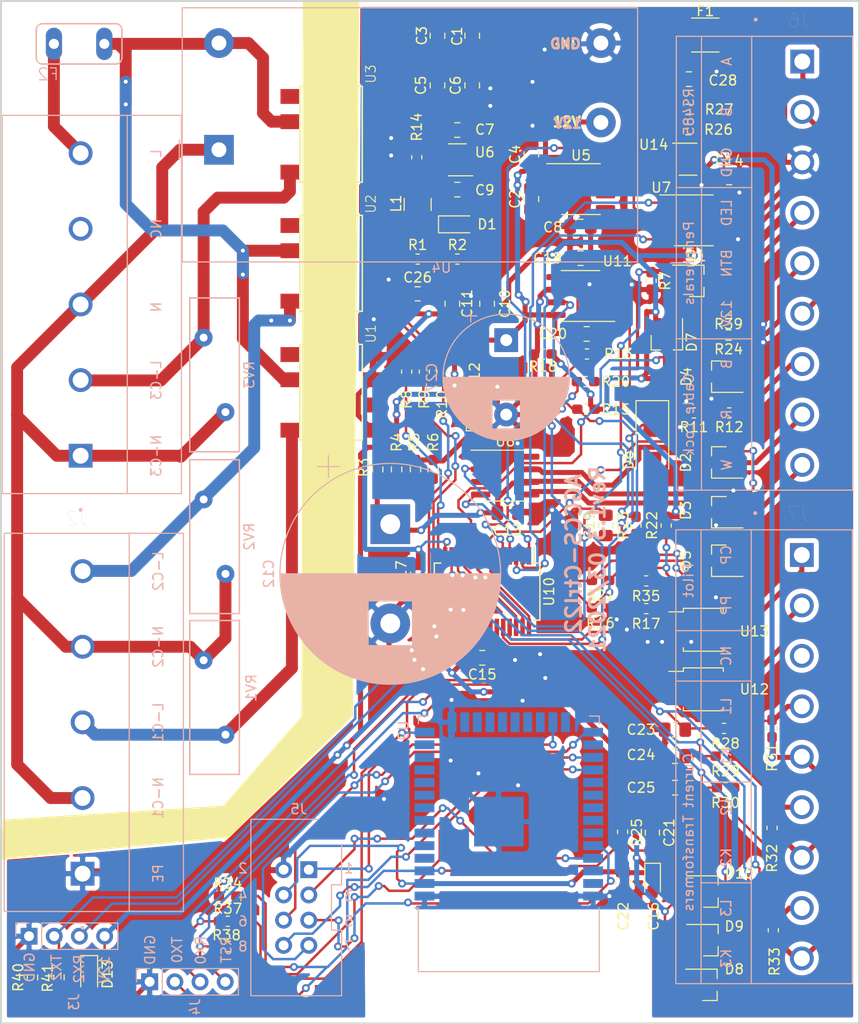
<source format=kicad_pcb>
(kicad_pcb (version 20171130) (host pcbnew "(5.1.9-0-10_14)")
  (layers (0 F.Cu signal) (31 B.Cu signal hide) (34 B.Paste user) (35 F.Paste user hide) (36 B.SilkS user) (37 F.SilkS user) (38 B.Mask user hide) (39 F.Mask user hide) (44 Edge.Cuts user))
  (net 0 "")
  (net 1 +12V)
  (net 2 GND)
  (net 3 "Net-(C2-Pad1)")
  (net 4 "Net-(C2-Pad2)")
  (net 5 -12V)
  (net 6 "Net-(C9-Pad2)")
  (net 7 "Net-(C9-Pad1)")
  (net 8 +3V3)
  (net 9 "/Analog Section and Low Voltage Outputs/CP_to_relay")
  (net 10 "/ATmega4808 and Peripherals/CT1")
  (net 11 "/ATmega4808 and Peripherals/CT2")
  (net 12 "Net-(C26-Pad2)")
  (net 13 "/ATmega4808 and Peripherals/Lock_R")
  (net 14 "/ATmega4808 and Peripherals/Lock_W")
  (net 15 "/ATmega4808 and Peripherals/Lock_State")
  (net 16 "/ATmega4808 and Peripherals/PP")
  (net 17 "/ATmega4808 and Peripherals/Button")
  (net 18 "/Mains and Power Circuitry/L")
  (net 19 "/Mains and Power Circuitry/N")
  (net 20 "/Mains and Power Circuitry/C_L3")
  (net 21 "/Mains and Power Circuitry/C_L2")
  (net 22 "/Mains and Power Circuitry/C_L1")
  (net 23 "/Analog Section and Low Voltage Outputs/BIAS")
  (net 24 "/Analog Section and Low Voltage Outputs/CT2_L")
  (net 25 "/Analog Section and Low Voltage Outputs/CT1_L")
  (net 26 "/Analog Section and Low Voltage Outputs/PP_con")
  (net 27 "/Analog Section and Low Voltage Outputs/CP_con")
  (net 28 "/ATmega4808 and Peripherals/Lock_B")
  (net 29 "/ATmega4808 and Peripherals/LED")
  (net 30 "/ATmega4808 and Peripherals/RS485_B")
  (net 31 "/ATmega4808 and Peripherals/RS485_A")
  (net 32 "/ATmega4808 and Peripherals/ESP_IO12")
  (net 33 "/ATmega4808 and Peripherals/ESP_TX2")
  (net 34 "/ATmega4808 and Peripherals/ESP_RX2")
  (net 35 "/ATmega4808 and Peripherals/ESP_RX0")
  (net 36 "/ATmega4808 and Peripherals/ESP_TX0")
  (net 37 "Net-(Q1-Pad1)")
  (net 38 "/ATmega4808 and Peripherals/SSR_L1")
  (net 39 "Net-(R8-Pad1)")
  (net 40 "Net-(R9-Pad1)")
  (net 41 "/ATmega4808 and Peripherals/SSR_L2")
  (net 42 "/ATmega4808 and Peripherals/SSR_L3")
  (net 43 "Net-(R10-Pad1)")
  (net 44 "Net-(R13-Pad1)")
  (net 45 "/ATmega4808 and Peripherals/CP")
  (net 46 "Net-(R14-Pad1)")
  (net 47 "Net-(R17-Pad1)")
  (net 48 "/ATmega4808 and Peripherals/Signal_Relay")
  (net 49 "Net-(R18-Pad2)")
  (net 50 "Net-(R20-Pad1)")
  (net 51 "/ATmega4808 and Peripherals/PWM_Out")
  (net 52 "/Analog Section and Low Voltage Outputs/PP_to_relay")
  (net 53 "Net-(R23-Pad1)")
  (net 54 "Net-(R35-Pad1)")
  (net 55 "Net-(U1-Pad5)")
  (net 56 "Net-(U2-Pad5)")
  (net 57 "Net-(U3-Pad5)")
  (net 58 "Net-(U5-Pad6)")
  (net 59 "Net-(U5-Pad7)")
  (net 60 "/ATmega4808 and Peripherals/RS485_XDIR")
  (net 61 "Net-(U8-Pad8)")
  (net 62 "/ATmega4808 and Peripherals/Lock_Drive_B")
  (net 63 "/ATmega4808 and Peripherals/Lock_Drive_A")
  (net 64 "Net-(U8-Pad1)")
  (net 65 "Net-(J2-Pad4)")
  (net 66 "/ATmega4808 and Peripherals/ESP_IO15")
  (net 67 "Net-(J7-Pad3)")
  (net 68 "Net-(D12-Pad1)")
  (net 69 "/ATmega4808 and Peripherals/BOT")
  (net 70 "Net-(C28-Pad1)")
  (net 71 "/ATmega4808 and Peripherals/ESP_EN")
  (net 72 "Net-(D7-Pad3)")
  (net 73 "/Mains and Power Circuitry/L_fused")
  (net 74 "/ATmega4808 and Peripherals/AVR_RX2")
  (net 75 "/ATmega4808 and Peripherals/AVR_TX2")
  (net 76 "/ATmega4808 and Peripherals/AVR_RST")
  (net 77 "/ATmega4808 and Peripherals/AVR_RX0")
  (net 78 "/ATmega4808 and Peripherals/AVR_TX0")
  (net 79 "/ATmega4808 and Peripherals/ESP_IO0")
  (net 80 "/ATmega4808 and Peripherals/AVR_UDPI")
  (net 81 "/ATmega4808 and Peripherals/AVR_TX1")
  (net 82 "/ATmega4808 and Peripherals/AVR_RX1")
  (net 83 12V_fused)
  (net 84 12V_buffered)
  (net 85 "/ATmega4808 and Peripherals/CT3")
  (net 86 "/Analog Section and Low Voltage Outputs/CT3_L")
  (net 87 "Net-(U9-Pad37)")
  (net 88 "Net-(U9-Pad36)")
  (net 89 "Net-(U9-Pad33)")
  (net 90 "Net-(U9-Pad32)")
  (net 91 "Net-(U9-Pad31)")
  (net 92 "Net-(U9-Pad30)")
  (net 93 "Net-(U9-Pad29)")
  (net 94 "Net-(U9-Pad26)")
  (net 95 "Net-(U9-Pad24)")
  (net 96 "Net-(U9-Pad22)")
  (net 97 "Net-(U9-Pad21)")
  (net 98 "Net-(U9-Pad20)")
  (net 99 "Net-(U9-Pad19)")
  (net 100 "Net-(U9-Pad18)")
  (net 101 "Net-(U9-Pad17)")
  (net 102 "Net-(U9-Pad16)")
  (net 103 "Net-(U9-Pad13)")
  (net 104 "Net-(U9-Pad12)")
  (net 105 "Net-(U9-Pad11)")
  (net 106 "Net-(U9-Pad10)")
  (net 107 "Net-(U9-Pad9)")
  (net 108 "Net-(U9-Pad8)")
  (net 109 "Net-(U9-Pad7)")
  (net 110 "Net-(U9-Pad6)")
  (net 111 "Net-(U9-Pad5)")
  (net 112 "Net-(U9-Pad4)")
  (module RF_Module:ESP32-WROOM-32 (layer B.Cu) (at 157.362 125.603)
    (fp_text reference U9 (at -10.61 -8.43 -90) (layer B.SilkS) (effects (justify mirror)))
    (fp_text value ESP32-WROOM-32)
    (pad 38 smd rect (at 8.5 8.255) (size 2 0.9) (layers B.Cu B.Paste B.Mask) (net 2 GND))
    (pad 37 smd rect (at 8.5 6.985) (size 2 0.9) (layers B.Cu B.Paste B.Mask) (net 87 "Net-(U9-Pad37)"))
    (pad 36 smd rect (at 8.5 5.715) (size 2 0.9) (layers B.Cu B.Paste B.Mask) (net 88 "Net-(U9-Pad36)"))
    (pad 35 smd rect (at 8.5 4.445) (size 2 0.9) (layers B.Cu B.Paste B.Mask) (net 36 "/ATmega4808 and Peripherals/ESP_TX0"))
    (pad 34 smd rect (at 8.5 3.175) (size 2 0.9) (layers B.Cu B.Paste B.Mask) (net 35 "/ATmega4808 and Peripherals/ESP_RX0"))
    (pad 33 smd rect (at 8.5 1.905) (size 2 0.9) (layers B.Cu B.Paste B.Mask) (net 89 "Net-(U9-Pad33)"))
    (pad 32 smd rect (at 8.5 0.635) (size 2 0.9) (layers B.Cu B.Paste B.Mask) (net 90 "Net-(U9-Pad32)"))
    (pad 31 smd rect (at 8.5 -0.635) (size 2 0.9) (layers B.Cu B.Paste B.Mask) (net 91 "Net-(U9-Pad31)"))
    (pad 30 smd rect (at 8.5 -1.905) (size 2 0.9) (layers B.Cu B.Paste B.Mask) (net 92 "Net-(U9-Pad30)"))
    (pad 29 smd rect (at 8.5 -3.175) (size 2 0.9) (layers B.Cu B.Paste B.Mask) (net 93 "Net-(U9-Pad29)"))
    (pad 28 smd rect (at 8.5 -4.445) (size 2 0.9) (layers B.Cu B.Paste B.Mask) (net 33 "/ATmega4808 and Peripherals/ESP_TX2"))
    (pad 27 smd rect (at 8.5 -5.715) (size 2 0.9) (layers B.Cu B.Paste B.Mask) (net 34 "/ATmega4808 and Peripherals/ESP_RX2"))
    (pad 26 smd rect (at 8.5 -6.985) (size 2 0.9) (layers B.Cu B.Paste B.Mask) (net 94 "Net-(U9-Pad26)"))
    (pad 25 smd rect (at 8.5 -8.255) (size 2 0.9) (layers B.Cu B.Paste B.Mask) (net 79 "/ATmega4808 and Peripherals/ESP_IO0"))
    (pad 24 smd rect (at 5.715 -9.255 270) (size 2 0.9) (layers B.Cu B.Paste B.Mask) (net 95 "Net-(U9-Pad24)"))
    (pad 23 smd rect (at 4.445 -9.255 270) (size 2 0.9) (layers B.Cu B.Paste B.Mask) (net 66 "/ATmega4808 and Peripherals/ESP_IO15"))
    (pad 22 smd rect (at 3.175 -9.255 270) (size 2 0.9) (layers B.Cu B.Paste B.Mask) (net 96 "Net-(U9-Pad22)"))
    (pad 21 smd rect (at 1.905 -9.255 270) (size 2 0.9) (layers B.Cu B.Paste B.Mask) (net 97 "Net-(U9-Pad21)"))
    (pad 20 smd rect (at 0.635 -9.255 270) (size 2 0.9) (layers B.Cu B.Paste B.Mask) (net 98 "Net-(U9-Pad20)"))
    (pad 19 smd rect (at -0.635 -9.255 270) (size 2 0.9) (layers B.Cu B.Paste B.Mask) (net 99 "Net-(U9-Pad19)"))
    (pad 18 smd rect (at -1.905 -9.255 270) (size 2 0.9) (layers B.Cu B.Paste B.Mask) (net 100 "Net-(U9-Pad18)"))
    (pad 17 smd rect (at -3.175 -9.255 270) (size 2 0.9) (layers B.Cu B.Paste B.Mask) (net 101 "Net-(U9-Pad17)"))
    (pad 16 smd rect (at -4.445 -9.255 270) (size 2 0.9) (layers B.Cu B.Paste B.Mask) (net 102 "Net-(U9-Pad16)"))
    (pad 15 smd rect (at -5.715 -9.255 270) (size 2 0.9) (layers B.Cu B.Paste B.Mask) (net 2 GND))
    (pad 14 smd rect (at -8.5 -8.255) (size 2 0.9) (layers B.Cu B.Paste B.Mask) (net 32 "/ATmega4808 and Peripherals/ESP_IO12"))
    (pad 13 smd rect (at -8.5 -6.985) (size 2 0.9) (layers B.Cu B.Paste B.Mask) (net 103 "Net-(U9-Pad13)"))
    (pad 12 smd rect (at -8.5 -5.715) (size 2 0.9) (layers B.Cu B.Paste B.Mask) (net 104 "Net-(U9-Pad12)"))
    (pad 11 smd rect (at -8.5 -4.445) (size 2 0.9) (layers B.Cu B.Paste B.Mask) (net 105 "Net-(U9-Pad11)"))
    (pad 10 smd rect (at -8.5 -3.175) (size 2 0.9) (layers B.Cu B.Paste B.Mask) (net 106 "Net-(U9-Pad10)"))
    (pad 9 smd rect (at -8.5 -1.905) (size 2 0.9) (layers B.Cu B.Paste B.Mask) (net 107 "Net-(U9-Pad9)"))
    (pad 8 smd rect (at -8.5 -0.635) (size 2 0.9) (layers B.Cu B.Paste B.Mask) (net 108 "Net-(U9-Pad8)"))
    (pad 7 smd rect (at -8.5 0.635) (size 2 0.9) (layers B.Cu B.Paste B.Mask) (net 109 "Net-(U9-Pad7)"))
    (pad 6 smd rect (at -8.5 1.905) (size 2 0.9) (layers B.Cu B.Paste B.Mask) (net 110 "Net-(U9-Pad6)"))
    (pad 5 smd rect (at -8.5 3.175) (size 2 0.9) (layers B.Cu B.Paste B.Mask) (net 111 "Net-(U9-Pad5)"))
    (pad 4 smd rect (at -8.5 4.445) (size 2 0.9) (layers B.Cu B.Paste B.Mask) (net 112 "Net-(U9-Pad4)"))
    (pad 3 smd rect (at -8.5 5.715) (size 2 0.9) (layers B.Cu B.Paste B.Mask) (net 71 "/ATmega4808 and Peripherals/ESP_EN"))
    (pad 2 smd rect (at -8.5 6.985) (size 2 0.9) (layers B.Cu B.Paste B.Mask) (net 8 +3V3))
    (pad 1 smd rect (at -8.5 8.255) (size 2 0.9) (layers B.Cu B.Paste B.Mask) (net 2 GND))
    (pad 39 smd rect (at -1 0.755) (size 5 5) (layers B.Cu B.Paste B.Mask) (net 2 GND))
  )
  (module Capacitor_SMD:C_0805_2012Metric_Pad1.15x1.40mm_HandSolder (layer F.Cu) (at 171.831 127.4662 90)
    (fp_text reference C21 (at 0 1.7 90) (layer F.SilkS))
    (fp_text value 1n50V)
    (pad 1 smd roundrect (at -1.025 0 90) (size 1.15 1.4) (layers F.Cu F.Paste F.Mask) (roundrect_rratio 0.217391) (net 71 "/ATmega4808 and Peripherals/ESP_EN"))
    (pad 2 smd roundrect (at 1.025 0 90) (size 1.15 1.4) (layers F.Cu F.Paste F.Mask) (roundrect_rratio 0.217391) (net 2 GND))
  )
  (module Capacitor_SMD:C_0805_2012Metric_Pad1.18x1.45mm_HandSolder (layer F.Cu) (at 174.108 122.936 180)
    (fp_text reference C25 (at 3.42 0) (layer F.SilkS))
    (fp_text value 100n)
    (pad 2 smd roundrect (at 1.0375 0 180) (size 1.175 1.45) (layers F.Cu F.Paste F.Mask) (roundrect_rratio 0.212766) (net 2 GND))
    (pad 1 smd roundrect (at -1.0375 0 180) (size 1.175 1.45) (layers F.Cu F.Paste F.Mask) (roundrect_rratio 0.212766) (net 85 "/ATmega4808 and Peripherals/CT3"))
  )
  (module Capacitor_SMD:C_0805_2012Metric_Pad1.18x1.45mm_HandSolder (layer F.Cu) (at 174.108 119.761 180)
    (fp_text reference C24 (at 3.42 0.127) (layer F.SilkS))
    (fp_text value 100n)
    (pad 2 smd roundrect (at 1.0375 0 180) (size 1.175 1.45) (layers F.Cu F.Paste F.Mask) (roundrect_rratio 0.212766) (net 2 GND))
    (pad 1 smd roundrect (at -1.0375 0 180) (size 1.175 1.45) (layers F.Cu F.Paste F.Mask) (roundrect_rratio 0.212766) (net 11 "/ATmega4808 and Peripherals/CT2"))
  )
  (module Capacitor_SMD:C_0805_2012Metric_Pad1.18x1.45mm_HandSolder (layer F.Cu) (at 174.108 117.094 180)
    (fp_text reference C23 (at 3.42 0) (layer F.SilkS))
    (fp_text value 100n)
    (pad 2 smd roundrect (at 1.0375 0 180) (size 1.175 1.45) (layers F.Cu F.Paste F.Mask) (roundrect_rratio 0.212766) (net 2 GND))
    (pad 1 smd roundrect (at -1.0375 0 180) (size 1.175 1.45) (layers F.Cu F.Paste F.Mask) (roundrect_rratio 0.212766) (net 10 "/ATmega4808 and Peripherals/CT1"))
  )
  (module Capacitor_SMD:C_0805_2012Metric_Pad1.18x1.45mm_HandSolder (layer F.Cu) (at 165.2055 77.2287)
    (fp_text reference C20 (at -3.4075 -0.0127) (layer F.SilkS))
    (fp_text value 100n)
    (pad 2 smd roundrect (at 1.0375 0) (size 1.175 1.45) (layers F.Cu F.Paste F.Mask) (roundrect_rratio 0.212766) (net 2 GND))
    (pad 1 smd roundrect (at -1.0375 0) (size 1.175 1.45) (layers F.Cu F.Paste F.Mask) (roundrect_rratio 0.212766) (net 1 +12V))
  )
  (module Capacitor_SMD:C_0805_2012Metric_Pad1.18x1.45mm_HandSolder (layer F.Cu) (at 164.592 69.596 180)
    (fp_text reference C18 (at 3.3274 0) (layer F.SilkS))
    (fp_text value 100n)
    (pad 2 smd roundrect (at 1.0375 0 180) (size 1.175 1.45) (layers F.Cu F.Paste F.Mask) (roundrect_rratio 0.212766) (net 2 GND))
    (pad 1 smd roundrect (at -1.0375 0 180) (size 1.175 1.45) (layers F.Cu F.Paste F.Mask) (roundrect_rratio 0.212766) (net 5 -12V))
  )
  (module Capacitor_SMD:C_0805_2012Metric_Pad1.18x1.45mm_HandSolder (layer F.Cu) (at 148.209 101.482 90)
    (fp_text reference C17 (at 0 -1.68 90) (layer F.SilkS))
    (fp_text value 100n)
    (pad 2 smd roundrect (at 1.0375 0 90) (size 1.175 1.45) (layers F.Cu F.Paste F.Mask) (roundrect_rratio 0.212766) (net 8 +3V3))
    (pad 1 smd roundrect (at -1.0375 0 90) (size 1.175 1.45) (layers F.Cu F.Paste F.Mask) (roundrect_rratio 0.212766) (net 2 GND))
  )
  (module Capacitor_SMD:C_0805_2012Metric_Pad1.18x1.45mm_HandSolder (layer F.Cu) (at 154.686 109.855 180)
    (fp_text reference C15 (at 0 -1.68) (layer F.SilkS))
    (fp_text value 100n)
    (pad 2 smd roundrect (at 1.0375 0 180) (size 1.175 1.45) (layers F.Cu F.Paste F.Mask) (roundrect_rratio 0.212766) (net 8 +3V3))
    (pad 1 smd roundrect (at -1.0375 0 180) (size 1.175 1.45) (layers F.Cu F.Paste F.Mask) (roundrect_rratio 0.212766) (net 2 GND))
  )
  (module Capacitor_SMD:C_0805_2012Metric_Pad1.18x1.45mm_HandSolder (layer F.Cu) (at 179.578 61.468)
    (fp_text reference C14 (at 0 -1.68) (layer F.SilkS))
    (fp_text value 100n)
    (pad 2 smd roundrect (at 1.0375 0) (size 1.175 1.45) (layers F.Cu F.Paste F.Mask) (roundrect_rratio 0.212766) (net 2 GND))
    (pad 1 smd roundrect (at -1.0375 0) (size 1.175 1.45) (layers F.Cu F.Paste F.Mask) (roundrect_rratio 0.212766) (net 8 +3V3))
  )
  (module Capacitor_SMD:C_0805_2012Metric_Pad1.18x1.45mm_HandSolder (layer F.Cu) (at 157.25 95.25)
    (fp_text reference C13 (at -0.024 1.778) (layer F.SilkS))
    (fp_text value 100n)
    (pad 2 smd roundrect (at 1.0375 0) (size 1.175 1.45) (layers F.Cu F.Paste F.Mask) (roundrect_rratio 0.212766) (net 2 GND))
    (pad 1 smd roundrect (at -1.0375 0) (size 1.175 1.45) (layers F.Cu F.Paste F.Mask) (roundrect_rratio 0.212766) (net 84 12V_buffered))
  )
  (module Capacitor_SMD:C_0805_2012Metric_Pad1.18x1.45mm_HandSolder (layer F.Cu) (at 151.672 74.188 90)
    (fp_text reference C11 (at 0.02 1.49 90) (layer F.SilkS))
    (fp_text value 10u16V)
    (pad 2 smd roundrect (at 1.0375 0 90) (size 1.175 1.45) (layers F.Cu F.Paste F.Mask) (roundrect_rratio 0.212766) (net 2 GND))
    (pad 1 smd roundrect (at -1.0375 0 90) (size 1.175 1.45) (layers F.Cu F.Paste F.Mask) (roundrect_rratio 0.212766) (net 8 +3V3))
  )
  (module Capacitor_SMD:C_0805_2012Metric_Pad1.18x1.45mm_HandSolder (layer F.Cu) (at 155.172 74.188 90)
    (fp_text reference C10 (at 0 1.8 90) (layer F.SilkS))
    (fp_text value 10u16V)
    (pad 2 smd roundrect (at 1.0375 0 90) (size 1.175 1.45) (layers F.Cu F.Paste F.Mask) (roundrect_rratio 0.212766) (net 2 GND))
    (pad 1 smd roundrect (at -1.0375 0 90) (size 1.175 1.45) (layers F.Cu F.Paste F.Mask) (roundrect_rratio 0.212766) (net 8 +3V3))
  )
  (module Capacitor_SMD:C_0805_2012Metric_Pad1.18x1.45mm_HandSolder (layer F.Cu) (at 152.172 62.688)
    (fp_text reference C9 (at 2.768 0.05) (layer F.SilkS))
    (fp_text value 100n)
    (pad 2 smd roundrect (at 1.0375 0) (size 1.175 1.45) (layers F.Cu F.Paste F.Mask) (roundrect_rratio 0.212766) (net 6 "Net-(C9-Pad2)"))
    (pad 1 smd roundrect (at -1.0375 0) (size 1.175 1.45) (layers F.Cu F.Paste F.Mask) (roundrect_rratio 0.212766) (net 7 "Net-(C9-Pad1)"))
  )
  (module Capacitor_SMD:C_0805_2012Metric_Pad1.18x1.45mm_HandSolder (layer F.Cu) (at 164.5832 66.4083 180)
    (fp_text reference C8 (at 2.7852 -0.0762) (layer F.SilkS))
    (fp_text value 10u16V)
    (pad 2 smd roundrect (at 1.0375 0 180) (size 1.175 1.45) (layers F.Cu F.Paste F.Mask) (roundrect_rratio 0.212766) (net 2 GND))
    (pad 1 smd roundrect (at -1.0375 0 180) (size 1.175 1.45) (layers F.Cu F.Paste F.Mask) (roundrect_rratio 0.212766) (net 5 -12V))
  )
  (module Capacitor_SMD:C_0805_2012Metric_Pad1.18x1.45mm_HandSolder (layer F.Cu) (at 152.172 56.688)
    (fp_text reference C7 (at 2.768 -0.046) (layer F.SilkS))
    (fp_text value 100n)
    (pad 2 smd roundrect (at 1.0375 0) (size 1.175 1.45) (layers F.Cu F.Paste F.Mask) (roundrect_rratio 0.212766) (net 2 GND))
    (pad 1 smd roundrect (at -1.0375 0) (size 1.175 1.45) (layers F.Cu F.Paste F.Mask) (roundrect_rratio 0.212766) (net 1 +12V))
  )
  (module Capacitor_SMD:C_0805_2012Metric_Pad1.18x1.45mm_HandSolder (layer F.Cu) (at 153.672 52.188 90)
    (fp_text reference C6 (at 0 -1.68 90) (layer F.SilkS))
    (fp_text value 10u16V)
    (pad 2 smd roundrect (at 1.0375 0 90) (size 1.175 1.45) (layers F.Cu F.Paste F.Mask) (roundrect_rratio 0.212766) (net 2 GND))
    (pad 1 smd roundrect (at -1.0375 0 90) (size 1.175 1.45) (layers F.Cu F.Paste F.Mask) (roundrect_rratio 0.212766) (net 1 +12V))
  )
  (module Capacitor_SMD:C_0805_2012Metric_Pad1.18x1.45mm_HandSolder (layer F.Cu) (at 150.172 52.188 90)
    (fp_text reference C5 (at 0 -1.68 90) (layer F.SilkS))
    (fp_text value 10u16V)
    (pad 2 smd roundrect (at 1.0375 0 90) (size 1.175 1.45) (layers F.Cu F.Paste F.Mask) (roundrect_rratio 0.212766) (net 2 GND))
    (pad 1 smd roundrect (at -1.0375 0 90) (size 1.175 1.45) (layers F.Cu F.Paste F.Mask) (roundrect_rratio 0.212766) (net 1 +12V))
  )
  (module Capacitor_SMD:C_0805_2012Metric_Pad1.18x1.45mm_HandSolder (layer F.Cu) (at 159.634 59.138 90)
    (fp_text reference C4 (at 0 -1.646 90) (layer F.SilkS))
    (fp_text value 100n)
    (pad 2 smd roundrect (at 1.0375 0 90) (size 1.175 1.45) (layers F.Cu F.Paste F.Mask) (roundrect_rratio 0.212766) (net 2 GND))
    (pad 1 smd roundrect (at -1.0375 0 90) (size 1.175 1.45) (layers F.Cu F.Paste F.Mask) (roundrect_rratio 0.212766) (net 1 +12V))
  )
  (module Capacitor_SMD:C_0805_2012Metric_Pad1.18x1.45mm_HandSolder (layer F.Cu) (at 150.172 47.188 270)
    (fp_text reference C3 (at 0 1.582 90) (layer F.SilkS))
    (fp_text value 10u16V)
    (pad 2 smd roundrect (at 1.0375 0 270) (size 1.175 1.45) (layers F.Cu F.Paste F.Mask) (roundrect_rratio 0.212766) (net 2 GND))
    (pad 1 smd roundrect (at -1.0375 0 270) (size 1.175 1.45) (layers F.Cu F.Paste F.Mask) (roundrect_rratio 0.212766) (net 1 +12V))
  )
  (module Capacitor_SMD:C_0805_2012Metric_Pad1.18x1.45mm_HandSolder (layer F.Cu) (at 159.634 63.638 270)
    (fp_text reference C2 (at 0 1.646 90) (layer F.SilkS))
    (fp_text value 10u16V)
    (pad 2 smd roundrect (at 1.0375 0 270) (size 1.175 1.45) (layers F.Cu F.Paste F.Mask) (roundrect_rratio 0.212766) (net 4 "Net-(C2-Pad2)"))
    (pad 1 smd roundrect (at -1.0375 0 270) (size 1.175 1.45) (layers F.Cu F.Paste F.Mask) (roundrect_rratio 0.212766) (net 3 "Net-(C2-Pad1)"))
  )
  (module Capacitor_SMD:C_0805_2012Metric_Pad1.18x1.45mm_HandSolder (layer F.Cu) (at 153.672 47.188 270)
    (fp_text reference C1 (at 0.056 1.526 90) (layer F.SilkS))
    (fp_text value 10u16V)
    (pad 2 smd roundrect (at 1.0375 0 270) (size 1.175 1.45) (layers F.Cu F.Paste F.Mask) (roundrect_rratio 0.212766) (net 2 GND))
    (pad 1 smd roundrect (at -1.0375 0 270) (size 1.175 1.45) (layers F.Cu F.Paste F.Mask) (roundrect_rratio 0.212766) (net 1 +12V))
  )
  (module atmevse-footprints:lv_screw_9pin_2 (layer B.Cu) (at 186.9 99.5 270)
    (fp_text reference J7 (at -4.12 0.32 180) (layer B.SilkS) (effects (font (size 1.4 1.4) (thickness 0.015)) (justify mirror)))
    (fp_text value Screw_Terminal_01x09)
    (fp_text user "Current Transformers" (at 27.94 11.43 90) (layer B.SilkS) (effects (justify mirror)))
    (fp_text user K3 (at 40.64 7.62 90) (layer B.SilkS) (effects (justify mirror)))
    (fp_text user L3 (at 35.56 7.62 90) (layer B.SilkS) (effects (justify mirror)))
    (fp_text user K2 (at 30.48 7.62 90) (layer B.SilkS) (effects (justify mirror)))
    (fp_text user L2 (at 25.4 7.62 90) (layer B.SilkS) (effects (justify mirror)))
    (fp_text user K1 (at 20.32 7.62 90) (layer B.SilkS) (effects (justify mirror)))
    (fp_text user L1 (at 15.24 7.62 90) (layer B.SilkS) (effects (justify mirror)))
    (fp_text user NC (at 10.16 7.62 90) (layer B.SilkS) (effects (justify mirror)))
    (fp_text user Pilot (at 2.54 11.43 90) (layer B.SilkS) (effects (justify mirror)))
    (fp_text user PP (at 5.08 7.62 90) (layer B.SilkS) (effects (justify mirror)))
    (fp_text user CP (at 0 7.62 90) (layer B.SilkS) (effects (justify mirror)))
    (pad 1 thru_hole rect (at 0 0 270) (size 2.4 2.4) (drill 1.6) (layers *.Cu *.Mask) (net 27 "/Analog Section and Low Voltage Outputs/CP_con"))
    (pad 2 thru_hole circle (at 5.08 0 270) (size 2.4 2.4) (drill 1.6) (layers *.Cu *.Mask) (net 26 "/Analog Section and Low Voltage Outputs/PP_con"))
    (pad 3 thru_hole circle (at 10.16 0 270) (size 2.4 2.4) (drill 1.6) (layers *.Cu *.Mask) (net 67 "Net-(J7-Pad3)"))
    (pad 4 thru_hole circle (at 15.24 0 270) (size 2.4 2.4) (drill 1.6) (layers *.Cu *.Mask) (net 25 "/Analog Section and Low Voltage Outputs/CT1_L"))
    (pad 5 thru_hole circle (at 20.32 0 270) (size 2.4 2.4) (drill 1.6) (layers *.Cu *.Mask) (net 23 "/Analog Section and Low Voltage Outputs/BIAS"))
    (pad 6 thru_hole circle (at 25.4 0 270) (size 2.4 2.4) (drill 1.6) (layers *.Cu *.Mask) (net 24 "/Analog Section and Low Voltage Outputs/CT2_L"))
    (pad 7 thru_hole circle (at 30.48 0 270) (size 2.4 2.4) (drill 1.6) (layers *.Cu *.Mask) (net 23 "/Analog Section and Low Voltage Outputs/BIAS"))
    (pad 8 thru_hole circle (at 35.56 0 270) (size 2.4 2.4) (drill 1.6) (layers *.Cu *.Mask) (net 86 "/Analog Section and Low Voltage Outputs/CT3_L"))
    (pad 9 thru_hole circle (at 40.64 0 270) (size 2.4 2.4) (drill 1.6) (layers *.Cu *.Mask) (net 23 "/Analog Section and Low Voltage Outputs/BIAS"))
  )
  (module Resistor_SMD:R_0603_1608Metric_Pad1.05x0.95mm_HandSolder (layer F.Cu) (at 179.512 74.803 180)
    (fp_text reference R39 (at 0 -1.43) (layer F.SilkS))
    (fp_text value 2k)
    (pad 2 smd roundrect (at 0.95 0 180) (size 1.05 0.95) (layers F.Cu F.Paste F.Mask) (net 72 "Net-(D7-Pad3)"))
    (pad 1 smd roundrect (at -0.95 0 180) (size 1.05 0.95) (layers F.Cu F.Paste F.Mask) (net 2 GND))
  )
  (module Resistor_SMD:R_0603_1608Metric_Pad1.05x0.95mm_HandSolder (layer F.Cu) (at 179.517 77.343 180)
    (fp_text reference R24 (at 0 -1.43) (layer F.SilkS))
    (fp_text value 5.6k)
    (pad 2 smd roundrect (at 0.95 0 180) (size 1.05 0.95) (layers F.Cu F.Paste F.Mask) (net 72 "Net-(D7-Pad3)"))
    (pad 1 smd roundrect (at -0.95 0 180) (size 1.05 0.95) (layers F.Cu F.Paste F.Mask) (net 17 "/ATmega4808 and Peripherals/Button"))
  )
  (module Fuse:Fuse_1812_4532Metric_Pad1.30x3.40mm_HandSolder (layer F.Cu) (at 177.165 47.117)
    (fp_text reference F1 (at 0 -2.413) (layer F.SilkS))
    (fp_text value "FSMD020 ")
    (pad 2 smd roundrect (at 2.225 0) (size 1.3 3.4) (layers F.Cu F.Paste F.Mask) (roundrect_rratio 0.192308) (net 83 12V_fused))
    (pad 1 smd roundrect (at -2.225 0) (size 1.3 3.4) (layers F.Cu F.Paste F.Mask) (roundrect_rratio 0.192308) (net 1 +12V))
  )
  (module Package_TO_SOT_SMD:SOT-23_Handsoldering (layer F.Cu) (at 173.294 78.081 270)
    (fp_text reference D7 (at 0 -2.5 90) (layer F.SilkS))
    (fp_text value BAT54S)
    (pad 3 smd rect (at 1.5 0 270) (size 1.9 0.8) (layers F.Cu F.Paste F.Mask) (net 72 "Net-(D7-Pad3)"))
    (pad 2 smd rect (at -1.5 0.95 270) (size 1.9 0.8) (layers F.Cu F.Paste F.Mask) (net 8 +3V3))
    (pad 1 smd rect (at -1.5 -0.95 270) (size 1.9 0.8) (layers F.Cu F.Paste F.Mask) (net 2 GND))
  )
  (module Capacitor_SMD:C_0805_2012Metric_Pad1.18x1.45mm_HandSolder (layer F.Cu) (at 175.514 51.562)
    (fp_text reference C28 (at 3.429 0.127) (layer F.SilkS))
    (fp_text value 100n)
    (pad 2 smd roundrect (at 1.0375 0) (size 1.175 1.45) (layers F.Cu F.Paste F.Mask) (roundrect_rratio 0.212766) (net 2 GND))
    (pad 1 smd roundrect (at -1.0375 0) (size 1.175 1.45) (layers F.Cu F.Paste F.Mask) (roundrect_rratio 0.212766) (net 70 "Net-(C28-Pad1)"))
  )
  (module atmevse-footprints:PROGRAM-Header (layer B.Cu) (at 137.2 131.2 180)
    (fp_text reference J5 (at 1.016 6.096 180) (layer B.SilkS) (effects (justify mirror)))
    (fp_text value Conn_02x04)
    (fp_text user 8 (at 6.644 -7.738) (layer B.SilkS) (effects (justify mirror)))
    (fp_text user 6 (at 6.644 -5.198) (layer B.SilkS) (effects (justify mirror)))
    (fp_text user 4 (at 6.644 -2.658) (layer B.SilkS) (effects (justify mirror)))
    (fp_text user 2 (at 6.644 0.136) (layer B.SilkS) (effects (justify mirror)))
    (fp_text user 7 (at -4.024 -7.738) (layer B.SilkS) (effects (justify mirror)))
    (fp_text user 5 (at -4.024 -5.198) (layer B.SilkS) (effects (justify mirror)))
    (fp_text user 3 (at -4.024 -2.658) (layer B.SilkS) (effects (justify mirror)))
    (fp_text user 1 (at -4.024 0.136) (layer B.SilkS) (effects (justify mirror)))
    (pad 8 thru_hole oval (at 2.54 -7.62 180) (size 1.7 1.7) (drill 1) (layers *.Cu *.Mask) (net 71 "/ATmega4808 and Peripherals/ESP_EN"))
    (pad 7 thru_hole oval (at 0 -7.62 180) (size 1.7 1.7) (drill 1) (layers *.Cu *.Mask) (net 79 "/ATmega4808 and Peripherals/ESP_IO0"))
    (pad 6 thru_hole oval (at 2.54 -5.08 180) (size 1.7 1.7) (drill 1) (layers *.Cu *.Mask) (net 66 "/ATmega4808 and Peripherals/ESP_IO15"))
    (pad 5 thru_hole oval (at 0 -5.08 180) (size 1.7 1.7) (drill 1) (layers *.Cu *.Mask) (net 35 "/ATmega4808 and Peripherals/ESP_RX0"))
    (pad 4 thru_hole oval (at 2.54 -2.54 180) (size 1.7 1.7) (drill 1) (layers *.Cu *.Mask) (net 8 +3V3))
    (pad 3 thru_hole oval (at 0 -2.54 180) (size 1.7 1.7) (drill 1) (layers *.Cu *.Mask) (net 36 "/ATmega4808 and Peripherals/ESP_TX0"))
    (pad 2 thru_hole oval (at 2.54 0 180) (size 1.7 1.7) (drill 1) (layers *.Cu *.Mask) (net 2 GND))
    (pad 1 thru_hole rect (at 0 0 180) (size 1.7 1.7) (drill 1) (layers *.Cu *.Mask) (net 80 "/ATmega4808 and Peripherals/AVR_UDPI"))
  )
  (module Resistor_SMD:R_0603_1608Metric_Pad1.05x0.95mm_HandSolder (layer F.Cu) (at 149.733 90.871 90)
    (fp_text reference R6 (at 2.733 0 90) (layer F.SilkS))
    (fp_text value 100)
    (pad 2 smd roundrect (at 0.95 0 90) (size 1.05 0.95) (layers F.Cu F.Paste F.Mask) (net 68 "Net-(D12-Pad1)"))
    (pad 1 smd roundrect (at -0.95 0 90) (size 1.05 0.95) (layers F.Cu F.Paste F.Mask) (net 84 12V_buffered))
  )
  (module Resistor_SMD:R_0603_1608Metric_Pad1.05x0.95mm_HandSolder (layer F.Cu) (at 147.955 90.871 90)
    (fp_text reference R5 (at 2.733 -0.127 90) (layer F.SilkS))
    (fp_text value 100)
    (pad 2 smd roundrect (at 0.95 0 90) (size 1.05 0.95) (layers F.Cu F.Paste F.Mask) (net 68 "Net-(D12-Pad1)"))
    (pad 1 smd roundrect (at -0.95 0 90) (size 1.05 0.95) (layers F.Cu F.Paste F.Mask) (net 84 12V_buffered))
  )
  (module Resistor_SMD:R_0603_1608Metric_Pad1.05x0.95mm_HandSolder (layer F.Cu) (at 146.05 90.871 90)
    (fp_text reference R4 (at 2.733 0 90) (layer F.SilkS))
    (fp_text value 100)
    (pad 2 smd roundrect (at 0.95 0 90) (size 1.05 0.95) (layers F.Cu F.Paste F.Mask) (net 68 "Net-(D12-Pad1)"))
    (pad 1 smd roundrect (at -0.95 0 90) (size 1.05 0.95) (layers F.Cu F.Paste F.Mask) (net 84 12V_buffered))
  )
  (module Resistor_SMD:R_0603_1608Metric_Pad1.05x0.95mm_HandSolder (layer F.Cu) (at 144.145 90.871 90)
    (fp_text reference R3 (at 0.193 -1.397 90) (layer F.SilkS))
    (fp_text value 100)
    (pad 2 smd roundrect (at 0.95 0 90) (size 1.05 0.95) (layers F.Cu F.Paste F.Mask) (net 68 "Net-(D12-Pad1)"))
    (pad 1 smd roundrect (at -0.95 0 90) (size 1.05 0.95) (layers F.Cu F.Paste F.Mask) (net 84 12V_buffered))
  )
  (module Diode_SMD:D_SOD-323_HandSoldering (layer F.Cu) (at 153.924 85.09 90)
    (fp_text reference D12 (at 3.556 0 90) (layer F.SilkS))
    (fp_text value PMEG4010BEA)
    (pad 2 smd rect (at 1.25 0 90) (size 1 1) (layers F.Cu F.Paste F.Mask) (net 1 +12V))
    (pad 1 smd rect (at -1.25 0 90) (size 1 1) (layers F.Cu F.Paste F.Mask) (net 68 "Net-(D12-Pad1)"))
  )
  (module Capacitor_THT:CP_Radial_D22.0mm_P10.00mm_SnapIn (layer B.Cu) (at 145.415 96.393 270)
    (fp_text reference C12 (at 5 12.25 270) (layer B.SilkS) (effects (justify mirror)))
    (fp_text value 15000u16V)
    (pad 2 thru_hole circle (at 10 0 270) (size 4 4) (drill 2) (layers *.Cu *.Mask) (net 2 GND))
    (pad 1 thru_hole rect (at 0 0 270) (size 4 4) (drill 2) (layers *.Cu *.Mask) (net 84 12V_buffered))
  )
  (module atmevse-footprints:UART2-Header (layer B.Cu) (at 109 137.9 270)
    (fp_text reference J3 (at 6.626 -4.538 270) (layer B.SilkS) (effects (justify mirror)))
    (fp_text value Conn_01x04)
    (fp_text user 12V (at 4.848 -7.61238 90) (layer B.SilkS) (effects (justify right mirror)))
    (fp_text user RX2 (at 4.848 -5.046 90) (layer B.SilkS) (effects (justify right mirror)))
    (fp_text user TX2 (at 4.594 -2.76 90) (layer B.SilkS) (effects (justify right mirror)))
    (fp_text user GND (at 4.75996 -0.04826 90) (layer B.SilkS) (effects (justify right mirror)))
    (pad 4 thru_hole oval (at 0 -7.62 270) (size 1.7 1.7) (drill 1) (layers *.Cu *.Mask) (net 1 +12V))
    (pad 3 thru_hole oval (at 0 -5.08 270) (size 1.7 1.7) (drill 1) (layers *.Cu *.Mask) (net 74 "/ATmega4808 and Peripherals/AVR_RX2"))
    (pad 2 thru_hole oval (at 0 -2.54 270) (size 1.7 1.7) (drill 1) (layers *.Cu *.Mask) (net 75 "/ATmega4808 and Peripherals/AVR_TX2"))
    (pad 1 thru_hole rect (at 0 0 270) (size 1.7 1.7) (drill 1) (layers *.Cu *.Mask) (net 2 GND))
  )
  (module atmevse-footprints:UART0-Header (layer B.Cu) (at 121.158 142.494 270)
    (fp_text reference J4 (at 2.54 -4.572 270) (layer B.SilkS) (effects (justify mirror)))
    (fp_text value Conn_01x04)
    (fp_text user RST (at -1.778 -7.72922 270) (layer B.SilkS) (effects (justify right mirror)))
    (fp_text user RX0 (at -1.63068 -5.14604 270) (layer B.SilkS) (effects (justify right mirror)))
    (fp_text user TX0 (at -1.778 -2.7686 270) (layer B.SilkS) (effects (justify right mirror)))
    (fp_text user GND (at -3.21564 -0.04064 270) (layer B.SilkS) (effects (justify mirror)))
    (pad 4 thru_hole oval (at 0 -7.62 270) (size 1.7 1.7) (drill 1) (layers *.Cu *.Mask) (net 76 "/ATmega4808 and Peripherals/AVR_RST"))
    (pad 3 thru_hole oval (at 0 -5.08 270) (size 1.7 1.7) (drill 1) (layers *.Cu *.Mask) (net 77 "/ATmega4808 and Peripherals/AVR_RX0"))
    (pad 2 thru_hole oval (at 0 -2.54 270) (size 1.7 1.7) (drill 1) (layers *.Cu *.Mask) (net 34 "/ATmega4808 and Peripherals/ESP_RX2"))
    (pad 1 thru_hole rect (at 0 0 270) (size 1.7 1.7) (drill 1) (layers *.Cu *.Mask) (net 2 GND))
  )
  (module Resistor_SMD:R_0603_1608Metric_Pad1.05x0.95mm_HandSolder (layer F.Cu) (at 175.448 54.61)
    (fp_text reference R27 (at 3.114 0) (layer F.SilkS))
    (fp_text value 10k)
    (pad 2 smd roundrect (at 0.95 0) (size 1.05 0.95) (layers F.Cu F.Paste F.Mask) (net 2 GND))
    (pad 1 smd roundrect (at -0.95 0) (size 1.05 0.95) (layers F.Cu F.Paste F.Mask) (net 70 "Net-(C28-Pad1)"))
  )
  (module Resistor_SMD:R_0603_1608Metric_Pad1.05x0.95mm_HandSolder (layer F.Cu) (at 175.448 56.642 180)
    (fp_text reference R26 (at -3.048 0) (layer F.SilkS))
    (fp_text value 10k)
    (pad 2 smd roundrect (at 0.95 0 180) (size 1.05 0.95) (layers F.Cu F.Paste F.Mask) (net 70 "Net-(C28-Pad1)"))
    (pad 1 smd roundrect (at -0.95 0 180) (size 1.05 0.95) (layers F.Cu F.Paste F.Mask) (net 8 +3V3))
  )
  (module Package_TO_SOT_SMD:SOT-23-5 (layer F.Cu) (at 175.43 59.624)
    (fp_text reference U14 (at -3.472 -1.458) (layer F.SilkS))
    (fp_text value LM321LV)
    (pad 5 smd rect (at 1.1 -0.95) (size 1.06 0.65) (layers F.Cu F.Paste F.Mask) (net 8 +3V3))
    (pad 4 smd rect (at 1.1 0.95) (size 1.06 0.65) (layers F.Cu F.Paste F.Mask) (net 23 "/Analog Section and Low Voltage Outputs/BIAS"))
    (pad 3 smd rect (at -1.1 0.95) (size 1.06 0.65) (layers F.Cu F.Paste F.Mask) (net 23 "/Analog Section and Low Voltage Outputs/BIAS"))
    (pad 2 smd rect (at -1.1 0) (size 1.06 0.65) (layers F.Cu F.Paste F.Mask) (net 2 GND))
    (pad 1 smd rect (at -1.1 -0.95) (size 1.06 0.65) (layers F.Cu F.Paste F.Mask) (net 70 "Net-(C28-Pad1)"))
  )
  (module Resistor_SMD:R_0603_1608Metric_Pad1.05x0.95mm_HandSolder (layer F.Cu) (at 129.032 138.938 180)
    (fp_text reference R38 (at 0.127 1.143) (layer F.SilkS))
    (fp_text value 1k)
    (pad 2 smd roundrect (at 0.95 0 180) (size 1.05 0.95) (layers F.Cu F.Paste F.Mask) (net 76 "/ATmega4808 and Peripherals/AVR_RST"))
    (pad 1 smd roundrect (at -0.95 0 180) (size 1.05 0.95) (layers F.Cu F.Paste F.Mask) (net 32 "/ATmega4808 and Peripherals/ESP_IO12"))
  )
  (module Resistor_SMD:R_0603_1608Metric_Pad1.05x0.95mm_HandSolder (layer F.Cu) (at 112.014 142.052 90)
    (fp_text reference R41 (at -0.061 -1.143 90) (layer F.SilkS))
    (fp_text value 1k)
    (pad 2 smd roundrect (at 0.95 0 90) (size 1.05 0.95) (layers F.Cu F.Paste F.Mask) (net 75 "/ATmega4808 and Peripherals/AVR_TX2"))
    (pad 1 smd roundrect (at -0.95 0 90) (size 1.05 0.95) (layers F.Cu F.Paste F.Mask) (net 69 "/ATmega4808 and Peripherals/BOT"))
  )
  (module Resistor_SMD:R_0603_1608Metric_Pad1.05x0.95mm_HandSolder (layer F.Cu) (at 109.347 142.052 90)
    (fp_text reference R40 (at 0 -1.43 90) (layer F.SilkS))
    (fp_text value 2k)
    (pad 2 smd roundrect (at 0.95 0 90) (size 1.05 0.95) (layers F.Cu F.Paste F.Mask) (net 2 GND))
    (pad 1 smd roundrect (at -0.95 0 90) (size 1.05 0.95) (layers F.Cu F.Paste F.Mask) (net 69 "/ATmega4808 and Peripherals/BOT"))
  )
  (module Diode_SMD:D_SOD-323_HandSoldering (layer F.Cu) (at 115.062 141.752 270)
    (fp_text reference D13 (at 0 -1.85 90) (layer F.SilkS))
    (fp_text value 9.1)
    (pad 2 smd rect (at 1.25 0 270) (size 1 1) (layers F.Cu F.Paste F.Mask) (net 69 "/ATmega4808 and Peripherals/BOT"))
    (pad 1 smd rect (at -1.25 0 270) (size 1 1) (layers F.Cu F.Paste F.Mask) (net 1 +12V))
  )
  (module Package_SO:SOIC-8_3.9x4.9mm_P1.27mm (layer F.Cu) (at 176.022 65.786)
    (fp_text reference U7 (at -3.302 -3.302) (layer F.SilkS))
    (fp_text value SN65HVD72C)
    (pad 8 smd roundrect (at 2.475 -1.905) (size 1.95 0.6) (layers F.Cu F.Paste F.Mask) (net 8 +3V3))
    (pad 7 smd roundrect (at 2.475 -0.635) (size 1.95 0.6) (layers F.Cu F.Paste F.Mask) (net 30 "/ATmega4808 and Peripherals/RS485_B"))
    (pad 6 smd roundrect (at 2.475 0.635) (size 1.95 0.6) (layers F.Cu F.Paste F.Mask) (net 31 "/ATmega4808 and Peripherals/RS485_A"))
    (pad 5 smd roundrect (at 2.475 1.905) (size 1.95 0.6) (layers F.Cu F.Paste F.Mask) (net 2 GND))
    (pad 4 smd roundrect (at -2.475 1.905) (size 1.95 0.6) (layers F.Cu F.Paste F.Mask) (net 81 "/ATmega4808 and Peripherals/AVR_TX1"))
    (pad 3 smd roundrect (at -2.475 0.635) (size 1.95 0.6) (layers F.Cu F.Paste F.Mask) (net 60 "/ATmega4808 and Peripherals/RS485_XDIR"))
    (pad 2 smd roundrect (at -2.475 -0.635) (size 1.95 0.6) (layers F.Cu F.Paste F.Mask) (net 60 "/ATmega4808 and Peripherals/RS485_XDIR"))
    (pad 1 smd roundrect (at -2.475 -1.905) (size 1.95 0.6) (layers F.Cu F.Paste F.Mask) (net 82 "/ATmega4808 and Peripherals/AVR_RX1"))
  )
  (module Capacitor_THT:CP_Radial_D12.5mm_P7.50mm (layer B.Cu) (at 157.099 77.851 270)
    (fp_text reference C27 (at 3.75 7.5 90) (layer B.SilkS) (effects (justify mirror)))
    (fp_text value 2200u16V)
    (pad 2 thru_hole circle (at 7.5 0 270) (size 2.4 2.4) (drill 1.2) (layers *.Cu *.Mask) (net 2 GND))
    (pad 1 thru_hole rect (at 0 0 270) (size 2.4 2.4) (drill 1.2) (layers *.Cu *.Mask) (net 1 +12V))
  )
  (module atmevse-footprints:lv_screw_9pin_1 (layer B.Cu) (at 186.944 49.784 270)
    (fp_text reference J6 (at -4.12 0.32) (layer B.SilkS) (effects (font (size 1.4 1.4) (thickness 0.015)) (justify mirror)))
    (fp_text value Screw_Terminal_01x09)
    (fp_text user W (at 40.64 7.62 270) (layer B.SilkS) (effects (justify mirror)))
    (fp_text user R (at 35.56 7.62 270) (layer B.SilkS) (effects (justify mirror)))
    (fp_text user B (at 30.48 7.62 270) (layer B.SilkS) (effects (justify mirror)))
    (fp_text user "Cable Lock" (at 35.56 11.43 270) (layer B.SilkS) (effects (justify mirror)))
    (fp_text user 12V (at 25.4 7.62 270) (layer B.SilkS) (effects (justify mirror)))
    (fp_text user BTN (at 20.32 7.62 270) (layer B.SilkS) (effects (justify mirror)))
    (fp_text user LED (at 15.24 7.62 270) (layer B.SilkS) (effects (justify mirror)))
    (fp_text user Peripherals (at 20.32 11.43 270) (layer B.SilkS) (effects (justify mirror)))
    (fp_text user RS485 (at 5.08 11.43 270) (layer B.SilkS) (effects (justify mirror)))
    (fp_text user GND (at 10.16 7.62 270) (layer B.SilkS) (effects (justify mirror)))
    (fp_text user B (at 5.08 7.62 270) (layer B.SilkS) (effects (justify mirror)))
    (fp_text user A (at 0 7.62 270) (layer B.SilkS) (effects (justify mirror)))
    (pad 1 thru_hole rect (at 0 0 270) (size 2.4 2.4) (drill 1.6) (layers *.Cu *.Mask) (net 31 "/ATmega4808 and Peripherals/RS485_A"))
    (pad 2 thru_hole circle (at 5.08 0 270) (size 2.4 2.4) (drill 1.6) (layers *.Cu *.Mask) (net 30 "/ATmega4808 and Peripherals/RS485_B"))
    (pad 3 thru_hole circle (at 10.16 0 270) (size 2.4 2.4) (drill 1.6) (layers *.Cu *.Mask) (net 2 GND))
    (pad 4 thru_hole circle (at 15.24 0 270) (size 2.4 2.4) (drill 1.6) (layers *.Cu *.Mask) (net 29 "/ATmega4808 and Peripherals/LED"))
    (pad 5 thru_hole circle (at 20.32 0 270) (size 2.4 2.4) (drill 1.6) (layers *.Cu *.Mask) (net 17 "/ATmega4808 and Peripherals/Button"))
    (pad 6 thru_hole circle (at 25.4 0 270) (size 2.4 2.4) (drill 1.6) (layers *.Cu *.Mask) (net 83 12V_fused))
    (pad 7 thru_hole circle (at 30.48 0 270) (size 2.4 2.4) (drill 1.6) (layers *.Cu *.Mask) (net 28 "/ATmega4808 and Peripherals/Lock_B"))
    (pad 8 thru_hole circle (at 35.56 0 270) (size 2.4 2.4) (drill 1.6) (layers *.Cu *.Mask) (net 13 "/ATmega4808 and Peripherals/Lock_R"))
    (pad 9 thru_hole circle (at 40.64 0 270) (size 2.4 2.4) (drill 1.6) (layers *.Cu *.Mask) (net 14 "/ATmega4808 and Peripherals/Lock_W"))
  )
  (module Resistor_SMD:R_0603_1608Metric_Pad1.05x0.95mm_HandSolder (layer F.Cu) (at 129.032 136.398 180)
    (fp_text reference R37 (at 0 1.27) (layer F.SilkS))
    (fp_text value 1k)
    (pad 2 smd roundrect (at 0.875 0 180) (size 1.05 0.95) (layers F.Cu F.Paste F.Mask) (net 77 "/ATmega4808 and Peripherals/AVR_RX0"))
    (pad 1 smd roundrect (at -0.875 0 180) (size 1.05 0.95) (layers F.Cu F.Paste F.Mask) (net 33 "/ATmega4808 and Peripherals/ESP_TX2"))
  )
  (module Resistor_SMD:R_0603_1608Metric_Pad1.05x0.95mm_HandSolder (layer F.Cu) (at 129.018 133.858 180)
    (fp_text reference R34 (at -0.014 1.27) (layer F.SilkS))
    (fp_text value 1k)
    (pad 2 smd roundrect (at 0.875 0 180) (size 1.05 0.95) (layers F.Cu F.Paste F.Mask) (net 78 "/ATmega4808 and Peripherals/AVR_TX0"))
    (pad 1 smd roundrect (at -0.875 0 180) (size 1.05 0.95) (layers F.Cu F.Paste F.Mask) (net 34 "/ATmega4808 and Peripherals/ESP_RX2"))
  )
  (module atmevse-footprints:hv_screw_5pin_2 (layer B.Cu) (at 114.2 89.5 90)
    (fp_text reference J2 (at -6.335 -0.365 180) (layer B.SilkS) (effects (font (size 1.4 1.4) (thickness 0.015)) (justify mirror)))
    (fp_text value Screw_Terminal_01x05)
    (fp_text user N-C3 (at 0 7.62 90) (layer B.SilkS) (effects (justify mirror)))
    (fp_text user L-C3 (at 7.62 7.62 90) (layer B.SilkS) (effects (justify mirror)))
    (fp_text user N (at 14.986 7.62 90) (layer B.SilkS) (effects (justify mirror)))
    (fp_text user NC (at 22.86 7.62 90) (layer B.SilkS) (effects (justify mirror)))
    (fp_text user L (at 30.48 7.62 90) (layer B.SilkS) (effects (justify mirror)))
    (pad 5 thru_hole circle (at 30.48 0 90) (size 2.4 2.4) (drill 1.6) (layers *.Cu *.Mask) (net 18 "/Mains and Power Circuitry/L"))
    (pad 4 thru_hole circle (at 22.86 0 90) (size 2.4 2.4) (drill 1.6) (layers *.Cu *.Mask) (net 65 "Net-(J2-Pad4)"))
    (pad 3 thru_hole circle (at 15.24 0 90) (size 2.4 2.4) (drill 1.6) (layers *.Cu *.Mask) (net 19 "/Mains and Power Circuitry/N"))
    (pad 2 thru_hole circle (at 7.62 0 90) (size 2.4 2.4) (drill 1.6) (layers *.Cu *.Mask) (net 20 "/Mains and Power Circuitry/C_L3"))
    (pad 1 thru_hole rect (at 0 0 90) (size 2.4 2.4) (drill 1.6) (layers *.Cu *.Mask) (net 19 "/Mains and Power Circuitry/N"))
  )
  (module atmevse-footprints:hv_screw_5pin_1 (layer B.Cu) (at 114.4 131.6 90)
    (fp_text reference J1 (at -6.335 -0.365 180) (layer B.SilkS) (effects (font (size 1.4 1.4) (thickness 0.015)) (justify mirror)))
    (fp_text value Screw_Terminal_01x05)
    (fp_text user L-C2 (at 30.48 7.62 90) (layer B.SilkS) (effects (justify mirror)))
    (fp_text user N-C2 (at 22.86 7.62 90) (layer B.SilkS) (effects (justify mirror)))
    (fp_text user L-C1 (at 15.24 7.62 90) (layer B.SilkS) (effects (justify mirror)))
    (fp_text user N-C1 (at 7.62 7.62 90) (layer B.SilkS) (effects (justify mirror)))
    (fp_text user PE (at 0 7.62 90) (layer B.SilkS) (effects (justify mirror)))
    (pad 1 thru_hole rect (at 0 0 90) (size 2.4 2.4) (drill 1.6) (layers *.Cu *.Mask) (net 2 GND))
    (pad 2 thru_hole circle (at 7.62 0 90) (size 2.4 2.4) (drill 1.6) (layers *.Cu *.Mask) (net 19 "/Mains and Power Circuitry/N"))
    (pad 3 thru_hole circle (at 15.24 0 90) (size 2.4 2.4) (drill 1.6) (layers *.Cu *.Mask) (net 22 "/Mains and Power Circuitry/C_L1"))
    (pad 4 thru_hole circle (at 22.86 0 90) (size 2.4 2.4) (drill 1.6) (layers *.Cu *.Mask) (net 19 "/Mains and Power Circuitry/N"))
    (pad 5 thru_hole circle (at 30.48 0 90) (size 2.4 2.4) (drill 1.6) (layers *.Cu *.Mask) (net 21 "/Mains and Power Circuitry/C_L2"))
  )
  (module Package_TO_SOT_SMD:SOT-23_Handsoldering (layer F.Cu) (at 177.7 133.4)
    (fp_text reference D10 (at 2.894 -1.828) (layer F.SilkS))
    (fp_text value BAT54S)
    (pad 3 smd rect (at 1.5 0) (size 1.9 0.8) (layers F.Cu F.Paste F.Mask) (net 85 "/ATmega4808 and Peripherals/CT3"))
    (pad 2 smd rect (at -1.5 0.95) (size 1.9 0.8) (layers F.Cu F.Paste F.Mask) (net 8 +3V3))
    (pad 1 smd rect (at -1.5 -0.95) (size 1.9 0.8) (layers F.Cu F.Paste F.Mask) (net 2 GND))
  )
  (module Package_TO_SOT_SMD:SOT-23_Handsoldering (layer F.Cu) (at 177.7 138.3)
    (fp_text reference D9 (at 2.386 -1.394) (layer F.SilkS))
    (fp_text value BAT54S)
    (pad 3 smd rect (at 1.5 0) (size 1.9 0.8) (layers F.Cu F.Paste F.Mask) (net 11 "/ATmega4808 and Peripherals/CT2"))
    (pad 2 smd rect (at -1.5 0.95) (size 1.9 0.8) (layers F.Cu F.Paste F.Mask) (net 8 +3V3))
    (pad 1 smd rect (at -1.5 -0.95) (size 1.9 0.8) (layers F.Cu F.Paste F.Mask) (net 2 GND))
  )
  (module Package_TO_SOT_SMD:SOT-23_Handsoldering (layer F.Cu) (at 177.6 142.8)
    (fp_text reference D8 (at 2.486 -1.576) (layer F.SilkS))
    (fp_text value BAT54S)
    (pad 3 smd rect (at 1.5 0) (size 1.9 0.8) (layers F.Cu F.Paste F.Mask) (net 10 "/ATmega4808 and Peripherals/CT1"))
    (pad 2 smd rect (at -1.5 0.95) (size 1.9 0.8) (layers F.Cu F.Paste F.Mask) (net 8 +3V3))
    (pad 1 smd rect (at -1.5 -0.95) (size 1.9 0.8) (layers F.Cu F.Paste F.Mask) (net 2 GND))
  )
  (module Capacitor_Tantalum_SMD:CP_EIA-2012-15_AVX-P_Pad1.30x1.05mm_HandSolder (layer F.Cu) (at 171.854 132.434 270)
    (fp_text reference C16 (at 3.456 -0.104 90) (layer F.SilkS))
    (fp_text value 100u6.3V)
    (pad 2 smd roundrect (at 0.975 0 270) (size 1.3 1.05) (layers F.Cu F.Paste F.Mask) (roundrect_rratio 0.238095) (net 2 GND))
    (pad 1 smd roundrect (at -0.975 0 270) (size 1.3 1.05) (layers F.Cu F.Paste F.Mask) (roundrect_rratio 0.238095) (net 8 +3V3))
  )
  (module Package_SO:SSOP-28_5.3x10.2mm_P0.65mm (layer F.Cu) (at 155.172 103.188 270)
    (fp_text reference U10 (at 0 -6.25 90) (layer F.SilkS))
    (fp_text value ATmega4808-X)
    (pad 1 smd rect (at -3.6 -4.225 270) (size 1.75 0.45) (layers F.Cu F.Paste F.Mask) (net 63 "/ATmega4808 and Peripherals/Lock_Drive_A"))
    (pad 2 smd rect (at -3.6 -3.575 270) (size 1.75 0.45) (layers F.Cu F.Paste F.Mask) (net 81 "/ATmega4808 and Peripherals/AVR_TX1"))
    (pad 3 smd rect (at -3.6 -2.925 270) (size 1.75 0.45) (layers F.Cu F.Paste F.Mask) (net 82 "/ATmega4808 and Peripherals/AVR_RX1"))
    (pad 4 smd rect (at -3.6 -2.275 270) (size 1.75 0.45) (layers F.Cu F.Paste F.Mask) (net 62 "/ATmega4808 and Peripherals/Lock_Drive_B"))
    (pad 5 smd rect (at -3.6 -1.625 270) (size 1.75 0.45) (layers F.Cu F.Paste F.Mask) (net 60 "/ATmega4808 and Peripherals/RS485_XDIR"))
    (pad 6 smd rect (at -3.6 -0.975 270) (size 1.75 0.45) (layers F.Cu F.Paste F.Mask) (net 16 "/ATmega4808 and Peripherals/PP"))
    (pad 7 smd rect (at -3.6 -0.325 270) (size 1.75 0.45) (layers F.Cu F.Paste F.Mask) (net 45 "/ATmega4808 and Peripherals/CP"))
    (pad 8 smd rect (at -3.6 0.325 270) (size 1.75 0.45) (layers F.Cu F.Paste F.Mask) (net 15 "/ATmega4808 and Peripherals/Lock_State"))
    (pad 9 smd rect (at -3.6 0.975 270) (size 1.75 0.45) (layers F.Cu F.Paste F.Mask) (net 37 "Net-(Q1-Pad1)"))
    (pad 10 smd rect (at -3.6 1.625 270) (size 1.75 0.45) (layers F.Cu F.Paste F.Mask) (net 72 "Net-(D7-Pad3)"))
    (pad 11 smd rect (at -3.6 2.275 270) (size 1.75 0.45) (layers F.Cu F.Paste F.Mask) (net 10 "/ATmega4808 and Peripherals/CT1"))
    (pad 12 smd rect (at -3.6 2.925 270) (size 1.75 0.45) (layers F.Cu F.Paste F.Mask) (net 11 "/ATmega4808 and Peripherals/CT2"))
    (pad 13 smd rect (at -3.6 3.575 270) (size 1.75 0.45) (layers F.Cu F.Paste F.Mask) (net 85 "/ATmega4808 and Peripherals/CT3"))
    (pad 14 smd rect (at -3.6 4.225 270) (size 1.75 0.45) (layers F.Cu F.Paste F.Mask) (net 8 +3V3))
    (pad 15 smd rect (at 3.6 4.225 270) (size 1.75 0.45) (layers F.Cu F.Paste F.Mask) (net 2 GND))
    (pad 16 smd rect (at 3.6 3.575 270) (size 1.75 0.45) (layers F.Cu F.Paste F.Mask) (net 75 "/ATmega4808 and Peripherals/AVR_TX2"))
    (pad 17 smd rect (at 3.6 2.925 270) (size 1.75 0.45) (layers F.Cu F.Paste F.Mask) (net 74 "/ATmega4808 and Peripherals/AVR_RX2"))
    (pad 18 smd rect (at 3.6 2.275 270) (size 1.75 0.45) (layers F.Cu F.Paste F.Mask) (net 76 "/ATmega4808 and Peripherals/AVR_RST"))
    (pad 19 smd rect (at 3.6 1.625 270) (size 1.75 0.45) (layers F.Cu F.Paste F.Mask) (net 80 "/ATmega4808 and Peripherals/AVR_UDPI"))
    (pad 20 smd rect (at 3.6 0.975 270) (size 1.75 0.45) (layers F.Cu F.Paste F.Mask) (net 8 +3V3))
    (pad 21 smd rect (at 3.6 0.325 270) (size 1.75 0.45) (layers F.Cu F.Paste F.Mask) (net 2 GND))
    (pad 22 smd rect (at 3.6 -0.325 270) (size 1.75 0.45) (layers F.Cu F.Paste F.Mask) (net 78 "/ATmega4808 and Peripherals/AVR_TX0"))
    (pad 23 smd rect (at 3.6 -0.975 270) (size 1.75 0.45) (layers F.Cu F.Paste F.Mask) (net 77 "/ATmega4808 and Peripherals/AVR_RX0"))
    (pad 24 smd rect (at 3.6 -1.625 270) (size 1.75 0.45) (layers F.Cu F.Paste F.Mask) (net 51 "/ATmega4808 and Peripherals/PWM_Out"))
    (pad 25 smd rect (at 3.6 -2.275 270) (size 1.75 0.45) (layers F.Cu F.Paste F.Mask) (net 48 "/ATmega4808 and Peripherals/Signal_Relay"))
    (pad 26 smd rect (at 3.6 -2.925 270) (size 1.75 0.45) (layers F.Cu F.Paste F.Mask) (net 43 "Net-(R10-Pad1)"))
    (pad 27 smd rect (at 3.6 -3.575 270) (size 1.75 0.45) (layers F.Cu F.Paste F.Mask) (net 40 "Net-(R9-Pad1)"))
    (pad 28 smd rect (at 3.6 -4.225 270) (size 1.75 0.45) (layers F.Cu F.Paste F.Mask) (net 39 "Net-(R8-Pad1)"))
  )
  (module Varistor:RV_Disc_D15.5mm_W5mm_P7.5mm (layer B.Cu) (at 126.6 77.6 270)
    (fp_text reference RV3 (at 3.75 -4.6 90) (layer B.SilkS) (effects (justify mirror)))
    (fp_text value Varistor)
    (pad 1 thru_hole circle (at 0 0 270) (size 1.8 1.8) (drill 0.8) (layers *.Cu *.Mask) (net 20 "/Mains and Power Circuitry/C_L3"))
    (pad 2 thru_hole circle (at 7.5 -2.2 270) (size 1.8 1.8) (drill 0.8) (layers *.Cu *.Mask) (net 19 "/Mains and Power Circuitry/N"))
  )
  (module Resistor_SMD:R_0603_1608Metric_Pad1.05x0.95mm_HandSolder (layer F.Cu) (at 165.241 79.248 180)
    (fp_text reference R13 (at -3.161 0) (layer F.SilkS))
    (fp_text value 62k)
    (pad 2 smd roundrect (at 0.875 0 180) (size 1.05 0.95) (layers F.Cu F.Paste F.Mask) (net 45 "/ATmega4808 and Peripherals/CP"))
    (pad 1 smd roundrect (at -0.875 0 180) (size 1.05 0.95) (layers F.Cu F.Paste F.Mask) (net 44 "Net-(R13-Pad1)"))
  )
  (module Capacitor_SMD:C_0805_2012Metric_Pad1.15x1.40mm_HandSolder (layer F.Cu) (at 167.132 96.52 90)
    (fp_text reference C19 (at 0 -1.65 90) (layer F.SilkS))
    (fp_text value 270p)
    (pad 1 smd roundrect (at -1.025 0 90) (size 1.15 1.4) (layers F.Cu F.Paste F.Mask) (roundrect_rratio 0.217391) (net 9 "/Analog Section and Low Voltage Outputs/CP_to_relay"))
    (pad 2 smd roundrect (at 1.025 0 90) (size 1.15 1.4) (layers F.Cu F.Paste F.Mask) (roundrect_rratio 0.217391) (net 2 GND))
  )
  (module Capacitor_SMD:C_0805_2012Metric_Pad1.15x1.40mm_HandSolder (layer F.Cu) (at 168.854 132.434 270)
    (fp_text reference C22 (at 3.456 -0.056 90) (layer F.SilkS))
    (fp_text value 1u10V)
    (pad 1 smd roundrect (at -1.025 0 270) (size 1.15 1.4) (layers F.Cu F.Paste F.Mask) (roundrect_rratio 0.217391) (net 8 +3V3))
    (pad 2 smd roundrect (at 1.025 0 270) (size 1.15 1.4) (layers F.Cu F.Paste F.Mask) (roundrect_rratio 0.217391) (net 2 GND))
  )
  (module Capacitor_SMD:C_0805_2012Metric_Pad1.15x1.40mm_HandSolder (layer F.Cu) (at 148.172 73.188)
    (fp_text reference C26 (at 0 -1.65) (layer F.SilkS))
    (fp_text value 100p)
    (pad 2 smd roundrect (at 1.025 0) (size 1.15 1.4) (layers F.Cu F.Paste F.Mask) (roundrect_rratio 0.217391) (net 12 "Net-(C26-Pad2)"))
    (pad 1 smd roundrect (at -1.025 0) (size 1.15 1.4) (layers F.Cu F.Paste F.Mask) (roundrect_rratio 0.217391) (net 8 +3V3))
  )
  (module Diode_SMD:D_SOD-323_HandSoldering (layer F.Cu) (at 152.172 66.188)
    (fp_text reference D1 (at 3 0) (layer F.SilkS))
    (fp_text value PMEG4010BEA)
    (pad 2 smd rect (at 1.25 0) (size 1 1) (layers F.Cu F.Paste F.Mask) (net 2 GND))
    (pad 1 smd rect (at -1.25 0) (size 1 1) (layers F.Cu F.Paste F.Mask) (net 7 "Net-(C9-Pad1)"))
  )
  (module Package_TO_SOT_SMD:SOT-23_Handsoldering (layer F.Cu) (at 178.562 90.17 180)
    (fp_text reference D2 (at 3.362 -0.03 270) (layer F.SilkS))
    (fp_text value BAT54S)
    (pad 1 smd rect (at -1.5 -0.95 180) (size 1.9 0.8) (layers F.Cu F.Paste F.Mask) (net 2 GND))
    (pad 2 smd rect (at -1.5 0.95 180) (size 1.9 0.8) (layers F.Cu F.Paste F.Mask) (net 84 12V_buffered))
    (pad 3 smd rect (at 1.5 0 180) (size 1.9 0.8) (layers F.Cu F.Paste F.Mask) (net 13 "/ATmega4808 and Peripherals/Lock_R"))
  )
  (module Package_TO_SOT_SMD:SOT-23_Handsoldering (layer F.Cu) (at 178.562 95.188 180)
    (fp_text reference D3 (at 3.362 0.188 90) (layer F.SilkS))
    (fp_text value BAT54S)
    (pad 3 smd rect (at 1.5 0 180) (size 1.9 0.8) (layers F.Cu F.Paste F.Mask) (net 14 "/ATmega4808 and Peripherals/Lock_W"))
    (pad 2 smd rect (at -1.5 0.95 180) (size 1.9 0.8) (layers F.Cu F.Paste F.Mask) (net 84 12V_buffered))
    (pad 1 smd rect (at -1.5 -0.95 180) (size 1.9 0.8) (layers F.Cu F.Paste F.Mask) (net 2 GND))
  )
  (module Package_TO_SOT_SMD:SOT-23_Handsoldering (layer F.Cu) (at 178.562 81.534 180)
    (fp_text reference D4 (at 3.302 0 90) (layer F.SilkS))
    (fp_text value BAT54S)
    (pad 1 smd rect (at -1.5 -0.95 180) (size 1.9 0.8) (layers F.Cu F.Paste F.Mask) (net 2 GND))
    (pad 2 smd rect (at -1.5 0.95 180) (size 1.9 0.8) (layers F.Cu F.Paste F.Mask) (net 8 +3V3))
    (pad 3 smd rect (at 1.5 0 180) (size 1.9 0.8) (layers F.Cu F.Paste F.Mask) (net 15 "/ATmega4808 and Peripherals/Lock_State"))
  )
  (module Package_TO_SOT_SMD:SOT-23_Handsoldering (layer F.Cu) (at 178.562 100.076 180)
    (fp_text reference D5 (at 3.362 0.076 90) (layer F.SilkS))
    (fp_text value BAT54S)
    (pad 3 smd rect (at 1.5 0 180) (size 1.9 0.8) (layers F.Cu F.Paste F.Mask) (net 16 "/ATmega4808 and Peripherals/PP"))
    (pad 2 smd rect (at -1.5 0.95 180) (size 1.9 0.8) (layers F.Cu F.Paste F.Mask) (net 8 +3V3))
    (pad 1 smd rect (at -1.5 -0.95 180) (size 1.9 0.8) (layers F.Cu F.Paste F.Mask) (net 2 GND))
  )
  (module Diode_SMD:D_SMA_Handsoldering (layer F.Cu) (at 171.831 88.352 270)
    (fp_text reference D6 (at 1.564 2.413 90) (layer F.SilkS))
    (fp_text value SMAJ13CA)
    (pad 1 smd rect (at -2.5 0 270) (size 3.5 1.8) (layers F.Cu F.Paste F.Mask) (net 9 "/Analog Section and Low Voltage Outputs/CP_to_relay"))
    (pad 2 smd rect (at 2.5 0 270) (size 3.5 1.8) (layers F.Cu F.Paste F.Mask) (net 2 GND))
  )
  (module smartevse-footprints:TE5 (layer B.Cu) (at 114.046 48.006 180)
    (fp_text reference F2 (at 1.953 -3.778 180) (layer B.SilkS) (effects (font (size 1.2065 1.2065) (thickness 0.12065)) (justify left bottom mirror)))
    (fp_text value T1.25A)
    (pad 1 thru_hole oval (at -2.54 0 90) (size 3.2512 1.6256) (drill 1.016) (layers *.Cu *.Mask) (net 73 "/Mains and Power Circuitry/L_fused"))
    (pad 2 thru_hole oval (at 2.54 0 90) (size 3.2512 1.6256) (drill 1.016) (layers *.Cu *.Mask) (net 18 "/Mains and Power Circuitry/L"))
  )
  (module Inductor_SMD:L_1210_3225Metric_Pad1.42x2.65mm_HandSolder (layer F.Cu) (at 148.172 64.188 270)
    (fp_text reference L1 (at -0.088 2.172 90) (layer F.SilkS))
    (fp_text value 3.3u)
    (pad 1 smd roundrect (at -1.4875 0 270) (size 1.425 2.65) (layers F.Cu F.Paste F.Mask) (roundrect_rratio 0.175439) (net 7 "Net-(C9-Pad1)"))
    (pad 2 smd roundrect (at 1.4875 0 270) (size 1.425 2.65) (layers F.Cu F.Paste F.Mask) (roundrect_rratio 0.175439) (net 8 +3V3))
  )
  (module Package_TO_SOT_SMD:SOT-23_Handsoldering (layer F.Cu) (at 176.276 71.882)
    (fp_text reference Q1 (at 0 -2.5) (layer F.SilkS))
    (fp_text value BSS138)
    (pad 3 smd rect (at 1.5 0) (size 1.9 0.8) (layers F.Cu F.Paste F.Mask) (net 29 "/ATmega4808 and Peripherals/LED"))
    (pad 2 smd rect (at -1.5 0.95) (size 1.9 0.8) (layers F.Cu F.Paste F.Mask) (net 2 GND))
    (pad 1 smd rect (at -1.5 -0.95) (size 1.9 0.8) (layers F.Cu F.Paste F.Mask) (net 37 "Net-(Q1-Pad1)"))
  )
  (module Resistor_SMD:R_0603_1608Metric_Pad1.05x0.95mm_HandSolder (layer F.Cu) (at 148.172 69.688)
    (fp_text reference R1 (at 0 -1.43) (layer F.SilkS))
    (fp_text value 31.6k)
    (pad 1 smd roundrect (at -0.875 0) (size 1.05 0.95) (layers F.Cu F.Paste F.Mask) (net 8 +3V3))
    (pad 2 smd roundrect (at 0.875 0) (size 1.05 0.95) (layers F.Cu F.Paste F.Mask) (net 12 "Net-(C26-Pad2)"))
  )
  (module Resistor_SMD:R_0603_1608Metric_Pad1.05x0.95mm_HandSolder (layer F.Cu) (at 152.172 69.688)
    (fp_text reference R2 (at 0 -1.43) (layer F.SilkS))
    (fp_text value 10k)
    (pad 2 smd roundrect (at 0.875 0) (size 1.05 0.95) (layers F.Cu F.Paste F.Mask) (net 2 GND))
    (pad 1 smd roundrect (at -0.875 0) (size 1.05 0.95) (layers F.Cu F.Paste F.Mask) (net 12 "Net-(C26-Pad2)"))
  )
  (module Resistor_SMD:R_0603_1608Metric_Pad1.05x0.95mm_HandSolder (layer F.Cu) (at 171.704 71.882 270)
    (fp_text reference R7 (at 0 -1.43 90) (layer F.SilkS))
    (fp_text value 10k)
    (pad 2 smd roundrect (at 0.875 0 270) (size 1.05 0.95) (layers F.Cu F.Paste F.Mask) (net 2 GND))
    (pad 1 smd roundrect (at -0.875 0 270) (size 1.05 0.95) (layers F.Cu F.Paste F.Mask) (net 37 "Net-(Q1-Pad1)"))
  )
  (module Resistor_SMD:R_0603_1608Metric_Pad1.05x0.95mm_HandSolder (layer F.Cu) (at 147.066 81.026 90)
    (fp_text reference R8 (at -2.794 0 90) (layer F.SilkS))
    (fp_text value 100)
    (pad 2 smd roundrect (at 0.875 0 90) (size 1.05 0.95) (layers F.Cu F.Paste F.Mask) (net 38 "/ATmega4808 and Peripherals/SSR_L1"))
    (pad 1 smd roundrect (at -0.875 0 90) (size 1.05 0.95) (layers F.Cu F.Paste F.Mask) (net 39 "Net-(R8-Pad1)"))
  )
  (module Resistor_SMD:R_0603_1608Metric_Pad1.05x0.95mm_HandSolder (layer F.Cu) (at 148.844 81.026 90)
    (fp_text reference R9 (at -2.794 0 90) (layer F.SilkS))
    (fp_text value 100)
    (pad 1 smd roundrect (at -0.875 0 90) (size 1.05 0.95) (layers F.Cu F.Paste F.Mask) (net 40 "Net-(R9-Pad1)"))
    (pad 2 smd roundrect (at 0.875 0 90) (size 1.05 0.95) (layers F.Cu F.Paste F.Mask) (net 41 "/ATmega4808 and Peripherals/SSR_L2"))
  )
  (module Resistor_SMD:R_0603_1608Metric_Pad1.05x0.95mm_HandSolder (layer F.Cu) (at 150.622 81.026 90)
    (fp_text reference R10 (at -3.302 0 90) (layer F.SilkS))
    (fp_text value 100)
    (pad 2 smd roundrect (at 0.875 0 90) (size 1.05 0.95) (layers F.Cu F.Paste F.Mask) (net 42 "/ATmega4808 and Peripherals/SSR_L3"))
    (pad 1 smd roundrect (at -0.875 0 90) (size 1.05 0.95) (layers F.Cu F.Paste F.Mask) (net 43 "Net-(R10-Pad1)"))
  )
  (module Resistor_SMD:R_0603_1608Metric_Pad1.05x0.95mm_HandSolder (layer F.Cu) (at 176.022 85.188 180)
    (fp_text reference R11 (at 0 -1.43) (layer F.SilkS))
    (fp_text value 2k)
    (pad 2 smd roundrect (at 0.875 0 180) (size 1.05 0.95) (layers F.Cu F.Paste F.Mask) (net 2 GND))
    (pad 1 smd roundrect (at -0.875 0 180) (size 1.05 0.95) (layers F.Cu F.Paste F.Mask) (net 15 "/ATmega4808 and Peripherals/Lock_State"))
  )
  (module Resistor_SMD:R_0603_1608Metric_Pad1.05x0.95mm_HandSolder (layer F.Cu) (at 179.578 85.188 180)
    (fp_text reference R12 (at 0 -1.43) (layer F.SilkS))
    (fp_text value 5.6k)
    (pad 1 smd roundrect (at -0.875 0 180) (size 1.05 0.95) (layers F.Cu F.Paste F.Mask) (net 28 "/ATmega4808 and Peripherals/Lock_B"))
    (pad 2 smd roundrect (at 0.875 0 180) (size 1.05 0.95) (layers F.Cu F.Paste F.Mask) (net 15 "/ATmega4808 and Peripherals/Lock_State"))
  )
  (module Resistor_SMD:R_0603_1608Metric_Pad1.05x0.95mm_HandSolder (layer F.Cu) (at 148.082 59.436 270)
    (fp_text reference R14 (at -3.048 0 90) (layer F.SilkS))
    (fp_text value 100k)
    (pad 1 smd roundrect (at -0.875 0 270) (size 1.05 0.95) (layers F.Cu F.Paste F.Mask) (net 46 "Net-(R14-Pad1)"))
    (pad 2 smd roundrect (at 0.875 0 270) (size 1.05 0.95) (layers F.Cu F.Paste F.Mask) (net 1 +12V))
  )
  (module Resistor_SMD:R_0603_1608Metric_Pad1.05x0.95mm_HandSolder (layer F.Cu) (at 165.1394 84.8106 180)
    (fp_text reference R15 (at -3.0086 -0.0254) (layer F.SilkS))
    (fp_text value 10k)
    (pad 2 smd roundrect (at 0.875 0 180) (size 1.05 0.95) (layers F.Cu F.Paste F.Mask) (net 45 "/ATmega4808 and Peripherals/CP"))
    (pad 1 smd roundrect (at -0.875 0 180) (size 1.05 0.95) (layers F.Cu F.Paste F.Mask) (net 8 +3V3))
  )
  (module Resistor_SMD:R_0603_1608Metric_Pad1.05x0.95mm_HandSolder (layer F.Cu) (at 166.5973 104.8385)
    (fp_text reference R16 (at 0 1.524) (layer F.SilkS))
    (fp_text value 15k)
    (pad 1 smd roundrect (at -0.875 0) (size 1.05 0.95) (layers F.Cu F.Paste F.Mask) (net 45 "/ATmega4808 and Peripherals/CP"))
    (pad 2 smd roundrect (at 0.875 0) (size 1.05 0.95) (layers F.Cu F.Paste F.Mask) (net 2 GND))
  )
  (module Resistor_SMD:R_0603_1608Metric_Pad1.05x0.95mm_HandSolder (layer F.Cu) (at 171.212 104.902 180)
    (fp_text reference R17 (at 0.016 -1.524) (layer F.SilkS))
    (fp_text value 2k)
    (pad 1 smd roundrect (at -0.875 0 180) (size 1.05 0.95) (layers F.Cu F.Paste F.Mask) (net 47 "Net-(R17-Pad1)"))
    (pad 2 smd roundrect (at 0.875 0 180) (size 1.05 0.95) (layers F.Cu F.Paste F.Mask) (net 48 "/ATmega4808 and Peripherals/Signal_Relay"))
  )
  (module Resistor_SMD:R_0603_1608Metric_Pad1.05x0.95mm_HandSolder (layer F.Cu) (at 160.786 79.248 180)
    (fp_text reference R18 (at 0.004 -1.27) (layer F.SilkS))
    (fp_text value 15k)
    (pad 1 smd roundrect (at -0.875 0 180) (size 1.05 0.95) (layers F.Cu F.Paste F.Mask) (net 8 +3V3))
    (pad 2 smd roundrect (at 0.875 0 180) (size 1.05 0.95) (layers F.Cu F.Paste F.Mask) (net 49 "Net-(R18-Pad2)"))
  )
  (module Resistor_SMD:R_0603_1608Metric_Pad1.05x0.95mm_HandSolder (layer F.Cu) (at 160.786 82.042)
    (fp_text reference R19 (at -0.004 1.524) (layer F.SilkS))
    (fp_text value 15k)
    (pad 2 smd roundrect (at 0.875 0) (size 1.05 0.95) (layers F.Cu F.Paste F.Mask) (net 2 GND))
    (pad 1 smd roundrect (at -0.875 0) (size 1.05 0.95) (layers F.Cu F.Paste F.Mask) (net 49 "Net-(R18-Pad2)"))
  )
  (module Resistor_SMD:R_0603_1608Metric_Pad1.05x0.95mm_HandSolder (layer F.Cu) (at 165.1 82.0293 180)
    (fp_text reference R20 (at -3.048 -0.0127) (layer F.SilkS))
    (fp_text value 15k)
    (pad 1 smd roundrect (at -0.875 0 180) (size 1.05 0.95) (layers F.Cu F.Paste F.Mask) (net 50 "Net-(R20-Pad1)"))
    (pad 2 smd roundrect (at 0.875 0 180) (size 1.05 0.95) (layers F.Cu F.Paste F.Mask) (net 51 "/ATmega4808 and Peripherals/PWM_Out"))
  )
  (module Resistor_SMD:R_0603_1608Metric_Pad1.05x0.95mm_HandSolder (layer F.Cu) (at 166.6126 102.0572 180)
    (fp_text reference R21 (at 0 -1.524) (layer F.SilkS))
    (fp_text value 10k)
    (pad 1 smd roundrect (at -0.875 0 180) (size 1.05 0.95) (layers F.Cu F.Paste F.Mask) (net 52 "/Analog Section and Low Voltage Outputs/PP_to_relay"))
    (pad 2 smd roundrect (at 0.875 0 180) (size 1.05 0.95) (layers F.Cu F.Paste F.Mask) (net 16 "/ATmega4808 and Peripherals/PP"))
  )
  (module Resistor_SMD:R_0603_1608Metric_Pad1.05x0.95mm_HandSolder (layer F.Cu) (at 173.228 96.52 90)
    (fp_text reference R22 (at 0 -1.43 90) (layer F.SilkS))
    (fp_text value "1k 1%")
    (pad 2 smd roundrect (at 0.875 0 90) (size 1.05 0.95) (layers F.Cu F.Paste F.Mask) (net 8 +3V3))
    (pad 1 smd roundrect (at -0.875 0 90) (size 1.05 0.95) (layers F.Cu F.Paste F.Mask) (net 52 "/Analog Section and Low Voltage Outputs/PP_to_relay"))
  )
  (module Resistor_SMD:R_0603_1608Metric_Pad1.05x0.95mm_HandSolder (layer F.Cu) (at 170.18 96.52 270)
    (fp_text reference R23 (at 0 1.27 90) (layer F.SilkS))
    (fp_text value "1k 1%")
    (pad 2 smd roundrect (at 0.875 0 270) (size 1.05 0.95) (layers F.Cu F.Paste F.Mask) (net 9 "/Analog Section and Low Voltage Outputs/CP_to_relay"))
    (pad 1 smd roundrect (at -0.875 0 270) (size 1.05 0.95) (layers F.Cu F.Paste F.Mask) (net 53 "Net-(R23-Pad1)"))
  )
  (module Resistor_SMD:R_0603_1608Metric_Pad1.05x0.95mm_HandSolder (layer F.Cu) (at 168.8338 127.3797 270)
    (fp_text reference R25 (at 0.0775 -1.4351 90) (layer F.SilkS))
    (fp_text value 12k)
    (pad 1 smd roundrect (at -0.875 0 270) (size 1.05 0.95) (layers F.Cu F.Paste F.Mask) (net 8 +3V3))
    (pad 2 smd roundrect (at 0.875 0 270) (size 1.05 0.95) (layers F.Cu F.Paste F.Mask) (net 71 "/ATmega4808 and Peripherals/ESP_EN"))
  )
  (module Resistor_SMD:R_0603_1608Metric_Pad1.05x0.95mm_HandSolder (layer F.Cu) (at 179.056 116.967)
    (fp_text reference R28 (at 0.141 1.524) (layer F.SilkS))
    (fp_text value 100)
    (pad 2 smd roundrect (at 0.875 0) (size 1.05 0.95) (layers F.Cu F.Paste F.Mask) (net 25 "/Analog Section and Low Voltage Outputs/CT1_L"))
    (pad 1 smd roundrect (at -0.875 0) (size 1.05 0.95) (layers F.Cu F.Paste F.Mask) (net 10 "/ATmega4808 and Peripherals/CT1"))
  )
  (module Resistor_SMD:R_0603_1608Metric_Pad1.05x0.95mm_HandSolder (layer F.Cu) (at 179.084 119.761)
    (fp_text reference R29 (at 0.113 1.524) (layer F.SilkS))
    (fp_text value 100)
    (pad 2 smd roundrect (at 0.875 0) (size 1.05 0.95) (layers F.Cu F.Paste F.Mask) (net 24 "/Analog Section and Low Voltage Outputs/CT2_L"))
    (pad 1 smd roundrect (at -0.875 0) (size 1.05 0.95) (layers F.Cu F.Paste F.Mask) (net 11 "/ATmega4808 and Peripherals/CT2"))
  )
  (module Resistor_SMD:R_0603_1608Metric_Pad1.05x0.95mm_HandSolder (layer F.Cu) (at 179.211 122.936)
    (fp_text reference R30 (at -0.014 1.524) (layer F.SilkS))
    (fp_text value 100)
    (pad 2 smd roundrect (at 0.875 0) (size 1.05 0.95) (layers F.Cu F.Paste F.Mask) (net 86 "/Analog Section and Low Voltage Outputs/CT3_L"))
    (pad 1 smd roundrect (at -0.875 0) (size 1.05 0.95) (layers F.Cu F.Paste F.Mask) (net 85 "/ATmega4808 and Peripherals/CT3"))
  )
  (module Resistor_SMD:R_0603_1608Metric_Pad1.05x0.95mm_HandSolder (layer F.Cu) (at 183.896 116.981 270)
    (fp_text reference R31 (at 2.907 0 90) (layer F.SilkS))
    (fp_text value 22)
    (pad 1 smd roundrect (at -0.875 0 270) (size 1.05 0.95) (layers F.Cu F.Paste F.Mask) (net 25 "/Analog Section and Low Voltage Outputs/CT1_L"))
    (pad 2 smd roundrect (at 0.875 0 270) (size 1.05 0.95) (layers F.Cu F.Paste F.Mask) (net 23 "/Analog Section and Low Voltage Outputs/BIAS"))
  )
  (module Resistor_SMD:R_0603_1608Metric_Pad1.05x0.95mm_HandSolder (layer F.Cu) (at 183.896 126.986 270)
    (fp_text reference R32 (at 3.062 0 90) (layer F.SilkS))
    (fp_text value 22)
    (pad 1 smd roundrect (at -0.875 0 270) (size 1.05 0.95) (layers F.Cu F.Paste F.Mask) (net 24 "/Analog Section and Low Voltage Outputs/CT2_L"))
    (pad 2 smd roundrect (at 0.875 0 270) (size 1.05 0.95) (layers F.Cu F.Paste F.Mask) (net 23 "/Analog Section and Low Voltage Outputs/BIAS"))
  )
  (module Resistor_SMD:R_0603_1608Metric_Pad1.05x0.95mm_HandSolder (layer F.Cu) (at 184.023 137.301 270)
    (fp_text reference R33 (at 3.161 -0.127 90) (layer F.SilkS))
    (fp_text value 22)
    (pad 1 smd roundrect (at -0.875 0 270) (size 1.05 0.95) (layers F.Cu F.Paste F.Mask) (net 86 "/Analog Section and Low Voltage Outputs/CT3_L"))
    (pad 2 smd roundrect (at 0.875 0 270) (size 1.05 0.95) (layers F.Cu F.Paste F.Mask) (net 23 "/Analog Section and Low Voltage Outputs/BIAS"))
  )
  (module Resistor_SMD:R_0603_1608Metric_Pad1.05x0.95mm_HandSolder (layer F.Cu) (at 171.212 102.108 180)
    (fp_text reference R35 (at 0.016 -1.524) (layer F.SilkS))
    (fp_text value 2k)
    (pad 1 smd roundrect (at -0.875 0 180) (size 1.05 0.95) (layers F.Cu F.Paste F.Mask) (net 54 "Net-(R35-Pad1)"))
    (pad 2 smd roundrect (at 0.875 0 180) (size 1.05 0.95) (layers F.Cu F.Paste F.Mask) (net 48 "/ATmega4808 and Peripherals/Signal_Relay"))
  )
  (module Varistor:RV_Disc_D15.5mm_W5mm_P7.5mm (layer B.Cu) (at 126.6 93.9 270)
    (fp_text reference RV2 (at 3.75 -4.6 90) (layer B.SilkS) (effects (justify mirror)))
    (fp_text value Varistor)
    (pad 1 thru_hole circle (at 0 0 270) (size 1.8 1.8) (drill 0.8) (layers *.Cu *.Mask) (net 21 "/Mains and Power Circuitry/C_L2"))
    (pad 2 thru_hole circle (at 7.5 -2.2 270) (size 1.8 1.8) (drill 0.8) (layers *.Cu *.Mask) (net 19 "/Mains and Power Circuitry/N"))
  )
  (module Varistor:RV_Disc_D15.5mm_W5mm_P7.5mm (layer B.Cu) (at 128.8 117.6 90)
    (fp_text reference RV1 (at 4.7 2.6 90) (layer B.SilkS) (effects (justify mirror)))
    (fp_text value Varistor)
    (pad 2 thru_hole circle (at 7.5 -2.2 90) (size 1.8 1.8) (drill 0.8) (layers *.Cu *.Mask) (net 19 "/Mains and Power Circuitry/N"))
    (pad 1 thru_hole circle (at 0 0 90) (size 1.8 1.8) (drill 0.8) (layers *.Cu *.Mask) (net 22 "/Mains and Power Circuitry/C_L1"))
  )
  (module smartevse-footprints:DIL07SMD (layer F.Cu) (at 139.446 83.116 90)
    (fp_text reference U1 (at 4.884 4.572 90) (layer F.SilkS) (effects (font (size 0.9652 0.9652) (thickness 0.09652)) (justify left bottom)))
    (fp_text value AQH3223)
    (pad 1 smd rect (at -3.81 4.15 90) (size 1.5 1.9) (layers F.Cu F.Paste F.Mask) (net 2 GND))
    (pad 2 smd rect (at -1.27 4.15 90) (size 1.5 1.9) (layers F.Cu F.Paste F.Mask) (net 38 "/ATmega4808 and Peripherals/SSR_L1"))
    (pad 3 smd rect (at 1.27 4.15 90) (size 1.5 1.9) (layers F.Cu F.Paste F.Mask) (net 2 GND))
    (pad 4 smd rect (at 3.81 4.15 90) (size 1.5 1.9) (layers F.Cu F.Paste F.Mask) (net 2 GND))
    (pad 5 smd rect (at 3.81 -4.15 90) (size 1.5 1.9) (layers F.Cu F.Paste F.Mask) (net 55 "Net-(U1-Pad5)"))
    (pad 6 smd rect (at 1.27 -4.15 90) (size 1.5 1.9) (layers F.Cu F.Paste F.Mask) (net 73 "/Mains and Power Circuitry/L_fused"))
    (pad 8 smd rect (at -3.81 -4.15 90) (size 1.5 1.9) (layers F.Cu F.Paste F.Mask) (net 22 "/Mains and Power Circuitry/C_L1"))
  )
  (module smartevse-footprints:DIL07SMD (layer F.Cu) (at 139.446 70.116 90)
    (fp_text reference U2 (at 4.953 4.572 90) (layer F.SilkS) (effects (font (size 0.9652 0.9652) (thickness 0.09652)) (justify left bottom)))
    (fp_text value AQH3223)
    (pad 8 smd rect (at -3.81 -4.15 90) (size 1.5 1.9) (layers F.Cu F.Paste F.Mask) (net 21 "/Mains and Power Circuitry/C_L2"))
    (pad 6 smd rect (at 1.27 -4.15 90) (size 1.5 1.9) (layers F.Cu F.Paste F.Mask) (net 73 "/Mains and Power Circuitry/L_fused"))
    (pad 5 smd rect (at 3.81 -4.15 90) (size 1.5 1.9) (layers F.Cu F.Paste F.Mask) (net 56 "Net-(U2-Pad5)"))
    (pad 4 smd rect (at 3.81 4.15 90) (size 1.5 1.9) (layers F.Cu F.Paste F.Mask) (net 2 GND))
    (pad 3 smd rect (at 1.27 4.15 90) (size 1.5 1.9) (layers F.Cu F.Paste F.Mask) (net 2 GND))
    (pad 2 smd rect (at -1.27 4.15 90) (size 1.5 1.9) (layers F.Cu F.Paste F.Mask) (net 41 "/ATmega4808 and Peripherals/SSR_L2"))
    (pad 1 smd rect (at -3.81 4.15 90) (size 1.5 1.9) (layers F.Cu F.Paste F.Mask) (net 2 GND))
  )
  (module smartevse-footprints:DIL07SMD (layer F.Cu) (at 139.446 57.116 90)
    (fp_text reference U3 (at 5.046 4.572 90) (layer F.SilkS) (effects (font (size 0.9652 0.9652) (thickness 0.09652)) (justify left bottom)))
    (fp_text value AQH3223)
    (pad 1 smd rect (at -3.81 4.15 90) (size 1.5 1.9) (layers F.Cu F.Paste F.Mask) (net 2 GND))
    (pad 2 smd rect (at -1.27 4.15 90) (size 1.5 1.9) (layers F.Cu F.Paste F.Mask) (net 42 "/ATmega4808 and Peripherals/SSR_L3"))
    (pad 3 smd rect (at 1.27 4.15 90) (size 1.5 1.9) (layers F.Cu F.Paste F.Mask) (net 2 GND))
    (pad 4 smd rect (at 3.81 4.15 90) (size 1.5 1.9) (layers F.Cu F.Paste F.Mask) (net 2 GND))
    (pad 5 smd rect (at 3.81 -4.15 90) (size 1.5 1.9) (layers F.Cu F.Paste F.Mask) (net 57 "Net-(U3-Pad5)"))
    (pad 6 smd rect (at 1.27 -4.15 90) (size 1.5 1.9) (layers F.Cu F.Paste F.Mask) (net 73 "/Mains and Power Circuitry/L_fused"))
    (pad 8 smd rect (at -3.81 -4.15 90) (size 1.5 1.9) (layers F.Cu F.Paste F.Mask) (net 20 "/Mains and Power Circuitry/C_L3"))
  )
  (module Converter_ACDC:Converter_ACDC_MeanWell_IRM-10-xx_THT (layer B.Cu) (at 128.143 58.674)
    (fp_text reference U4 (at 22.42 11.88) (layer B.SilkS) (effects (justify mirror)))
    (fp_text value IRM-10-12)
    (pad 3 thru_hole circle (at 38.5 -10.75) (size 3 3) (drill 1.5) (layers *.Cu *.Mask) (net 2 GND))
    (pad 2 thru_hole circle (at 0 -10.75) (size 3 3) (drill 1.5) (layers *.Cu *.Mask) (net 73 "/Mains and Power Circuitry/L_fused"))
    (pad 4 thru_hole circle (at 38.5 -2.75) (size 3 3) (drill 1.5) (layers *.Cu *.Mask) (net 1 +12V))
    (pad 1 thru_hole rect (at 0 0) (size 3 3) (drill 1.5) (layers *.Cu *.Mask) (net 19 "/Mains and Power Circuitry/N"))
  )
  (module Package_SO:SOIC-8_3.9x4.9mm_P1.27mm (layer F.Cu) (at 164.634 62.638)
    (fp_text reference U5 (at 0 -3.4) (layer F.SilkS))
    (fp_text value TC7660SEOA)
    (pad 1 smd roundrect (at -2.475 -1.905) (size 1.95 0.6) (layers F.Cu F.Paste F.Mask) (net 1 +12V))
    (pad 2 smd roundrect (at -2.475 -0.635) (size 1.95 0.6) (layers F.Cu F.Paste F.Mask) (net 3 "Net-(C2-Pad1)"))
    (pad 3 smd roundrect (at -2.475 0.635) (size 1.95 0.6) (layers F.Cu F.Paste F.Mask) (net 2 GND))
    (pad 4 smd roundrect (at -2.475 1.905) (size 1.95 0.6) (layers F.Cu F.Paste F.Mask) (net 4 "Net-(C2-Pad2)"))
    (pad 5 smd roundrect (at 2.475 1.905) (size 1.95 0.6) (layers F.Cu F.Paste F.Mask) (net 5 -12V))
    (pad 6 smd roundrect (at 2.475 0.635) (size 1.95 0.6) (layers F.Cu F.Paste F.Mask) (net 58 "Net-(U5-Pad6)"))
    (pad 7 smd roundrect (at 2.475 -0.635) (size 1.95 0.6) (layers F.Cu F.Paste F.Mask) (net 59 "Net-(U5-Pad7)"))
    (pad 8 smd roundrect (at 2.475 -1.905) (size 1.95 0.6) (layers F.Cu F.Paste F.Mask) (net 1 +12V))
  )
  (module Package_TO_SOT_SMD:SOT-23-6 (layer F.Cu) (at 152.172 59.688 180)
    (fp_text reference U6 (at -2.768 0.76) (layer F.SilkS))
    (fp_text value AP5100)
    (pad 1 smd rect (at -1.1 -0.95 180) (size 1.06 0.65) (layers F.Cu F.Paste F.Mask) (net 6 "Net-(C9-Pad2)"))
    (pad 2 smd rect (at -1.1 0 180) (size 1.06 0.65) (layers F.Cu F.Paste F.Mask) (net 2 GND))
    (pad 3 smd rect (at -1.1 0.95 180) (size 1.06 0.65) (layers F.Cu F.Paste F.Mask) (net 12 "Net-(C26-Pad2)"))
    (pad 4 smd rect (at 1.1 0.95 180) (size 1.06 0.65) (layers F.Cu F.Paste F.Mask) (net 46 "Net-(R14-Pad1)"))
    (pad 6 smd rect (at 1.1 -0.95 180) (size 1.06 0.65) (layers F.Cu F.Paste F.Mask) (net 7 "Net-(C9-Pad1)"))
    (pad 5 smd rect (at 1.1 0 180) (size 1.06 0.65) (layers F.Cu F.Paste F.Mask) (net 1 +12V))
  )
  (module Package_SO:SOIC-8_3.9x4.9mm_P1.27mm (layer F.Cu) (at 157 91.5)
    (fp_text reference U8 (at 0 -3.454) (layer F.SilkS))
    (fp_text value FAN3214TMX)
    (pad 8 smd roundrect (at 2.475 -1.905) (size 1.95 0.6) (layers F.Cu F.Paste F.Mask) (net 61 "Net-(U8-Pad8)"))
    (pad 7 smd roundrect (at 2.475 -0.635) (size 1.95 0.6) (layers F.Cu F.Paste F.Mask) (net 13 "/ATmega4808 and Peripherals/Lock_R"))
    (pad 6 smd roundrect (at 2.475 0.635) (size 1.95 0.6) (layers F.Cu F.Paste F.Mask) (net 84 12V_buffered))
    (pad 5 smd roundrect (at 2.475 1.905) (size 1.95 0.6) (layers F.Cu F.Paste F.Mask) (net 14 "/ATmega4808 and Peripherals/Lock_W"))
    (pad 4 smd roundrect (at -2.475 1.905) (size 1.95 0.6) (layers F.Cu F.Paste F.Mask) (net 62 "/ATmega4808 and Peripherals/Lock_Drive_B"))
    (pad 3 smd roundrect (at -2.475 0.635) (size 1.95 0.6) (layers F.Cu F.Paste F.Mask) (net 2 GND))
    (pad 2 smd roundrect (at -2.475 -0.635) (size 1.95 0.6) (layers F.Cu F.Paste F.Mask) (net 63 "/ATmega4808 and Peripherals/Lock_Drive_A"))
    (pad 1 smd roundrect (at -2.475 -1.905) (size 1.95 0.6) (layers F.Cu F.Paste F.Mask) (net 64 "Net-(U8-Pad1)"))
  )
  (module Package_SO:SOIC-8_3.9x4.9mm_P1.27mm (layer F.Cu) (at 164.592 73.406 180)
    (fp_text reference U11 (at -3.708 3.506) (layer F.SilkS))
    (fp_text value LM7332)
    (pad 1 smd roundrect (at -2.475 -1.905 180) (size 1.95 0.6) (layers F.Cu F.Paste F.Mask) (net 44 "Net-(R13-Pad1)"))
    (pad 2 smd roundrect (at -2.475 -0.635 180) (size 1.95 0.6) (layers F.Cu F.Paste F.Mask) (net 44 "Net-(R13-Pad1)"))
    (pad 3 smd roundrect (at -2.475 0.635 180) (size 1.95 0.6) (layers F.Cu F.Paste F.Mask) (net 9 "/Analog Section and Low Voltage Outputs/CP_to_relay"))
    (pad 4 smd roundrect (at -2.475 1.905 180) (size 1.95 0.6) (layers F.Cu F.Paste F.Mask) (net 5 -12V))
    (pad 5 smd roundrect (at 2.475 1.905 180) (size 1.95 0.6) (layers F.Cu F.Paste F.Mask) (net 50 "Net-(R20-Pad1)"))
    (pad 6 smd roundrect (at 2.475 0.635 180) (size 1.95 0.6) (layers F.Cu F.Paste F.Mask) (net 49 "Net-(R18-Pad2)"))
    (pad 7 smd roundrect (at 2.475 -0.635 180) (size 1.95 0.6) (layers F.Cu F.Paste F.Mask) (net 53 "Net-(R23-Pad1)"))
    (pad 8 smd roundrect (at 2.475 -1.905 180) (size 1.95 0.6) (layers F.Cu F.Paste F.Mask) (net 1 +12V))
  )
  (module Package_SO:SOP-4_3.8x4.1mm_P2.54mm (layer F.Cu) (at 176.966 113.03)
    (fp_text reference U12 (at 5.152 0) (layer F.SilkS))
    (fp_text value CPC1114N)
    (pad 1 smd roundrect (at -2.75 -1.27) (size 1.45 0.55) (layers F.Cu F.Paste F.Mask) (net 47 "Net-(R17-Pad1)"))
    (pad 2 smd roundrect (at -2.75 1.27) (size 1.45 0.55) (layers F.Cu F.Paste F.Mask) (net 2 GND))
    (pad 3 smd roundrect (at 2.75 1.27) (size 1.45 0.55) (layers F.Cu F.Paste F.Mask) (net 26 "/Analog Section and Low Voltage Outputs/PP_con"))
    (pad 4 smd roundrect (at 2.75 -1.27) (size 1.45 0.55) (layers F.Cu F.Paste F.Mask) (net 52 "/Analog Section and Low Voltage Outputs/PP_to_relay"))
  )
  (module Package_SO:SOP-4_3.8x4.1mm_P2.54mm (layer F.Cu) (at 176.966 107.03)
    (fp_text reference U13 (at 5.152 0.158) (layer F.SilkS))
    (fp_text value CPC1114N)
    (pad 4 smd roundrect (at 2.75 -1.27) (size 1.45 0.55) (layers F.Cu F.Paste F.Mask) (net 9 "/Analog Section and Low Voltage Outputs/CP_to_relay"))
    (pad 3 smd roundrect (at 2.75 1.27) (size 1.45 0.55) (layers F.Cu F.Paste F.Mask) (net 27 "/Analog Section and Low Voltage Outputs/CP_con"))
    (pad 2 smd roundrect (at -2.75 1.27) (size 1.45 0.55) (layers F.Cu F.Paste F.Mask) (net 2 GND))
    (pad 1 smd roundrect (at -2.75 -1.27) (size 1.45 0.55) (layers F.Cu F.Paste F.Mask) (net 54 "Net-(R35-Pad1)"))
  )
  (gr_text 12V (at 163.322 56.007) (layer B.SilkS) (effects (font (size 1 1) (thickness 0.25)) (justify mirror)))
  (gr_text GND (at 163.068 48.006) (layer B.SilkS) (effects (font (size 1 1) (thickness 0.25)) (justify mirror)))
  (gr_text 12V (at 163.195 55.88) (layer F.SilkS) (effects (font (size 1 1) (thickness 0.25))))
  (gr_text GND (at 163.068 48.006) (layer F.SilkS) (effects (font (size 1 1) (thickness 0.25))))
  (gr_line (start 192.672 43.688) (end 192.672 146.688) (layer Edge.Cuts) (width 0.2))
  (gr_text "AGCCS-Ctrl22 \nRev1.3 03/2021" (at 165.1 99.949 90) (layer B.SilkS) (effects (font (size 1.5 1.5) (thickness 0.3)) (justify mirror)))
  (gr_poly (pts (xy 141.6 115.7) (xy 129.2 127.9) (xy 106.2 130.1) (xy 106.4 126.2) (xy 128.6 124.8) (xy 136.5 115.8) (xy 136.652 43.688) (xy 142.24 43.688)) (layer F.SilkS) (width 0.1))
  (gr_line (start 106.172 146.688) (end 192.672 146.688) (layer Edge.Cuts) (width 0.2))
  (gr_line (start 106.172 43.688) (end 106.172 146.688) (layer Edge.Cuts) (width 0.2))
  (gr_line (start 106.172 43.688) (end 192.672 43.688) (layer Edge.Cuts) (width 0.2))
  (segment (start 157.666 47.938) (end 155.956 46.228) (width 0.5) (layer F.Cu) (net 1))
  (segment (start 155.956 46.228) (end 150.114 46.228) (width 0.5) (layer F.Cu) (net 1))
  (segment (start 150.872 53.213) (end 150.999 53.34) (width 0.5) (layer F.Cu) (net 1))
  (segment (start 150.172 53.213) (end 150.872 53.213) (width 0.5) (layer F.Cu) (net 1))
  (segment (start 150.999 53.34) (end 153.259966 53.34) (width 0.5) (layer F.Cu) (net 1))
  (segment (start 150.999 53.34) (end 150.999 56.511) (width 0.5) (layer F.Cu) (net 1))
  (segment (start 150.999 56.511) (end 151.13 56.642) (width 0.5) (layer F.Cu) (net 1))
  (segment (start 151.072 59.688) (end 150.878 59.688) (width 0.5) (layer F.Cu) (net 1))
  (segment (start 151.072 59.688) (end 148.846 59.688) (width 0.508) (layer F.Cu) (net 1))
  (segment (start 148.846 59.688) (end 148.082 60.452) (width 0.508) (layer F.Cu) (net 1))
  (segment (start 160.334 60.163) (end 160.877 60.706) (width 0.508) (layer F.Cu) (net 1))
  (segment (start 159.634 60.163) (end 160.334 60.163) (width 0.508) (layer F.Cu) (net 1))
  (segment (start 160.877 60.706) (end 162.052 60.706) (width 0.508) (layer F.Cu) (net 1))
  (segment (start 160.334 60.163) (end 161.061 59.436) (width 0.508) (layer F.Cu) (net 1))
  (segment (start 161.061 59.436) (end 165.862 59.436) (width 0.508) (layer F.Cu) (net 1))
  (segment (start 165.862 59.436) (end 167.132 60.706) (width 0.508) (layer F.Cu) (net 1))
  (segment (start 151.147 56.688) (end 148.307177 56.688) (width 0.508) (layer F.Cu) (net 1))
  (segment (start 147.15299 57.842187) (end 147.15299 59.52299) (width 0.508) (layer F.Cu) (net 1))
  (segment (start 148.307177 56.688) (end 147.15299 57.842187) (width 0.508) (layer F.Cu) (net 1))
  (segment (start 147.15299 59.52299) (end 148.082 60.452) (width 0.508) (layer F.Cu) (net 1))
  (segment (start 162.034 77.216) (end 162 77.182) (width 0.508) (layer F.Cu) (net 1))
  (segment (start 162 77.182) (end 162 75.25) (width 0.508) (layer F.Cu) (net 1))
  (via (at 158.25 61.25) (size 0.8) (drill 0.4) (layers F.Cu B.Cu) (net 1))
  (segment (start 158.649999 60.850001) (end 158.899999 60.850001) (width 0.508) (layer F.Cu) (net 1))
  (segment (start 158.25 61.25) (end 158.649999 60.850001) (width 0.508) (layer F.Cu) (net 1))
  (segment (start 158.899999 60.850001) (end 159.5 60.25) (width 0.508) (layer F.Cu) (net 1))
  (segment (start 157.638 47.938) (end 157.6 47.9) (width 0.25) (layer F.Cu) (net 1))
  (segment (start 157.666 47.938) (end 157.6 47.9) (width 0.25) (layer F.Cu) (net 1))
  (via (at 151.892 82.423) (size 0.8) (drill 0.4) (layers F.Cu B.Cu) (net 1))
  (via (at 146.05 84.074) (size 0.8) (drill 0.4) (layers F.Cu B.Cu) (net 1))
  (segment (start 157.666 52.764) (end 158.242 53.34) (width 0.508) (layer F.Cu) (net 1))
  (segment (start 157.666 47.938) (end 157.666 52.764) (width 0.508) (layer F.Cu) (net 1))
  (segment (start 153.259966 53.34) (end 158.242 53.34) (width 0.5) (layer F.Cu) (net 1))
  (segment (start 115.062 140.502) (end 115.784 140.502) (width 0.25) (layer F.Cu) (net 1))
  (segment (start 116.62 139.666) (end 116.62 137.9) (width 0.25) (layer F.Cu) (net 1))
  (segment (start 115.784 140.502) (end 116.62 139.666) (width 0.25) (layer F.Cu) (net 1))
  (segment (start 142.416795 89.358205) (end 142.416795 115.564363) (width 0.508) (layer F.Cu) (net 1))
  (segment (start 146.05 87.884) (end 145.923 87.884) (width 0.508) (layer F.Cu) (net 1))
  (segment (start 145.161 88.646) (end 143.129 88.646) (width 0.508) (layer F.Cu) (net 1))
  (segment (start 143.129 88.646) (end 142.416795 89.358205) (width 0.508) (layer F.Cu) (net 1))
  (segment (start 145.923 87.884) (end 145.161 88.646) (width 0.508) (layer F.Cu) (net 1))
  (via (at 159.061012 73.994629) (size 0.8) (drill 0.4) (layers F.Cu B.Cu) (net 1))
  (segment (start 159.061012 74.237988) (end 159.004 74.295) (width 0.508) (layer F.Cu) (net 1))
  (segment (start 159.061012 73.994629) (end 159.061012 74.237988) (width 0.508) (layer F.Cu) (net 1))
  (segment (start 159.004 74.295) (end 159.004 75.311) (width 0.508) (layer F.Cu) (net 1))
  (segment (start 159.766 75.311) (end 159.311 75.311) (width 0.508) (layer F.Cu) (net 1))
  (segment (start 159.004 75.311) (end 159.766 75.311) (width 0.508) (layer F.Cu) (net 1))
  (segment (start 162.117 75.311) (end 159.766 75.311) (width 0.508) (layer F.Cu) (net 1))
  (segment (start 159.004 75.946) (end 157.099 77.851) (width 0.508) (layer F.Cu) (net 1))
  (segment (start 159.004 75.311) (end 159.004 75.946) (width 0.508) (layer F.Cu) (net 1))
  (segment (start 157.099 77.851) (end 156.939 77.851) (width 0.508) (layer F.Cu) (net 1))
  (segment (start 161.061 54.889) (end 161.061 59.436) (width 0.508) (layer F.Cu) (net 1))
  (segment (start 159.512 53.34) (end 161.061 54.889) (width 0.508) (layer F.Cu) (net 1))
  (segment (start 158.242 53.34) (end 159.512 53.34) (width 0.508) (layer F.Cu) (net 1))
  (segment (start 161.969 55.88) (end 161.969 55.797) (width 0.508) (layer F.Cu) (net 1))
  (segment (start 161.969 55.797) (end 161.061 54.889) (width 0.508) (layer F.Cu) (net 1))
  (segment (start 166.599 55.88) (end 161.969 55.88) (width 0.508) (layer F.Cu) (net 1))
  (segment (start 166.643 55.924) (end 166.599 55.88) (width 0.508) (layer F.Cu) (net 1))
  (segment (start 160.147 50.419) (end 169.545 50.419) (width 0.508) (layer F.Cu) (net 1))
  (segment (start 172.974 46.99) (end 174.813 46.99) (width 0.508) (layer F.Cu) (net 1))
  (segment (start 169.545 50.419) (end 172.974 46.99) (width 0.508) (layer F.Cu) (net 1))
  (segment (start 157.666 47.938) (end 160.147 50.419) (width 0.508) (layer F.Cu) (net 1))
  (segment (start 142.416795 115.564363) (end 142.416795 117.298205) (width 0.508) (layer F.Cu) (net 1))
  (segment (start 142.416795 117.298205) (end 141.0335 118.6815) (width 0.508) (layer F.Cu) (net 1))
  (segment (start 140.081 119.634) (end 140.081 119.634) (width 0.508) (layer F.Cu) (net 1))
  (via (at 140.081 119.634) (size 0.8) (drill 0.4) (layers F.Cu B.Cu) (net 1))
  (segment (start 119.011 135.509) (end 116.62 137.9) (width 0.508) (layer B.Cu) (net 1))
  (segment (start 124.206 135.509) (end 119.011 135.509) (width 0.508) (layer B.Cu) (net 1))
  (segment (start 140.081 119.634) (end 124.206 135.509) (width 0.508) (layer B.Cu) (net 1))
  (segment (start 164.1213 77.182) (end 164.168 77.2287) (width 0.508) (layer F.Cu) (net 1))
  (segment (start 162 77.182) (end 164.1213 77.182) (width 0.508) (layer F.Cu) (net 1))
  (segment (start 153.904 83.82) (end 153.924 83.84) (width 0.508) (layer F.Cu) (net 1))
  (segment (start 152.908 77.851) (end 157.099 77.851) (width 0.508) (layer F.Cu) (net 1))
  (segment (start 151.892 78.867) (end 152.908 77.851) (width 0.508) (layer F.Cu) (net 1))
  (segment (start 158.242 73.175617) (end 158.357191 73.290809) (width 0.508) (layer B.Cu) (net 1))
  (segment (start 158.242 61.258) (end 158.242 62.23) (width 0.508) (layer B.Cu) (net 1))
  (segment (start 158.25 61.25) (end 158.242 61.258) (width 0.508) (layer B.Cu) (net 1))
  (segment (start 141.0335 118.6815) (end 140.081 119.634) (width 0.508) (layer F.Cu) (net 1))
  (via (at 141.0335 118.6815) (size 0.8) (drill 0.4) (layers F.Cu B.Cu) (net 1))
  (segment (start 140.081 119.634) (end 141.0335 118.6815) (width 0.508) (layer B.Cu) (net 1))
  (segment (start 151.892 78.867) (end 151.892 81.28) (width 0.508) (layer F.Cu) (net 1))
  (segment (start 152.928 83.84) (end 153.924 83.84) (width 0.508) (layer F.Cu) (net 1))
  (segment (start 151.892 82.804) (end 152.928 83.84) (width 0.508) (layer F.Cu) (net 1))
  (segment (start 151.892 82.423) (end 151.892 82.804) (width 0.508) (layer F.Cu) (net 1))
  (segment (start 151.892 81.28) (end 151.892 82.423) (width 0.508) (layer F.Cu) (net 1))
  (via (at 151.892 81.28) (size 0.8) (drill 0.4) (layers F.Cu B.Cu) (net 1))
  (segment (start 146.05 85.344) (end 146.05 87.884) (width 0.508) (layer F.Cu) (net 1))
  (via (at 146.05 85.344) (size 0.8) (drill 0.4) (layers F.Cu B.Cu) (net 1))
  (segment (start 146.05 85.344) (end 146.05 84.074) (width 0.508) (layer F.Cu) (net 1))
  (segment (start 146.05 85.344) (end 146.05 84.074) (width 0.508) (layer B.Cu) (net 1))
  (segment (start 151.892 82.423) (end 151.892 81.28) (width 0.508) (layer B.Cu) (net 1))
  (segment (start 151.003 83.312) (end 151.892 82.423) (width 0.508) (layer B.Cu) (net 1))
  (segment (start 146.812 83.312) (end 151.003 83.312) (width 0.508) (layer B.Cu) (net 1))
  (segment (start 146.05 84.074) (end 146.812 83.312) (width 0.508) (layer B.Cu) (net 1))
  (segment (start 158.357191 73.290809) (end 159.061012 73.994629) (width 0.508) (layer B.Cu) (net 1))
  (via (at 158.357191 73.290809) (size 0.8) (drill 0.4) (layers F.Cu B.Cu) (net 1))
  (segment (start 159.061011 73.994629) (end 158.357191 73.290809) (width 0.508) (layer F.Cu) (net 1))
  (segment (start 159.061012 73.994629) (end 159.061011 73.994629) (width 0.508) (layer F.Cu) (net 1))
  (segment (start 158.242 62.23) (end 158.242 73.175617) (width 0.508) (layer B.Cu) (net 1))
  (via (at 158.242 62.23) (size 0.8) (drill 0.4) (layers F.Cu B.Cu) (net 1))
  (segment (start 158.25 62.222) (end 158.242 62.23) (width 0.508) (layer F.Cu) (net 1))
  (segment (start 158.25 61.25) (end 158.25 62.222) (width 0.508) (layer F.Cu) (net 1))
  (segment (start 154.847 108.847) (end 155.75 109.75) (width 0.508) (layer F.Cu) (net 2))
  (segment (start 153.672 48.213) (end 153.672 51.172) (width 0.508) (layer F.Cu) (net 2))
  (segment (start 153.672 51.172) (end 153.75 51.25) (width 0.508) (layer F.Cu) (net 2))
  (segment (start 153.75 51.25) (end 150 51.25) (width 0.508) (layer F.Cu) (net 2))
  (segment (start 150 51.25) (end 150 48.25) (width 0.508) (layer F.Cu) (net 2))
  (segment (start 150 48.25) (end 148.75 48.25) (width 0.508) (layer F.Cu) (net 2))
  (segment (start 148.75 48.25) (end 143.5 53.5) (width 0.508) (layer F.Cu) (net 2))
  (segment (start 143.596 53.306) (end 143.596 55.846) (width 0.508) (layer F.Cu) (net 2))
  (segment (start 143.596 55.846) (end 143.5 55.942) (width 0.508) (layer F.Cu) (net 2))
  (segment (start 153.197 56.688) (end 153.197 56.553) (width 0.508) (layer F.Cu) (net 2))
  (via (at 155.5 54.25) (size 0.8) (drill 0.4) (layers F.Cu B.Cu) (net 2))
  (segment (start 153.197 56.553) (end 155.5 54.25) (width 0.508) (layer F.Cu) (net 2))
  (via (at 155.5 52.49) (size 0.8) (drill 0.4) (layers F.Cu B.Cu) (net 2))
  (segment (start 155.5 54.25) (end 155.5 52.49) (width 0.508) (layer B.Cu) (net 2))
  (segment (start 155.5 52.49) (end 154.26 51.25) (width 0.508) (layer F.Cu) (net 2))
  (segment (start 154.26 51.25) (end 153.75 51.25) (width 0.508) (layer F.Cu) (net 2))
  (segment (start 155.5 54.25) (end 159.25 58) (width 0.508) (layer F.Cu) (net 2))
  (segment (start 159.25 58) (end 159.5 58) (width 0.508) (layer F.Cu) (net 2))
  (via (at 145.5 57.5) (size 0.8) (drill 0.4) (layers F.Cu B.Cu) (net 2))
  (segment (start 143.596 55.846) (end 143.846 55.846) (width 0.508) (layer F.Cu) (net 2))
  (segment (start 143.846 55.846) (end 145.5 57.5) (width 0.508) (layer F.Cu) (net 2))
  (via (at 145.5 59.25) (size 0.8) (drill 0.4) (layers F.Cu B.Cu) (net 2))
  (segment (start 145.5 57.5) (end 145.5 59.25) (width 0.508) (layer B.Cu) (net 2))
  (segment (start 145.5 59.25) (end 143.75 61) (width 0.508) (layer F.Cu) (net 2))
  (segment (start 143.75 61) (end 143.75 66.5) (width 0.508) (layer F.Cu) (net 2))
  (segment (start 143.75 66.5) (end 143.75 69) (width 0.508) (layer F.Cu) (net 2))
  (via (at 145.25 71.75) (size 0.8) (drill 0.4) (layers F.Cu B.Cu) (net 2))
  (segment (start 143.75 69) (end 145.25 70.5) (width 0.508) (layer F.Cu) (net 2))
  (segment (start 145.25 70.5) (end 145.25 71.75) (width 0.508) (layer F.Cu) (net 2))
  (via (at 143.75 75.75) (size 0.8) (drill 0.4) (layers F.Cu B.Cu) (net 2))
  (segment (start 145.25 71.75) (end 145.25 74.25) (width 0.508) (layer B.Cu) (net 2))
  (segment (start 145.25 74.25) (end 143.75 75.75) (width 0.508) (layer B.Cu) (net 2))
  (segment (start 143.350001 75.350001) (end 143.350001 74.399999) (width 0.508) (layer F.Cu) (net 2))
  (segment (start 143.75 75.75) (end 143.350001 75.350001) (width 0.508) (layer F.Cu) (net 2))
  (segment (start 143.350001 74.399999) (end 143.75 74) (width 0.508) (layer F.Cu) (net 2))
  (segment (start 143.75 74) (end 143.75 79.25) (width 0.508) (layer F.Cu) (net 2))
  (segment (start 143.75 79.25) (end 143.75 81.75) (width 0.508) (layer F.Cu) (net 2))
  (segment (start 142.191999 83.308001) (end 142.191999 85.441999) (width 0.508) (layer F.Cu) (net 2))
  (segment (start 143.75 81.75) (end 142.191999 83.308001) (width 0.508) (layer F.Cu) (net 2))
  (segment (start 142.191999 85.441999) (end 143.75 87) (width 0.508) (layer F.Cu) (net 2))
  (segment (start 159.634 58.113) (end 159.634 56.366) (width 0.508) (layer F.Cu) (net 2))
  (via (at 159.75 56.25) (size 0.8) (drill 0.4) (layers F.Cu B.Cu) (net 2))
  (segment (start 159.634 56.366) (end 159.75 56.25) (width 0.508) (layer F.Cu) (net 2))
  (segment (start 163.567 70.296) (end 165.5 72.229) (width 0.508) (layer F.Cu) (net 2))
  (segment (start 163.567 69.596) (end 163.567 70.296) (width 0.508) (layer F.Cu) (net 2))
  (via (at 165.5 72.229) (size 0.8) (drill 0.4) (layers F.Cu B.Cu) (net 2))
  (segment (start 165.5 72.229) (end 169.729 72.229) (width 0.25) (layer B.Cu) (net 2))
  (via (at 169.75 72.25) (size 0.8) (drill 0.4) (layers F.Cu B.Cu) (net 2))
  (segment (start 169.729 72.229) (end 169.75 72.25) (width 0.25) (layer B.Cu) (net 2))
  (segment (start 170.149999 72.649999) (end 171.649999 72.649999) (width 0.25) (layer F.Cu) (net 2))
  (segment (start 169.75 72.25) (end 170.149999 72.649999) (width 0.25) (layer F.Cu) (net 2))
  (segment (start 171.649999 72.649999) (end 171.75 72.75) (width 0.25) (layer F.Cu) (net 2))
  (segment (start 171.75 72.75) (end 174.75 72.75) (width 0.25) (layer F.Cu) (net 2))
  (segment (start 174.75 72.75) (end 174.75 73.25) (width 0.25) (layer F.Cu) (net 2))
  (via (at 183 78.07) (size 0.8) (drill 0.4) (layers F.Cu B.Cu) (net 2))
  (segment (start 180.062 82.484) (end 181.262 82.484) (width 0.25) (layer F.Cu) (net 2))
  (segment (start 183 80.746) (end 183 78.07) (width 0.25) (layer F.Cu) (net 2))
  (segment (start 181.262 82.484) (end 183 80.746) (width 0.25) (layer F.Cu) (net 2))
  (via (at 183 76.25) (size 0.8) (drill 0.4) (layers F.Cu B.Cu) (net 2))
  (segment (start 183 78.07) (end 183 76.25) (width 0.508) (layer B.Cu) (net 2))
  (via (at 177.787 83.75) (size 0.8) (drill 0.4) (layers F.Cu B.Cu) (net 2))
  (segment (start 179.446 83.75) (end 177.787 83.75) (width 0.25) (layer F.Cu) (net 2))
  (segment (start 180.062 82.484) (end 180.062 83.134) (width 0.25) (layer F.Cu) (net 2))
  (segment (start 180.062 83.134) (end 179.446 83.75) (width 0.25) (layer F.Cu) (net 2))
  (via (at 175.25 84) (size 0.8) (drill 0.4) (layers F.Cu B.Cu) (net 2))
  (segment (start 177.787 83.75) (end 175.5 83.75) (width 0.25) (layer B.Cu) (net 2))
  (segment (start 175.5 83.75) (end 175.25 84) (width 0.25) (layer B.Cu) (net 2))
  (segment (start 175.25 84) (end 175.25 85.25) (width 0.25) (layer F.Cu) (net 2))
  (via (at 156.21 82.55) (size 0.8) (drill 0.4) (layers F.Cu B.Cu) (net 2))
  (segment (start 153 69.75) (end 153 71.75) (width 0.25) (layer F.Cu) (net 2))
  (segment (start 153 71.75) (end 151.5 73.25) (width 0.25) (layer F.Cu) (net 2))
  (segment (start 153.422 66.938) (end 153 67.36) (width 0.25) (layer F.Cu) (net 2))
  (segment (start 153.422 66.188) (end 153.422 66.938) (width 0.25) (layer F.Cu) (net 2))
  (segment (start 153 67.36) (end 153 69.75) (width 0.25) (layer F.Cu) (net 2))
  (via (at 158.25 94.25) (size 0.8) (drill 0.4) (layers F.Cu B.Cu) (net 2))
  (segment (start 158.275 95.25) (end 158.275 94.275) (width 0.25) (layer F.Cu) (net 2))
  (segment (start 158.275 94.275) (end 158.25 94.25) (width 0.25) (layer F.Cu) (net 2))
  (via (at 158.242 88.25) (size 0.8) (drill 0.4) (layers F.Cu B.Cu) (net 2))
  (segment (start 154.786768 92.25) (end 154.5 92.25) (width 0.25) (layer F.Cu) (net 2))
  (segment (start 171.958 91.4) (end 179.85 91.4) (width 0.25) (layer F.Cu) (net 2))
  (segment (start 179.85 91.4) (end 180 91.25) (width 0.25) (layer F.Cu) (net 2))
  (segment (start 175.147 85.188) (end 175.147 86.077694) (width 0.25) (layer F.Cu) (net 2))
  (via (at 174.612347 86.612347) (size 0.8) (drill 0.4) (layers F.Cu B.Cu) (net 2))
  (segment (start 175.147 86.077694) (end 174.612347 86.612347) (width 0.25) (layer F.Cu) (net 2))
  (via (at 175.051154 90.496327) (size 0.8) (drill 0.4) (layers F.Cu B.Cu) (net 2))
  (segment (start 174.612347 86.612347) (end 175.051154 87.051154) (width 0.25) (layer B.Cu) (net 2))
  (segment (start 175.051154 87.051154) (end 175.051154 90.496327) (width 0.25) (layer B.Cu) (net 2))
  (segment (start 175.051154 90.496327) (end 173.253673 90.496327) (width 0.25) (layer F.Cu) (net 2))
  (segment (start 173.253673 90.496327) (end 172.25 91.5) (width 0.25) (layer F.Cu) (net 2))
  (via (at 180 93) (size 0.8) (drill 0.4) (layers F.Cu B.Cu) (net 2))
  (segment (start 180.062 91.12) (end 180.062 92.938) (width 0.25) (layer F.Cu) (net 2))
  (segment (start 180.062 92.938) (end 180 93) (width 0.25) (layer F.Cu) (net 2))
  (segment (start 180 93) (end 178.25 94.75) (width 0.25) (layer B.Cu) (net 2))
  (via (at 178.25 96.5) (size 0.8) (drill 0.4) (layers F.Cu B.Cu) (net 2))
  (segment (start 178.25 94.75) (end 178.25 96.5) (width 0.25) (layer B.Cu) (net 2))
  (segment (start 178.649999 96.100001) (end 179.850001 96.100001) (width 0.25) (layer F.Cu) (net 2))
  (segment (start 178.25 96.5) (end 178.649999 96.100001) (width 0.25) (layer F.Cu) (net 2))
  (segment (start 179.850001 96.100001) (end 180 96.25) (width 0.25) (layer F.Cu) (net 2))
  (segment (start 181.337001 98.063001) (end 181.337001 99.662999) (width 0.25) (layer F.Cu) (net 2))
  (segment (start 180.062 96.138) (end 180.062 96.788) (width 0.25) (layer F.Cu) (net 2))
  (segment (start 180.062 96.788) (end 181.337001 98.063001) (width 0.25) (layer F.Cu) (net 2))
  (segment (start 181.337001 99.662999) (end 180 101) (width 0.25) (layer F.Cu) (net 2))
  (via (at 178.237153 103.762847) (size 0.8) (drill 0.4) (layers F.Cu B.Cu) (net 2))
  (segment (start 180 101) (end 178.237153 102.762847) (width 0.25) (layer F.Cu) (net 2))
  (segment (start 178.237153 102.762847) (end 178.237153 103.762847) (width 0.25) (layer F.Cu) (net 2))
  (via (at 175.75 108.25) (size 0.8) (drill 0.4) (layers F.Cu B.Cu) (net 2))
  (segment (start 178.237153 103.762847) (end 178.237153 105.762847) (width 0.508) (layer B.Cu) (net 2))
  (segment (start 178.237153 105.762847) (end 175.75 108.25) (width 0.508) (layer B.Cu) (net 2))
  (segment (start 175.350001 108.649999) (end 174.649999 108.649999) (width 0.25) (layer F.Cu) (net 2))
  (segment (start 175.75 108.25) (end 175.350001 108.649999) (width 0.25) (layer F.Cu) (net 2))
  (segment (start 174.649999 108.649999) (end 174.25 108.25) (width 0.25) (layer F.Cu) (net 2))
  (via (at 172.812 108.25) (size 0.8) (drill 0.4) (layers F.Cu B.Cu) (net 2))
  (segment (start 174.25 108.25) (end 172.812 108.25) (width 0.25) (layer F.Cu) (net 2))
  (via (at 171.362 108.25) (size 0.8) (drill 0.4) (layers F.Cu B.Cu) (net 2))
  (segment (start 172.812 108.25) (end 171.362 108.25) (width 0.508) (layer B.Cu) (net 2))
  (via (at 169.262653 107.012653) (size 0.8) (drill 0.4) (layers F.Cu B.Cu) (net 2))
  (segment (start 171.362 108.25) (end 170.5 108.25) (width 0.25) (layer F.Cu) (net 2))
  (segment (start 170.5 108.25) (end 169.262653 107.012653) (width 0.25) (layer F.Cu) (net 2))
  (via (at 168.237347 105.987347) (size 0.8) (drill 0.4) (layers F.Cu B.Cu) (net 2))
  (segment (start 169.262653 107.012653) (end 168.237347 105.987347) (width 0.508) (layer B.Cu) (net 2))
  (segment (start 175.26601 109.35001) (end 175.26601 113.48399) (width 0.25) (layer F.Cu) (net 2))
  (segment (start 174.216 108.3) (end 175.26601 109.35001) (width 0.25) (layer F.Cu) (net 2))
  (segment (start 175.26601 113.48399) (end 174.5 114.25) (width 0.25) (layer F.Cu) (net 2))
  (segment (start 174.5 114.25) (end 174 114.25) (width 0.25) (layer F.Cu) (net 2))
  (segment (start 167.75 115.5) (end 168.75 115.5) (width 0.508) (layer F.Cu) (net 2))
  (segment (start 168.862654 115.387346) (end 168.75 115.5) (width 0.25) (layer F.Cu) (net 2))
  (segment (start 169.262653 107.012653) (end 168.862654 107.412652) (width 0.25) (layer F.Cu) (net 2))
  (segment (start 168.5 133.75) (end 168.75 133.5) (width 0.25) (layer F.Cu) (net 2))
  (segment (start 168.75 133.5) (end 172 133.5) (width 0.508) (layer F.Cu) (net 2))
  (segment (start 172 133.5) (end 172.17901 133.67901) (width 0.25) (layer F.Cu) (net 2))
  (segment (start 167.149999 95.600001) (end 167.25 95.5) (width 0.508) (layer F.Cu) (net 2))
  (via (at 162.814 96.139) (size 0.8) (drill 0.4) (layers F.Cu B.Cu) (net 2))
  (via (at 161.724847 94.974847) (size 0.8) (drill 0.4) (layers F.Cu B.Cu) (net 2))
  (segment (start 161.724847 94.974847) (end 158.525153 94.974847) (width 0.25) (layer F.Cu) (net 2))
  (segment (start 158.525153 94.974847) (end 158.25 95.25) (width 0.25) (layer F.Cu) (net 2))
  (segment (start 155.775 109.75) (end 155.775 110.225) (width 0.508) (layer F.Cu) (net 2))
  (segment (start 166.75 109.525306) (end 169.262653 107.012653) (width 0.508) (layer F.Cu) (net 2))
  (via (at 160.512653 109.487347) (size 0.8) (drill 0.4) (layers F.Cu B.Cu) (net 2))
  (segment (start 160.550612 109.525306) (end 160.512653 109.487347) (width 0.508) (layer F.Cu) (net 2))
  (via (at 157.987347 110.07503) (size 0.8) (drill 0.4) (layers F.Cu B.Cu) (net 2))
  (segment (start 160.512653 109.487347) (end 158.57503 109.487347) (width 0.508) (layer B.Cu) (net 2))
  (segment (start 158.57503 109.487347) (end 157.987347 110.07503) (width 0.508) (layer B.Cu) (net 2))
  (segment (start 157.987347 110.07503) (end 156.07503 110.07503) (width 0.508) (layer F.Cu) (net 2))
  (segment (start 156.07503 110.07503) (end 155.75 109.75) (width 0.508) (layer F.Cu) (net 2))
  (segment (start 163.567 66.994) (end 163.5 67.061) (width 0.508) (layer F.Cu) (net 2))
  (segment (start 163.567 66.294) (end 163.567 66.994) (width 0.508) (layer F.Cu) (net 2))
  (segment (start 163.5 67.061) (end 163.5 69.75) (width 0.508) (layer F.Cu) (net 2))
  (segment (start 164.125306 109.525306) (end 160.550612 109.525306) (width 0.508) (layer F.Cu) (net 2))
  (segment (start 166.75 109.525306) (end 164.125306 109.525306) (width 0.508) (layer F.Cu) (net 2))
  (segment (start 164.125306 111.875306) (end 167.75 115.5) (width 0.508) (layer F.Cu) (net 2))
  (segment (start 164.125306 109.525306) (end 164.125306 111.875306) (width 0.508) (layer F.Cu) (net 2))
  (segment (start 164.292 133.855) (end 164.247 133.9) (width 0.508) (layer B.Cu) (net 2))
  (segment (start 165.8 133.855) (end 164.292 133.855) (width 0.508) (layer B.Cu) (net 2))
  (segment (start 164.247 133.9) (end 148.4 133.9) (width 0.508) (layer B.Cu) (net 2))
  (segment (start 151.585 116.345) (end 151.585 114.099) (width 0.508) (layer B.Cu) (net 2))
  (segment (start 172.87901 132.42099) (end 171.9 133.4) (width 0.508) (layer F.Cu) (net 2))
  (segment (start 171.9 133.4) (end 171.9 133.5) (width 0.25) (layer F.Cu) (net 2))
  (via (at 151.5 120.2) (size 0.8) (drill 0.4) (layers F.Cu B.Cu) (net 2))
  (segment (start 151.5 120.2) (end 151.5 116.4) (width 0.508) (layer B.Cu) (net 2))
  (segment (start 151.5 120.2) (end 151.5 121.7) (width 0.508) (layer B.Cu) (net 2))
  (segment (start 151.5 121.7) (end 155.2 125.4) (width 0.508) (layer B.Cu) (net 2))
  (segment (start 168.224694 106) (end 168.237347 105.987347) (width 0.25) (layer F.Cu) (net 2))
  (segment (start 174.97099 132.42099) (end 172.87901 132.42099) (width 0.25) (layer F.Cu) (net 2))
  (segment (start 175 132.45) (end 174.97099 132.42099) (width 0.25) (layer F.Cu) (net 2))
  (segment (start 176.2 132.45) (end 175 132.45) (width 0.25) (layer F.Cu) (net 2))
  (segment (start 175.75 108.25) (end 176.05 108.25) (width 0.508) (layer F.Cu) (net 2))
  (via (at 154.3 121.5) (size 0.8) (drill 0.4) (layers F.Cu B.Cu) (net 2))
  (segment (start 151.5 120.2) (end 153 120.2) (width 0.508) (layer F.Cu) (net 2))
  (segment (start 153 120.2) (end 154.3 121.5) (width 0.508) (layer F.Cu) (net 2))
  (segment (start 154.865685 121.5) (end 156.3 122.934315) (width 0.508) (layer B.Cu) (net 2))
  (segment (start 154.3 121.5) (end 154.865685 121.5) (width 0.508) (layer B.Cu) (net 2))
  (segment (start 156.3 122.934315) (end 156.3 126.4) (width 0.508) (layer B.Cu) (net 2))
  (via (at 158.3 122.7) (size 0.8) (drill 0.4) (layers F.Cu B.Cu) (net 2))
  (segment (start 156.3 122.934315) (end 158.065685 122.934315) (width 0.508) (layer B.Cu) (net 2))
  (segment (start 158.065685 122.934315) (end 158.3 122.7) (width 0.508) (layer B.Cu) (net 2))
  (segment (start 161.661 82.042) (end 161.661 82.517) (width 0.25) (layer F.Cu) (net 2))
  (segment (start 158.20487 88.02013) (end 157.975 88.25) (width 0.25) (layer F.Cu) (net 2))
  (segment (start 157.842001 88.649999) (end 157.842001 89.807999) (width 0.508) (layer F.Cu) (net 2))
  (segment (start 155.515 92.135) (end 154.525 92.135) (width 0.508) (layer F.Cu) (net 2))
  (segment (start 157.842001 89.807999) (end 155.515 92.135) (width 0.508) (layer F.Cu) (net 2))
  (segment (start 158.242 88.25) (end 157.842001 88.649999) (width 0.508) (layer F.Cu) (net 2))
  (segment (start 154.847 105.317) (end 154.847 106.788) (width 0.25) (layer F.Cu) (net 2))
  (segment (start 154.847 108.17) (end 154.847 108.847) (width 0.508) (layer F.Cu) (net 2))
  (segment (start 154.847 106.788) (end 154.847 108.17) (width 0.25) (layer F.Cu) (net 2))
  (via (at 151.585 114.099) (size 0.8) (drill 0.4) (layers F.Cu B.Cu) (net 2))
  (via (at 158.75 114.173) (size 0.8) (drill 0.4) (layers F.Cu B.Cu) (net 2))
  (via (at 161.036 111.887) (size 0.8) (drill 0.4) (layers F.Cu B.Cu) (net 2))
  (segment (start 177.824999 133.841809) (end 176.4172 132.43401) (width 0.25) (layer F.Cu) (net 2))
  (segment (start 177.824999 143.661999) (end 177.824999 133.841809) (width 0.25) (layer F.Cu) (net 2))
  (segment (start 158.75 114.173) (end 161.036 111.887) (width 0.508) (layer B.Cu) (net 2))
  (segment (start 151.659 114.173) (end 151.585 114.099) (width 0.25) (layer F.Cu) (net 2))
  (segment (start 158.75 114.173) (end 151.659 114.173) (width 0.508) (layer F.Cu) (net 2))
  (segment (start 153.67 104.14) (end 154.847 105.317) (width 0.508) (layer F.Cu) (net 2))
  (segment (start 148.245 104.14) (end 153.67 104.14) (width 0.508) (layer F.Cu) (net 2))
  (segment (start 148.172 104.213) (end 148.245 104.14) (width 0.508) (layer F.Cu) (net 2))
  (segment (start 146.612 104.213) (end 145.288 105.537) (width 0.508) (layer F.Cu) (net 2))
  (segment (start 145.288 105.537) (end 145.288 107.097) (width 0.508) (layer F.Cu) (net 2))
  (segment (start 148.172 104.213) (end 146.612 104.213) (width 0.508) (layer F.Cu) (net 2))
  (segment (start 158.25 88.258) (end 158.242 88.25) (width 0.25) (layer B.Cu) (net 2))
  (segment (start 158.25 94.25) (end 158.25 88.258) (width 0.508) (layer B.Cu) (net 2))
  (segment (start 162.814 96.040807) (end 161.74804 94.974847) (width 0.508) (layer B.Cu) (net 2))
  (segment (start 162.814 96.139) (end 162.814 96.040807) (width 0.508) (layer B.Cu) (net 2))
  (via (at 167.500001 133.857999) (size 0.8) (drill 0.4) (layers F.Cu B.Cu) (net 2))
  (segment (start 168.854 133.459) (end 167.899 133.459) (width 0.508) (layer F.Cu) (net 2))
  (segment (start 165.8 133.9) (end 167.458 133.9) (width 0.508) (layer B.Cu) (net 2))
  (segment (start 167.899 133.459) (end 167.500001 133.857999) (width 0.508) (layer F.Cu) (net 2))
  (segment (start 167.458 133.9) (end 167.500001 133.857999) (width 0.508) (layer B.Cu) (net 2))
  (via (at 144.78 124.079) (size 0.8) (drill 0.4) (layers F.Cu B.Cu) (net 2))
  (segment (start 134.66 131.2) (end 134.66 130.818588) (width 0.25) (layer B.Cu) (net 2))
  (segment (start 151.5 120.2) (end 147.621 124.079) (width 0.25) (layer F.Cu) (net 2))
  (segment (start 147.621 124.079) (end 144.78 124.079) (width 0.25) (layer F.Cu) (net 2))
  (segment (start 166.474012 94.837012) (end 163.913294 94.837012) (width 0.25) (layer F.Cu) (net 2))
  (segment (start 167.132 95.495) (end 166.474012 94.837012) (width 0.25) (layer F.Cu) (net 2))
  (segment (start 163.913294 94.837012) (end 162.963499 95.786807) (width 0.25) (layer F.Cu) (net 2))
  (segment (start 140.589 124.079) (end 144.78 124.079) (width 0.508) (layer B.Cu) (net 2))
  (segment (start 134.66 130.008) (end 140.589 124.079) (width 0.508) (layer B.Cu) (net 2))
  (segment (start 134.66 130.818588) (end 134.66 130.008) (width 0.508) (layer B.Cu) (net 2))
  (segment (start 178.497 67.691) (end 180.467 67.691) (width 0.508) (layer F.Cu) (net 2))
  (via (at 180.467 67.691) (size 0.8) (drill 0.4) (layers F.Cu B.Cu) (net 2))
  (segment (start 152.611798 59.75) (end 153.25 59.75) (width 0.508) (layer F.Cu) (net 2))
  (segment (start 152.287999 59.426201) (end 152.611798 59.75) (width 0.508) (layer F.Cu) (net 2))
  (segment (start 155.39401 62.35599) (end 159.33 58.42) (width 0.508) (layer F.Cu) (net 2))
  (segment (start 154.165201 57.958999) (end 152.378799 57.958999) (width 0.508) (layer F.Cu) (net 2))
  (segment (start 154.172192 57.96599) (end 154.165201 57.958999) (width 0.508) (layer F.Cu) (net 2))
  (segment (start 159.33 58.42) (end 154.677479 58.42) (width 0.508) (layer F.Cu) (net 2))
  (segment (start 154.223469 57.96599) (end 154.172192 57.96599) (width 0.508) (layer F.Cu) (net 2))
  (segment (start 163.567 66.294) (end 159.494378 66.294) (width 0.508) (layer F.Cu) (net 2))
  (segment (start 155.39401 64.809267) (end 155.39401 62.35599) (width 0.508) (layer F.Cu) (net 2))
  (segment (start 152.287999 58.049799) (end 152.287999 59.426201) (width 0.508) (layer F.Cu) (net 2))
  (segment (start 152.378799 57.958999) (end 152.287999 58.049799) (width 0.508) (layer F.Cu) (net 2))
  (segment (start 153.953277 66.25) (end 155.39401 64.809267) (width 0.508) (layer F.Cu) (net 2))
  (segment (start 154.677479 58.42) (end 154.223469 57.96599) (width 0.508) (layer F.Cu) (net 2))
  (segment (start 159.450378 66.25) (end 153.953277 66.25) (width 0.508) (layer F.Cu) (net 2))
  (segment (start 159.494378 66.294) (end 159.450378 66.25) (width 0.508) (layer F.Cu) (net 2))
  (segment (start 114.4 131.6) (end 114.682 131.318) (width 0.508) (layer F.Cu) (net 2))
  (segment (start 114.682 131.318) (end 121.031 131.318) (width 0.508) (layer F.Cu) (net 2))
  (segment (start 128.27 131.318) (end 121.031 131.318) (width 0.508) (layer F.Cu) (net 2))
  (segment (start 128.288 131.3) (end 128.27 131.318) (width 0.508) (layer F.Cu) (net 2))
  (segment (start 134.7 131.3) (end 128.288 131.3) (width 0.508) (layer F.Cu) (net 2))
  (segment (start 165.862 48.006) (end 165.735 48.133) (width 0.508) (layer B.Cu) (net 2))
  (segment (start 185.165978 59.944) (end 186.944 59.944) (width 0.508) (layer F.Cu) (net 2))
  (segment (start 185.165978 59.944) (end 185.165978 52.069978) (width 0.508) (layer F.Cu) (net 2))
  (segment (start 183.896 50.8) (end 178.308 50.8) (width 0.508) (layer F.Cu) (net 2))
  (segment (start 185.165978 52.069978) (end 183.896 50.8) (width 0.508) (layer F.Cu) (net 2))
  (segment (start 180.603 60.715) (end 180.603 61.468) (width 0.25) (layer F.Cu) (net 2))
  (via (at 180.603 62.983) (size 0.8) (drill 0.4) (layers F.Cu B.Cu) (net 2))
  (segment (start 180.603 61.468) (end 180.603 62.983) (width 0.508) (layer F.Cu) (net 2))
  (segment (start 185.165978 59.944) (end 182.126978 62.983) (width 0.508) (layer F.Cu) (net 2))
  (segment (start 182.126978 62.983) (end 180.603 62.983) (width 0.508) (layer F.Cu) (net 2))
  (segment (start 180.467 67.691) (end 180.467 63.119) (width 0.508) (layer B.Cu) (net 2))
  (segment (start 180.467 63.119) (end 180.603 62.983) (width 0.508) (layer B.Cu) (net 2))
  (segment (start 180.603 62.983) (end 177.537 62.983) (width 0.25) (layer B.Cu) (net 2))
  (segment (start 177.537 62.983) (end 176.784 62.23) (width 0.25) (layer B.Cu) (net 2))
  (via (at 176.784 62.23) (size 0.8) (drill 0.4) (layers F.Cu B.Cu) (net 2))
  (via (at 153.542994 73.406) (size 0.8) (drill 0.4) (layers F.Cu B.Cu) (net 2))
  (segment (start 153.542994 79.882994) (end 153.542994 73.406) (width 0.508) (layer B.Cu) (net 2))
  (segment (start 156.21 82.55) (end 153.542994 79.882994) (width 0.508) (layer B.Cu) (net 2))
  (segment (start 157.099 85.351) (end 157.099 84.709) (width 0.25) (layer F.Cu) (net 2))
  (segment (start 156.21 84.462) (end 157.099 85.351) (width 0.508) (layer F.Cu) (net 2))
  (segment (start 156.21 82.55) (end 156.21 84.462) (width 0.508) (layer F.Cu) (net 2))
  (segment (start 161.661 84.084) (end 161.661 82.042) (width 0.508) (layer F.Cu) (net 2))
  (segment (start 160.394 85.351) (end 161.661 84.084) (width 0.508) (layer F.Cu) (net 2))
  (segment (start 157.099 85.351) (end 160.394 85.351) (width 0.508) (layer F.Cu) (net 2))
  (segment (start 158.242 86.494) (end 157.099 85.351) (width 0.508) (layer F.Cu) (net 2))
  (segment (start 158.242 88.25) (end 158.242 86.494) (width 0.508) (layer F.Cu) (net 2))
  (via (at 178.308 50.8) (size 0.8) (drill 0.4) (layers F.Cu B.Cu) (net 2))
  (segment (start 175.432 47.924) (end 178.308 50.8) (width 0.508) (layer B.Cu) (net 2))
  (segment (start 166.643 47.924) (end 175.432 47.924) (width 0.508) (layer B.Cu) (net 2))
  (segment (start 121.158 131.445) (end 121.031 131.318) (width 0.508) (layer F.Cu) (net 2))
  (segment (start 121.158 142.494) (end 121.158 131.445) (width 0.508) (layer F.Cu) (net 2))
  (segment (start 107.696 139.204) (end 109 137.9) (width 0.508) (layer F.Cu) (net 2))
  (segment (start 108.839 144.78) (end 107.696 143.637) (width 0.508) (layer F.Cu) (net 2))
  (segment (start 118.872 144.78) (end 108.839 144.78) (width 0.508) (layer F.Cu) (net 2))
  (segment (start 121.158 142.494) (end 118.872 144.78) (width 0.508) (layer F.Cu) (net 2))
  (segment (start 107.696 141.224) (end 107.696 139.204) (width 0.508) (layer F.Cu) (net 2))
  (segment (start 107.696 143.637) (end 107.696 141.224) (width 0.508) (layer F.Cu) (net 2))
  (segment (start 163.58801 63.76601) (end 163.58801 66.16199) (width 0.508) (layer F.Cu) (net 2))
  (segment (start 163.095 63.273) (end 163.58801 63.76601) (width 0.508) (layer F.Cu) (net 2))
  (segment (start 163.58801 66.16199) (end 163.5 66.25) (width 0.508) (layer F.Cu) (net 2))
  (segment (start 162.159 63.273) (end 163.095 63.273) (width 0.508) (layer F.Cu) (net 2))
  (segment (start 148.209 104.176) (end 148.172 104.213) (width 0.508) (layer F.Cu) (net 2))
  (segment (start 148.209 102.507) (end 148.209 104.176) (width 0.508) (layer F.Cu) (net 2))
  (segment (start 150.917999 106.832001) (end 150.917999 106.201718) (width 0.508) (layer F.Cu) (net 2))
  (segment (start 150.917999 106.201718) (end 148.966281 104.25) (width 0.508) (layer F.Cu) (net 2))
  (segment (start 148.966281 104.25) (end 148 104.25) (width 0.508) (layer F.Cu) (net 2))
  (segment (start 150.917999 108.797001) (end 148.717 110.998) (width 0.508) (layer F.Cu) (net 2))
  (segment (start 151.585 114.099) (end 148.717 111.231) (width 0.508) (layer B.Cu) (net 2))
  (segment (start 148.717 111.231) (end 148.717 110.998) (width 0.508) (layer B.Cu) (net 2))
  (segment (start 150.9 106.5) (end 150.917999 106.517999) (width 0.508) (layer F.Cu) (net 2))
  (segment (start 150.917999 106.517999) (end 150.917999 108.797001) (width 0.508) (layer F.Cu) (net 2))
  (segment (start 145.288 106.139) (end 145.288 109.467923) (width 0.508) (layer F.Cu) (net 2))
  (segment (start 146.818077 110.998) (end 148.717 110.998) (width 0.508) (layer F.Cu) (net 2))
  (segment (start 145.288 109.467923) (end 146.818077 110.998) (width 0.508) (layer F.Cu) (net 2))
  (via (at 148.717 110.998) (size 0.8) (drill 0.4) (layers F.Cu B.Cu) (net 2))
  (segment (start 153 71.536) (end 154.714 73.25) (width 0.25) (layer F.Cu) (net 2))
  (segment (start 153.698994 73.25) (end 153.542994 73.406) (width 0.25) (layer F.Cu) (net 2))
  (segment (start 154.714 73.25) (end 153.698994 73.25) (width 0.25) (layer F.Cu) (net 2))
  (segment (start 153 69.75) (end 153 71.536) (width 0.25) (layer F.Cu) (net 2))
  (segment (start 175.102 72.898) (end 174.75 73.25) (width 0.25) (layer F.Cu) (net 2))
  (segment (start 180.213 72.898) (end 175.102 72.898) (width 0.25) (layer F.Cu) (net 2))
  (segment (start 180.34 73.025) (end 180.213 72.898) (width 0.25) (layer F.Cu) (net 2))
  (segment (start 180.34 74.549) (end 180.34 73.025) (width 0.25) (layer F.Cu) (net 2))
  (segment (start 180.848 72.898) (end 183 75.05) (width 0.25) (layer F.Cu) (net 2))
  (segment (start 183 75.05) (end 183 76.25) (width 0.25) (layer F.Cu) (net 2))
  (segment (start 180.213 72.898) (end 180.848 72.898) (width 0.25) (layer F.Cu) (net 2))
  (segment (start 107.818 141.102) (end 107.696 141.224) (width 0.25) (layer F.Cu) (net 2))
  (segment (start 109.225 141.224) (end 109.347 141.102) (width 0.25) (layer F.Cu) (net 2))
  (segment (start 107.696 141.224) (end 109.225 141.224) (width 0.25) (layer F.Cu) (net 2))
  (segment (start 166.561 48.006) (end 166.643 47.924) (width 0.508) (layer B.Cu) (net 2))
  (segment (start 161.544 48.006) (end 166.561 48.006) (width 0.508) (layer B.Cu) (net 2))
  (segment (start 159.75 49.8) (end 160.9725 48.5775) (width 0.508) (layer B.Cu) (net 2))
  (segment (start 159.75 56.25) (end 159.75 51.832) (width 0.508) (layer B.Cu) (net 2))
  (segment (start 177.824999 143.661999) (end 177.951999 143.661999) (width 0.25) (layer F.Cu) (net 2))
  (segment (start 177.824999 143.661999) (end 178.435 144.272) (width 0.25) (layer F.Cu) (net 2))
  (segment (start 177.475001 140.524999) (end 176.1 141.9) (width 0.25) (layer F.Cu) (net 2))
  (segment (start 177.475001 138.589999) (end 177.475001 140.524999) (width 0.25) (layer F.Cu) (net 2))
  (segment (start 176.285002 137.4) (end 177.475001 138.589999) (width 0.25) (layer F.Cu) (net 2))
  (segment (start 176.2 137.4) (end 176.285002 137.4) (width 0.25) (layer F.Cu) (net 2))
  (segment (start 177.475001 136.124999) (end 176.2 137.4) (width 0.25) (layer F.Cu) (net 2))
  (segment (start 177.475001 133.689999) (end 177.475001 136.124999) (width 0.25) (layer F.Cu) (net 2))
  (segment (start 176.2 132.45) (end 176.2 133.147) (width 0.25) (layer F.Cu) (net 2))
  (segment (start 176.677999 133.624999) (end 177.410001 133.624999) (width 0.25) (layer F.Cu) (net 2))
  (segment (start 176.2 133.147) (end 176.677999 133.624999) (width 0.25) (layer F.Cu) (net 2))
  (segment (start 177.410001 133.624999) (end 177.475001 133.689999) (width 0.25) (layer F.Cu) (net 2))
  (segment (start 173.55 59.624) (end 173.101 60.073) (width 0.25) (layer F.Cu) (net 2))
  (segment (start 173.99 62.23) (end 176.784 62.23) (width 0.25) (layer F.Cu) (net 2))
  (segment (start 173.101 61.341) (end 173.99 62.23) (width 0.25) (layer F.Cu) (net 2))
  (segment (start 173.101 60.073) (end 173.101 61.341) (width 0.25) (layer F.Cu) (net 2))
  (segment (start 174.33 59.624) (end 173.55 59.624) (width 0.25) (layer F.Cu) (net 2))
  (segment (start 171.489 115.5) (end 173.083 117.094) (width 0.508) (layer F.Cu) (net 2))
  (segment (start 167.75 115.5) (end 171.489 115.5) (width 0.508) (layer F.Cu) (net 2))
  (segment (start 173.083 117.094) (end 173.083 119.761) (width 0.508) (layer F.Cu) (net 2))
  (segment (start 173.083 119.761) (end 173.083 122.936) (width 0.508) (layer F.Cu) (net 2))
  (segment (start 172.974 130.109622) (end 172.974 132.326) (width 0.508) (layer F.Cu) (net 2))
  (segment (start 172.974 132.326) (end 172.87901 132.42099) (width 0.508) (layer F.Cu) (net 2))
  (segment (start 159.75 51.832) (end 159.75 49.8) (width 0.508) (layer B.Cu) (net 2))
  (via (at 159.75 51.832) (size 0.8) (drill 0.4) (layers F.Cu B.Cu) (net 2))
  (segment (start 160.9725 48.5775) (end 161.544 48.006) (width 0.508) (layer B.Cu) (net 2))
  (via (at 160.9725 48.5775) (size 0.8) (drill 0.4) (layers F.Cu B.Cu) (net 2))
  (segment (start 190.550009 141.554991) (end 187.833 144.272) (width 0.508) (layer F.Cu) (net 2))
  (segment (start 182.245 115.189) (end 185.039 112.395) (width 0.508) (layer F.Cu) (net 2))
  (segment (start 187.833 144.272) (end 178.435 144.272) (width 0.508) (layer F.Cu) (net 2))
  (segment (start 190.550009 114.350009) (end 190.550009 141.554991) (width 0.508) (layer F.Cu) (net 2))
  (segment (start 175.26 115.189) (end 182.245 115.189) (width 0.508) (layer F.Cu) (net 2))
  (segment (start 171.958 111.887) (end 175.26 115.189) (width 0.508) (layer F.Cu) (net 2))
  (segment (start 188.595 112.395) (end 190.550009 114.350009) (width 0.508) (layer F.Cu) (net 2))
  (segment (start 185.039 112.395) (end 188.595 112.395) (width 0.508) (layer F.Cu) (net 2))
  (segment (start 161.036 111.887) (end 171.958 111.887) (width 0.508) (layer F.Cu) (net 2))
  (segment (start 177.3135 50.8) (end 178.308 50.8) (width 0.25) (layer F.Cu) (net 2))
  (segment (start 176.398 51.7155) (end 177.3135 50.8) (width 0.25) (layer F.Cu) (net 2))
  (segment (start 174.776 76.049) (end 174.244 76.581) (width 0.508) (layer F.Cu) (net 2))
  (segment (start 174.776 72.832) (end 174.776 76.049) (width 0.508) (layer F.Cu) (net 2))
  (segment (start 176.5515 54.4565) (end 176.398 54.61) (width 0.25) (layer F.Cu) (net 2))
  (segment (start 176.5515 51.562) (end 176.5515 54.4565) (width 0.25) (layer F.Cu) (net 2))
  (segment (start 173.0705 125.2017) (end 171.831 126.4412) (width 0.508) (layer F.Cu) (net 2))
  (segment (start 173.0705 122.936) (end 173.0705 125.2017) (width 0.508) (layer F.Cu) (net 2))
  (segment (start 172.98501 130.098612) (end 172.974 130.109622) (width 0.508) (layer F.Cu) (net 2))
  (segment (start 172.98501 127.59521) (end 172.98501 130.098612) (width 0.508) (layer F.Cu) (net 2))
  (segment (start 171.831 126.4412) (end 172.98501 127.59521) (width 0.508) (layer F.Cu) (net 2))
  (segment (start 168.237347 105.603547) (end 167.4723 104.8385) (width 0.25) (layer F.Cu) (net 2))
  (segment (start 168.237347 105.987347) (end 168.237347 105.603547) (width 0.25) (layer F.Cu) (net 2))
  (segment (start 165.5 75.8634) (end 165.5 72.229) (width 0.508) (layer F.Cu) (net 2))
  (segment (start 166.243 76.6064) (end 165.5 75.8634) (width 0.508) (layer F.Cu) (net 2))
  (segment (start 166.243 77.2287) (end 166.243 76.6064) (width 0.508) (layer F.Cu) (net 2))
  (segment (start 162.159 62.003) (end 161.571 62.003) (width 0.508) (layer F.Cu) (net 3))
  (segment (start 161.571 62.003) (end 161.544 61.976) (width 0.508) (layer F.Cu) (net 3))
  (segment (start 161.544 61.976) (end 160.274 61.976) (width 0.508) (layer F.Cu) (net 3))
  (segment (start 160.274 61.976) (end 159.512 62.738) (width 0.508) (layer F.Cu) (net 3))
  (segment (start 162.159 64.543) (end 161.571 64.543) (width 0.508) (layer F.Cu) (net 4))
  (segment (start 161.571 64.543) (end 161.544 64.516) (width 0.508) (layer F.Cu) (net 4))
  (segment (start 161.544 64.516) (end 159.512 64.516) (width 0.508) (layer F.Cu) (net 4))
  (segment (start 165.608 66.548) (end 165.608 70.104) (width 0.508) (layer F.Cu) (net 5))
  (segment (start 165.608 70.104) (end 167.132 71.628) (width 0.508) (layer F.Cu) (net 5))
  (segment (start 165.6295 66.0225) (end 167.109 64.543) (width 0.508) (layer F.Cu) (net 5))
  (segment (start 165.6295 66.294) (end 165.6295 66.0225) (width 0.508) (layer F.Cu) (net 5))
  (segment (start 153.272 60.638) (end 153.272 62.628) (width 0.508) (layer F.Cu) (net 6))
  (segment (start 153.272 62.628) (end 153.162 62.738) (width 0.508) (layer F.Cu) (net 6))
  (segment (start 151.072 60.638) (end 151.072 62.68) (width 0.508) (layer F.Cu) (net 7))
  (segment (start 151.072 62.68) (end 151.13 62.738) (width 0.508) (layer F.Cu) (net 7))
  (segment (start 151.13 62.738) (end 148.082 62.738) (width 0.508) (layer F.Cu) (net 7))
  (segment (start 151.147 63.388) (end 150.876 63.659) (width 0.508) (layer F.Cu) (net 7))
  (segment (start 151.147 62.688) (end 151.147 63.388) (width 0.508) (layer F.Cu) (net 7))
  (segment (start 150.876 63.659) (end 150.876 66.294) (width 0.508) (layer F.Cu) (net 7))
  (segment (start 148.172 66.388) (end 147.32 67.24) (width 0.508) (layer F.Cu) (net 8))
  (segment (start 148.172 65.6755) (end 148.172 66.388) (width 0.508) (layer F.Cu) (net 8))
  (segment (start 147.32 67.24) (end 147.32 73.152) (width 0.508) (layer F.Cu) (net 8))
  (segment (start 147.32 73.152) (end 147.32 74.422) (width 0.508) (layer F.Cu) (net 8))
  (segment (start 147.32 74.422) (end 148.082 75.184) (width 0.508) (layer F.Cu) (net 8))
  (segment (start 168.281 131.5) (end 171.75 131.5) (width 0.508) (layer F.Cu) (net 8))
  (via (at 170.25 130) (size 0.8) (drill 0.4) (layers F.Cu B.Cu) (net 8))
  (segment (start 171.75 131.5) (end 170.25 130) (width 0.508) (layer F.Cu) (net 8))
  (via (at 170.25 128.5) (size 0.8) (drill 0.4) (layers F.Cu B.Cu) (net 8))
  (segment (start 170.25 130) (end 170.25 128.5) (width 0.508) (layer B.Cu) (net 8))
  (segment (start 174.798202 95.645) (end 176.903202 97.75) (width 0.508) (layer F.Cu) (net 8))
  (segment (start 173.228 95.645) (end 174.798202 95.645) (width 0.508) (layer F.Cu) (net 8))
  (segment (start 176.903202 97.75) (end 178.75 97.75) (width 0.508) (layer F.Cu) (net 8))
  (segment (start 178.75 97.75) (end 180 99) (width 0.508) (layer F.Cu) (net 8))
  (via (at 167.25 84.75) (size 0.8) (drill 0.4) (layers F.Cu B.Cu) (net 8))
  (segment (start 171.262 74.954) (end 171.262 81.187694) (width 0.508) (layer F.Cu) (net 8))
  (via (at 170.724847 81.724847) (size 0.8) (drill 0.4) (layers F.Cu B.Cu) (net 8))
  (segment (start 171.262 81.187694) (end 170.724847 81.724847) (width 0.508) (layer F.Cu) (net 8))
  (via (at 172.161998 75) (size 0.8) (drill 0.4) (layers F.Cu B.Cu) (net 8))
  (segment (start 172.161998 71.398076) (end 172.161998 75) (width 0.508) (layer B.Cu) (net 8))
  (segment (start 163 68) (end 168.763922 68) (width 0.508) (layer B.Cu) (net 8))
  (segment (start 168.763922 68) (end 172.161998 71.398076) (width 0.508) (layer B.Cu) (net 8))
  (segment (start 172.161998 75) (end 171.25 75) (width 0.508) (layer F.Cu) (net 8))
  (segment (start 148.082 75.184) (end 149.25 75.25) (width 0.508) (layer F.Cu) (net 8))
  (via (at 151.121999 98.167563) (size 0.8) (drill 0.4) (layers F.Cu B.Cu) (net 8))
  (segment (start 150.947 99.588) (end 150.947 98.342562) (width 0.25) (layer F.Cu) (net 8))
  (segment (start 150.947 98.342562) (end 151.121999 98.167563) (width 0.25) (layer F.Cu) (net 8))
  (via (at 162.612346 80.25) (size 0.8) (drill 0.4) (layers F.Cu B.Cu) (net 8))
  (via (at 161.75 69.25) (size 0.8) (drill 0.4) (layers F.Cu B.Cu) (net 8))
  (segment (start 163 68) (end 161.75 69.25) (width 0.508) (layer B.Cu) (net 8))
  (via (at 163.7 132.6) (size 0.8) (drill 0.4) (layers F.Cu B.Cu) (net 8))
  (segment (start 168.854 131.409) (end 164.891 131.409) (width 0.508) (layer F.Cu) (net 8))
  (segment (start 164.891 131.409) (end 163.7 132.6) (width 0.508) (layer F.Cu) (net 8))
  (segment (start 163.7 132.6) (end 148.7 132.6) (width 0.508) (layer B.Cu) (net 8))
  (segment (start 134.66 133.74) (end 136.024999 132.375001) (width 0.25) (layer B.Cu) (net 8))
  (segment (start 137.314998 128.8) (end 146.6 128.8) (width 0.25) (layer B.Cu) (net 8))
  (segment (start 136.024999 130.089999) (end 137.314998 128.8) (width 0.25) (layer B.Cu) (net 8))
  (segment (start 136.024999 132.375001) (end 136.024999 130.089999) (width 0.25) (layer B.Cu) (net 8))
  (segment (start 146.6 132.6) (end 148.8 132.6) (width 0.25) (layer B.Cu) (net 8))
  (via (at 146.5 129) (size 0.8) (drill 0.4) (layers F.Cu B.Cu) (net 8))
  (segment (start 146.6 128.8) (end 146.6 128.9) (width 0.25) (layer B.Cu) (net 8))
  (segment (start 146.6 128.9) (end 146.5 129) (width 0.25) (layer B.Cu) (net 8))
  (via (at 146.6 132.6) (size 0.8) (drill 0.4) (layers F.Cu B.Cu) (net 8))
  (segment (start 146.100001 132.100001) (end 146.6 132.6) (width 0.25) (layer F.Cu) (net 8))
  (segment (start 146.5 129) (end 146.100001 129.399999) (width 0.25) (layer F.Cu) (net 8))
  (segment (start 146.100001 129.399999) (end 146.100001 132.100001) (width 0.25) (layer F.Cu) (net 8))
  (via (at 173.1 135.4) (size 0.8) (drill 0.4) (layers F.Cu B.Cu) (net 8))
  (segment (start 170.25 130) (end 170.25 132.55) (width 0.508) (layer B.Cu) (net 8))
  (segment (start 170.25 132.55) (end 173.1 135.4) (width 0.508) (layer B.Cu) (net 8))
  (segment (start 173.1 135.4) (end 174.2 134.3) (width 0.25) (layer F.Cu) (net 8))
  (segment (start 174.2 134.3) (end 176.2 134.3) (width 0.25) (layer F.Cu) (net 8))
  (segment (start 173.1 135.4) (end 173.1 137.9) (width 0.25) (layer F.Cu) (net 8))
  (segment (start 173.1 137.9) (end 174.6 139.4) (width 0.25) (layer F.Cu) (net 8))
  (segment (start 174.6 139.4) (end 176.2 139.4) (width 0.25) (layer F.Cu) (net 8))
  (segment (start 173.1 137.9) (end 173.1 142.5) (width 0.25) (layer F.Cu) (net 8))
  (segment (start 173.1 142.5) (end 174.4 143.8) (width 0.25) (layer F.Cu) (net 8))
  (segment (start 174.4 143.8) (end 176.1 143.8) (width 0.25) (layer F.Cu) (net 8))
  (segment (start 167.25 84.75) (end 167.25 82.051) (width 0.508) (layer B.Cu) (net 8))
  (segment (start 167.25 82.051) (end 167.64 81.661) (width 0.508) (layer B.Cu) (net 8))
  (segment (start 170.661 81.661) (end 170.724847 81.724847) (width 0.25) (layer B.Cu) (net 8))
  (segment (start 167.64 81.661) (end 170.661 81.661) (width 0.508) (layer B.Cu) (net 8))
  (segment (start 173.142907 81.724847) (end 170.724847 81.724847) (width 0.508) (layer F.Cu) (net 8))
  (segment (start 174.283754 80.584) (end 173.142907 81.724847) (width 0.508) (layer F.Cu) (net 8))
  (segment (start 180.062 80.584) (end 174.283754 80.584) (width 0.508) (layer F.Cu) (net 8))
  (segment (start 167.25 84.75) (end 168.391844 84.75) (width 0.508) (layer B.Cu) (net 8))
  (via (at 174.199347 95.112011) (size 0.8) (drill 0.4) (layers F.Cu B.Cu) (net 8))
  (segment (start 168.391844 84.75) (end 174.199347 90.557503) (width 0.508) (layer B.Cu) (net 8))
  (segment (start 173.228 95.645) (end 173.666358 95.645) (width 0.508) (layer F.Cu) (net 8))
  (segment (start 174.199347 90.557503) (end 174.199347 95.112011) (width 0.508) (layer B.Cu) (net 8))
  (segment (start 173.666358 95.645) (end 174.199347 95.112011) (width 0.508) (layer F.Cu) (net 8))
  (via (at 176.022 69.34201) (size 0.8) (drill 0.4) (layers F.Cu B.Cu) (net 8))
  (segment (start 170.105932 69.34201) (end 176.022 69.34201) (width 0.508) (layer B.Cu) (net 8))
  (segment (start 168.763922 68) (end 170.105932 69.34201) (width 0.508) (layer B.Cu) (net 8))
  (segment (start 176.398 58.542) (end 176.53 58.674) (width 0.25) (layer F.Cu) (net 8))
  (segment (start 176.398 56.642) (end 176.398 58.542) (width 0.25) (layer F.Cu) (net 8))
  (segment (start 179.193735 63.26865) (end 179.193735 62.108735) (width 0.508) (layer F.Cu) (net 8))
  (segment (start 179.193735 62.108735) (end 178.553 61.468) (width 0.508) (layer F.Cu) (net 8))
  (segment (start 178.497 63.881) (end 178.581385 63.881) (width 0.508) (layer F.Cu) (net 8))
  (segment (start 178.581385 63.881) (end 179.193735 63.26865) (width 0.508) (layer F.Cu) (net 8))
  (segment (start 178.553 61.468) (end 179.033002 60.987998) (width 0.25) (layer F.Cu) (net 8))
  (segment (start 178.365004 58.674) (end 176.53 58.674) (width 0.25) (layer F.Cu) (net 8))
  (segment (start 179.033002 59.341998) (end 178.365004 58.674) (width 0.25) (layer F.Cu) (net 8))
  (segment (start 179.033002 60.987998) (end 179.033002 59.341998) (width 0.25) (layer F.Cu) (net 8))
  (segment (start 176.022 63.881) (end 176.022 69.34201) (width 0.508) (layer F.Cu) (net 8))
  (segment (start 178.497 63.881) (end 176.022 63.881) (width 0.508) (layer F.Cu) (net 8))
  (segment (start 149.25 75.25) (end 149.287 75.213) (width 0.508) (layer F.Cu) (net 8))
  (via (at 149.287008 75.213) (size 0.8) (drill 0.4) (layers F.Cu B.Cu) (net 8))
  (segment (start 149.287 75.213) (end 149.287008 75.213) (width 0.508) (layer F.Cu) (net 8))
  (segment (start 142.833999 81.666009) (end 142.833999 98.806) (width 0.508) (layer B.Cu) (net 8))
  (via (at 148.25 98.933) (size 0.8) (drill 0.4) (layers F.Cu B.Cu) (net 8))
  (segment (start 151.121999 98.167563) (end 149.015437 98.167563) (width 0.25) (layer B.Cu) (net 8))
  (segment (start 149.015437 98.167563) (end 148.25 98.933) (width 0.25) (layer B.Cu) (net 8))
  (segment (start 149.287008 75.213) (end 142.833999 81.666009) (width 0.508) (layer B.Cu) (net 8))
  (segment (start 142.960999 98.933) (end 148.25 98.933) (width 0.508) (layer B.Cu) (net 8))
  (segment (start 142.833999 98.806) (end 142.960999 98.933) (width 0.508) (layer B.Cu) (net 8))
  (segment (start 148.25 100.416) (end 148.209 100.457) (width 0.508) (layer F.Cu) (net 8))
  (segment (start 148.25 98.933) (end 148.25 100.416) (width 0.508) (layer F.Cu) (net 8))
  (via (at 154.83399 113.28399) (size 0.8) (drill 0.4) (layers F.Cu B.Cu) (net 8))
  (segment (start 162.4204 113.28399) (end 154.83399 113.28399) (width 0.508) (layer F.Cu) (net 8))
  (segment (start 153.725 109.75) (end 153.267 109.75) (width 0.508) (layer F.Cu) (net 8))
  (via (at 151.638 111.379) (size 0.8) (drill 0.4) (layers F.Cu B.Cu) (net 8))
  (segment (start 153.267 109.75) (end 151.638 111.379) (width 0.508) (layer F.Cu) (net 8))
  (segment (start 148.721763 108.462763) (end 151.638 111.379) (width 0.508) (layer B.Cu) (net 8))
  (segment (start 148.721763 99.404763) (end 148.721763 108.462763) (width 0.508) (layer B.Cu) (net 8))
  (segment (start 148.25 98.933) (end 148.721763 99.404763) (width 0.508) (layer B.Cu) (net 8))
  (segment (start 154.83398 113.284) (end 154.83399 113.28399) (width 0.508) (layer B.Cu) (net 8))
  (segment (start 153.543 113.284) (end 154.83398 113.284) (width 0.508) (layer B.Cu) (net 8))
  (segment (start 151.638 111.379) (end 153.543 113.284) (width 0.508) (layer B.Cu) (net 8))
  (segment (start 172.161998 76.398998) (end 172.344 76.581) (width 0.508) (layer F.Cu) (net 8))
  (segment (start 172.161998 75) (end 172.161998 76.398998) (width 0.508) (layer F.Cu) (net 8))
  (segment (start 154.051 109.4525) (end 153.6485 109.855) (width 0.25) (layer F.Cu) (net 8))
  (segment (start 154.197 106.788) (end 154.097001 106.887999) (width 0.25) (layer F.Cu) (net 8))
  (segment (start 153.6485 108.616753) (end 154.051 108.214253) (width 0.508) (layer F.Cu) (net 8))
  (segment (start 153.6485 109.855) (end 153.6485 108.616753) (width 0.508) (layer F.Cu) (net 8))
  (segment (start 154.197 108.068253) (end 154.051 108.214253) (width 0.25) (layer F.Cu) (net 8))
  (segment (start 154.197 106.788) (end 154.197 108.068253) (width 0.25) (layer F.Cu) (net 8))
  (segment (start 170.25 127.9209) (end 168.8338 126.5047) (width 0.508) (layer F.Cu) (net 8))
  (segment (start 170.25 128.5) (end 170.25 127.9209) (width 0.508) (layer F.Cu) (net 8))
  (segment (start 168.8338 126.5047) (end 168.8338 119.69739) (width 0.508) (layer F.Cu) (net 8))
  (segment (start 168.617955 119.481545) (end 162.4204 113.28399) (width 0.508) (layer F.Cu) (net 8))
  (segment (start 168.8338 119.69739) (end 168.617955 119.481545) (width 0.508) (layer F.Cu) (net 8))
  (segment (start 168.854 119.71759) (end 168.617955 119.481545) (width 0.508) (layer F.Cu) (net 8))
  (segment (start 162.612346 80.199346) (end 161.661 79.248) (width 0.508) (layer F.Cu) (net 8))
  (segment (start 162.612346 80.25) (end 162.612346 80.199346) (width 0.508) (layer F.Cu) (net 8))
  (via (at 165.608002 83.312) (size 0.8) (drill 0.4) (layers F.Cu B.Cu) (net 8))
  (segment (start 165.608002 83.245656) (end 165.608002 83.312) (width 0.508) (layer B.Cu) (net 8))
  (segment (start 162.612346 80.25) (end 165.608002 83.245656) (width 0.508) (layer B.Cu) (net 8))
  (segment (start 165.608002 84.404202) (end 166.0144 84.8106) (width 0.508) (layer F.Cu) (net 8))
  (segment (start 165.608002 83.312) (end 165.608002 84.404202) (width 0.508) (layer F.Cu) (net 8))
  (segment (start 167.1894 84.8106) (end 167.25 84.75) (width 0.508) (layer F.Cu) (net 8))
  (segment (start 166.0144 84.8106) (end 167.1894 84.8106) (width 0.508) (layer F.Cu) (net 8))
  (segment (start 151.672 75.213) (end 149.287 75.213) (width 0.508) (layer F.Cu) (net 8))
  (segment (start 157.353 73.732) (end 155.872 75.213) (width 0.508) (layer F.Cu) (net 8))
  (segment (start 157.353 72.009) (end 157.353 73.732) (width 0.508) (layer F.Cu) (net 8))
  (segment (start 161.75 69.25) (end 160.112 69.25) (width 0.508) (layer F.Cu) (net 8))
  (segment (start 160.112 69.25) (end 157.353 72.009) (width 0.508) (layer F.Cu) (net 8))
  (segment (start 155.872 75.213) (end 151.672 75.213) (width 0.508) (layer F.Cu) (net 8))
  (segment (start 169.705 97.395) (end 169.6 97.5) (width 0.25) (layer F.Cu) (net 9))
  (segment (start 170.18 97.395) (end 169.705 97.395) (width 0.25) (layer F.Cu) (net 9))
  (segment (start 174.192982 99.475001) (end 174.316983 99.351) (width 0.25) (layer F.Cu) (net 9))
  (via (at 174.316983 99.351) (size 0.8) (drill 0.4) (layers F.Cu B.Cu) (net 9))
  (segment (start 170.18 97.395) (end 170.18 97.92) (width 0.25) (layer F.Cu) (net 9))
  (segment (start 171.735001 99.475001) (end 174.192982 99.475001) (width 0.25) (layer F.Cu) (net 9))
  (segment (start 170.18 97.92) (end 171.735001 99.475001) (width 0.25) (layer F.Cu) (net 9))
  (segment (start 174.316983 99.351) (end 174.316983 100.734017) (width 0.25) (layer B.Cu) (net 9))
  (via (at 174.25 100.801) (size 0.8) (drill 0.4) (layers F.Cu B.Cu) (net 9))
  (segment (start 174.316983 100.734017) (end 174.25 100.801) (width 0.25) (layer B.Cu) (net 9))
  (segment (start 174.25 100.801) (end 179.199 105.75) (width 0.25) (layer F.Cu) (net 9))
  (segment (start 179.199 105.75) (end 179.75 105.75) (width 0.25) (layer F.Cu) (net 9))
  (via (at 169.5 87.750001) (size 0.8) (drill 0.4) (layers F.Cu B.Cu) (net 9))
  (segment (start 169.5 87.708) (end 169.5 87.750001) (width 0.25) (layer F.Cu) (net 9))
  (segment (start 171.958 86.4) (end 170.808 86.4) (width 0.25) (layer F.Cu) (net 9))
  (segment (start 170.808 86.4) (end 169.5 87.708) (width 0.25) (layer F.Cu) (net 9))
  (via (at 168.75 96.25) (size 0.8) (drill 0.4) (layers F.Cu B.Cu) (net 9))
  (segment (start 169.6 97.5) (end 168.75 97.5) (width 0.25) (layer F.Cu) (net 9))
  (segment (start 168.75 96.25) (end 168.75 97.5) (width 0.25) (layer F.Cu) (net 9))
  (segment (start 168.75 97.5) (end 167 97.5) (width 0.25) (layer F.Cu) (net 9))
  (segment (start 169.831013 95.168987) (end 168.75 96.25) (width 0.25) (layer B.Cu) (net 9))
  (segment (start 169.5 87.750001) (end 169.831013 88.081014) (width 0.25) (layer B.Cu) (net 9))
  (segment (start 169.831013 88.081014) (end 169.831013 95.168987) (width 0.25) (layer B.Cu) (net 9))
  (segment (start 171.352 85.852) (end 171.831 85.852) (width 0.25) (layer F.Cu) (net 9))
  (segment (start 168.20741 73.071) (end 169.545 74.40859) (width 0.25) (layer F.Cu) (net 9))
  (segment (start 169.545 84.045) (end 171.352 85.852) (width 0.25) (layer F.Cu) (net 9))
  (segment (start 169.545 74.40859) (end 169.545 84.045) (width 0.25) (layer F.Cu) (net 9))
  (segment (start 167.367 73.071) (end 168.20741 73.071) (width 0.25) (layer F.Cu) (net 9))
  (segment (start 167.067 72.771) (end 167.367 73.071) (width 0.25) (layer F.Cu) (net 9))
  (via (at 153.987347 101.762653) (size 0.8) (drill 0.4) (layers F.Cu B.Cu) (net 10))
  (segment (start 152.897 99.588) (end 152.897 100.713) (width 0.25) (layer F.Cu) (net 10))
  (segment (start 153.946653 101.762653) (end 153.987347 101.762653) (width 0.25) (layer F.Cu) (net 10))
  (segment (start 152.897 100.713) (end 153.946653 101.762653) (width 0.25) (layer F.Cu) (net 10))
  (segment (start 179.1 142.9) (end 182.626339 139.373661) (width 0.25) (layer F.Cu) (net 10))
  (via (at 182.22634 130.67366) (size 0.8) (drill 0.4) (layers F.Cu B.Cu) (net 10))
  (segment (start 182.626339 131.073659) (end 182.22634 130.67366) (width 0.25) (layer F.Cu) (net 10))
  (segment (start 182.626339 139.373661) (end 182.626339 131.073659) (width 0.25) (layer F.Cu) (net 10))
  (via (at 172.593 115.258315) (size 0.8) (drill 0.4) (layers F.Cu B.Cu) (net 10))
  (segment (start 175.26 116.967) (end 175.133 117.094) (width 0.25) (layer F.Cu) (net 10))
  (segment (start 178.181 116.967) (end 175.26 116.967) (width 0.25) (layer F.Cu) (net 10))
  (segment (start 173.297315 115.258315) (end 172.593 115.258315) (width 0.25) (layer F.Cu) (net 10))
  (segment (start 175.133 117.094) (end 173.297315 115.258315) (width 0.25) (layer F.Cu) (net 10))
  (segment (start 174.694315 115.258315) (end 172.593 115.258315) (width 0.25) (layer B.Cu) (net 10))
  (segment (start 182.22634 122.79034) (end 174.694315 115.258315) (width 0.25) (layer B.Cu) (net 10))
  (segment (start 182.22634 130.67366) (end 182.22634 122.79034) (width 0.25) (layer B.Cu) (net 10))
  (segment (start 164.464696 107.130011) (end 172.593 115.258315) (width 0.25) (layer B.Cu) (net 10))
  (segment (start 159.354705 107.130011) (end 164.464696 107.130011) (width 0.25) (layer B.Cu) (net 10))
  (segment (start 153.987347 101.762653) (end 159.354705 107.130011) (width 0.25) (layer B.Cu) (net 10))
  (via (at 152.704347 101.545653) (size 0.8) (drill 0.4) (layers F.Cu B.Cu) (net 11))
  (segment (start 152.247 99.588) (end 152.247 101.088306) (width 0.25) (layer F.Cu) (net 11))
  (segment (start 152.247 101.088306) (end 152.704347 101.545653) (width 0.25) (layer F.Cu) (net 11))
  (via (at 181.504918 131.366173) (size 0.8) (drill 0.4) (layers F.Cu B.Cu) (net 11))
  (segment (start 179.1 138.4) (end 181.504918 135.995082) (width 0.25) (layer F.Cu) (net 11))
  (segment (start 181.504918 135.995082) (end 181.504918 131.366173) (width 0.25) (layer F.Cu) (net 11))
  (segment (start 178.209 119.761) (end 176.657 119.761) (width 0.25) (layer F.Cu) (net 11))
  (segment (start 176.657 119.761) (end 175.133 119.761) (width 0.25) (layer F.Cu) (net 11))
  (via (at 176.657 118.364) (size 0.8) (drill 0.4) (layers F.Cu B.Cu) (net 11))
  (segment (start 176.657 119.761) (end 176.657 118.364) (width 0.25) (layer F.Cu) (net 11))
  (segment (start 181.104919 122.811919) (end 176.657 118.364) (width 0.25) (layer B.Cu) (net 11))
  (segment (start 181.104919 130.966174) (end 181.104919 122.811919) (width 0.25) (layer B.Cu) (net 11))
  (segment (start 181.504918 131.366173) (end 181.104919 130.966174) (width 0.25) (layer B.Cu) (net 11))
  (segment (start 158.738716 107.580022) (end 163.647017 107.580022) (width 0.25) (layer B.Cu) (net 11))
  (segment (start 174.430995 118.364) (end 176.657 118.364) (width 0.25) (layer B.Cu) (net 11))
  (segment (start 152.704347 101.545653) (end 158.738716 107.580022) (width 0.25) (layer B.Cu) (net 11))
  (segment (start 163.647017 107.580022) (end 174.430995 118.364) (width 0.25) (layer B.Cu) (net 11))
  (segment (start 149.197 73.188) (end 149.197 69.695) (width 0.508) (layer F.Cu) (net 12))
  (segment (start 149.197 69.695) (end 149.296 69.596) (width 0.508) (layer F.Cu) (net 12))
  (segment (start 149.296 69.596) (end 151.384 69.596) (width 0.508) (layer F.Cu) (net 12))
  (segment (start 151.297 69.213) (end 152.146 68.364) (width 0.508) (layer F.Cu) (net 12))
  (segment (start 151.297 69.688) (end 151.297 69.213) (width 0.508) (layer F.Cu) (net 12))
  (segment (start 152.146 65.646798) (end 153.276798 64.516) (width 0.508) (layer F.Cu) (net 12))
  (segment (start 152.146 68.364) (end 152.146 65.646798) (width 0.508) (layer F.Cu) (net 12))
  (segment (start 153.276798 64.516) (end 154.686 64.516) (width 0.508) (layer F.Cu) (net 12))
  (segment (start 154.686 59.429798) (end 153.930202 58.674) (width 0.508) (layer F.Cu) (net 12))
  (segment (start 154.686 64.516) (end 154.686 59.429798) (width 0.508) (layer F.Cu) (net 12))
  (segment (start 153.930202 58.674) (end 153.162 58.674) (width 0.508) (layer F.Cu) (net 12))
  (segment (start 159.512653 90.987347) (end 159.5 91) (width 0.25) (layer F.Cu) (net 13))
  (segment (start 159.475 90.865) (end 160.45 90.865) (width 0.25) (layer F.Cu) (net 13))
  (segment (start 187.1 85.36) (end 182.26 90.2) (width 0.508) (layer F.Cu) (net 13))
  (segment (start 182.26 90.2) (end 177 90.2) (width 0.508) (layer F.Cu) (net 13))
  (segment (start 173.642201 89.195999) (end 176.087999 89.195999) (width 0.508) (layer F.Cu) (net 13))
  (segment (start 173.094201 88.647999) (end 173.642201 89.195999) (width 0.508) (layer F.Cu) (net 13))
  (segment (start 170.476999 88.738799) (end 170.567799 88.647999) (width 0.508) (layer F.Cu) (net 13))
  (segment (start 176.087999 89.195999) (end 177.062 90.17) (width 0.508) (layer F.Cu) (net 13))
  (segment (start 165.995078 92.456) (end 167.849434 92.456) (width 0.508) (layer F.Cu) (net 13))
  (segment (start 170.476999 89.828435) (end 170.476999 88.738799) (width 0.508) (layer F.Cu) (net 13))
  (segment (start 164.725078 91.186) (end 165.995078 92.456) (width 0.508) (layer F.Cu) (net 13))
  (segment (start 167.849434 92.456) (end 170.476999 89.828435) (width 0.508) (layer F.Cu) (net 13))
  (segment (start 170.567799 88.647999) (end 173.094201 88.647999) (width 0.508) (layer F.Cu) (net 13))
  (segment (start 160.771 91.186) (end 164.725078 91.186) (width 0.508) (layer F.Cu) (net 13))
  (segment (start 160.45 90.865) (end 160.771 91.186) (width 0.508) (layer F.Cu) (net 13))
  (segment (start 177.062 95.188) (end 182.412 95.188) (width 0.508) (layer F.Cu) (net 14))
  (segment (start 182.412 95.188) (end 187.1 90.5) (width 0.508) (layer F.Cu) (net 14))
  (segment (start 176.132002 94.258001) (end 177.062 95.188) (width 0.508) (layer F.Cu) (net 14))
  (segment (start 159.775 93.105) (end 164.256835 93.105) (width 0.508) (layer F.Cu) (net 14))
  (segment (start 165.409836 94.258001) (end 176.132002 94.258001) (width 0.508) (layer F.Cu) (net 14))
  (segment (start 164.256835 93.105) (end 165.409836 94.258001) (width 0.508) (layer F.Cu) (net 14))
  (segment (start 159.475 93.405) (end 159.775 93.105) (width 0.508) (layer F.Cu) (net 14))
  (segment (start 177.062 81.534) (end 177.062 85.188) (width 0.25) (layer F.Cu) (net 15))
  (segment (start 177.062 85.188) (end 177.124 85.25) (width 0.25) (layer F.Cu) (net 15))
  (segment (start 177.124 85.25) (end 178.75 85.25) (width 0.25) (layer F.Cu) (net 15))
  (segment (start 154.847 98.463) (end 156.157 97.153) (width 0.25) (layer F.Cu) (net 15))
  (segment (start 156.157 97.153) (end 160.572 97.153) (width 0.25) (layer F.Cu) (net 15))
  (segment (start 163.482988 94.242012) (end 163.482988 94.241998) (width 0.25) (layer F.Cu) (net 15))
  (segment (start 160.572 97.153) (end 163.482988 94.242012) (width 0.25) (layer F.Cu) (net 15))
  (segment (start 154.847 99.588) (end 154.847 98.463) (width 0.25) (layer F.Cu) (net 15))
  (via (at 163.482988 94.241998) (size 0.8) (drill 0.4) (layers F.Cu B.Cu) (net 15))
  (segment (start 174.177999 88.071999) (end 174.174988 88.068988) (width 0.25) (layer F.Cu) (net 15))
  (segment (start 174.181012 88.068988) (end 174.174988 88.068988) (width 0.25) (layer F.Cu) (net 15))
  (segment (start 177 85.25) (end 174.181012 88.068988) (width 0.25) (layer F.Cu) (net 15))
  (segment (start 169.381002 89.015951) (end 169.381002 90.01) (width 0.25) (layer F.Cu) (net 15))
  (via (at 166.624002 90.932) (size 0.8) (drill 0.4) (layers F.Cu B.Cu) (net 15))
  (segment (start 166.624002 91.100984) (end 166.624002 90.932) (width 0.25) (layer B.Cu) (net 15))
  (segment (start 163.482988 94.241998) (end 166.624002 91.100984) (width 0.25) (layer B.Cu) (net 15))
  (segment (start 168.459002 90.932) (end 166.624002 90.932) (width 0.25) (layer F.Cu) (net 15))
  (segment (start 174.174988 88.068988) (end 170.327965 88.068988) (width 0.25) (layer F.Cu) (net 15))
  (segment (start 170.327965 88.068988) (end 169.381002 89.015951) (width 0.25) (layer F.Cu) (net 15))
  (segment (start 169.381002 90.01) (end 168.459002 90.932) (width 0.25) (layer F.Cu) (net 15))
  (segment (start 157.631998 102.108) (end 156.047001 100.523003) (width 0.25) (layer F.Cu) (net 16))
  (segment (start 156.047001 100.523003) (end 156.047001 99.5) (width 0.25) (layer F.Cu) (net 16))
  (segment (start 165.6868 102.108) (end 165.7376 102.0572) (width 0.25) (layer F.Cu) (net 16))
  (segment (start 157.631998 102.108) (end 165.6868 102.108) (width 0.25) (layer F.Cu) (net 16))
  (segment (start 167.7188 100.076) (end 165.7376 102.0572) (width 0.25) (layer F.Cu) (net 16))
  (segment (start 177.062 100.076) (end 167.7188 100.076) (width 0.25) (layer F.Cu) (net 16))
  (segment (start 184.658 72.542) (end 187.1 70.1) (width 0.508) (layer F.Cu) (net 17))
  (segment (start 184.658 75.855922) (end 184.658 72.542) (width 0.508) (layer F.Cu) (net 17))
  (segment (start 183.297922 77.216) (end 184.658 75.855922) (width 0.508) (layer F.Cu) (net 17))
  (segment (start 180.341 77.216) (end 183.297922 77.216) (width 0.508) (layer F.Cu) (net 17))
  (segment (start 111.506 56.326) (end 111.506 48.006) (width 1.2) (layer F.Cu) (net 18))
  (segment (start 114.2 59.02) (end 111.506 56.326) (width 1.2) (layer F.Cu) (net 18))
  (segment (start 128.8 85.1) (end 124.3 89.6) (width 1.2) (layer F.Cu) (net 19))
  (segment (start 124.3 89.6) (end 124.2 89.5) (width 1.2) (layer F.Cu) (net 19))
  (segment (start 124.2 89.5) (end 114.2 89.5) (width 1.2) (layer F.Cu) (net 19))
  (segment (start 114.4 123.98) (end 111.18 123.98) (width 1.2) (layer F.Cu) (net 19))
  (segment (start 111.18 123.98) (end 107.8 120.6) (width 1.2) (layer F.Cu) (net 19))
  (segment (start 107.8 85.319998) (end 107.8 80.6) (width 1.2) (layer F.Cu) (net 19))
  (segment (start 107.8 80.6) (end 114.2 74.2) (width 1.2) (layer F.Cu) (net 19))
  (segment (start 107.8 85.5) (end 107.8 85.319998) (width 1.2) (layer F.Cu) (net 19))
  (segment (start 111.8 89.5) (end 107.8 85.5) (width 1.2) (layer F.Cu) (net 19))
  (segment (start 114.2 89.5) (end 111.8 89.5) (width 1.2) (layer F.Cu) (net 19))
  (segment (start 112.702944 108.74) (end 107.962944 104) (width 1.2) (layer F.Cu) (net 19))
  (segment (start 107.962944 104) (end 107.8 104) (width 1.2) (layer F.Cu) (net 19))
  (segment (start 114.4 108.74) (end 112.702944 108.74) (width 1.2) (layer F.Cu) (net 19))
  (segment (start 107.8 120.6) (end 107.8 104) (width 1.2) (layer F.Cu) (net 19))
  (segment (start 107.8 104) (end 107.8 85.319998) (width 1.2) (layer F.Cu) (net 19))
  (segment (start 128.714 58.674) (end 128.759 58.629) (width 1.2) (layer F.Cu) (net 19))
  (segment (start 124.206 58.674) (end 128.714 58.674) (width 1.2) (layer F.Cu) (net 19))
  (segment (start 122.428 60.452) (end 124.206 58.674) (width 1.2) (layer F.Cu) (net 19))
  (segment (start 122.428 66.032) (end 122.428 60.452) (width 1.2) (layer F.Cu) (net 19))
  (segment (start 114.2 74.26) (end 122.428 66.032) (width 1.2) (layer F.Cu) (net 19))
  (segment (start 128.8 107.9) (end 126.6 110.1) (width 1.2) (layer F.Cu) (net 19))
  (segment (start 128.8 101.4) (end 128.8 107.9) (width 1.2) (layer F.Cu) (net 19))
  (segment (start 125.24 108.74) (end 126.6 110.1) (width 1.2) (layer F.Cu) (net 19))
  (segment (start 114.4 108.74) (end 125.24 108.74) (width 1.2) (layer F.Cu) (net 19))
  (segment (start 126.6 64.916) (end 126.6 77.6) (width 1.2) (layer F.Cu) (net 20))
  (segment (start 128.016 63.5) (end 126.6 64.916) (width 1.2) (layer F.Cu) (net 20))
  (segment (start 134.672 63.5) (end 128.016 63.5) (width 1.2) (layer F.Cu) (net 20))
  (segment (start 135.296 62.876) (end 134.672 63.5) (width 1.2) (layer F.Cu) (net 20))
  (segment (start 135.296 60.926) (end 135.296 62.876) (width 1.2) (layer F.Cu) (net 20))
  (segment (start 122.285 81.915) (end 114.235 81.915) (width 1.2) (layer F.Cu) (net 20))
  (segment (start 114.235 81.915) (end 114.2 81.88) (width 1.2) (layer F.Cu) (net 20))
  (segment (start 126.6 77.6) (end 122.285 81.915) (width 1.2) (layer F.Cu) (net 20))
  (segment (start 135.296 73.926) (end 135.296 75.876) (width 1.2) (layer F.Cu) (net 21))
  (via (at 135.296 75.876) (size 0.8) (drill 0.4) (layers F.Cu B.Cu) (net 21))
  (segment (start 133.42 75.876) (end 135.296 75.876) (width 1.2) (layer B.Cu) (net 21))
  (via (at 133.42 75.876) (size 0.8) (drill 0.4) (layers F.Cu B.Cu) (net 21))
  (segment (start 135.296 75.876) (end 133.42 75.876) (width 1.2) (layer F.Cu) (net 21))
  (segment (start 132.15 75.876) (end 133.42 75.876) (width 1.2) (layer B.Cu) (net 21))
  (segment (start 131.699 76.327) (end 132.15 75.876) (width 1.2) (layer B.Cu) (net 21))
  (segment (start 131.699 88.701) (end 131.699 76.327) (width 1.2) (layer B.Cu) (net 21))
  (segment (start 119.3 101.1) (end 131.699 88.701) (width 1.2) (layer B.Cu) (net 21))
  (segment (start 114.2 101.1) (end 119.3 101.1) (width 1.2) (layer B.Cu) (net 21))
  (segment (start 135.50199 87.13199) (end 135.296 86.926) (width 1.2) (layer F.Cu) (net 22))
  (segment (start 135.50199 110.89801) (end 135.50199 87.13199) (width 1.2) (layer F.Cu) (net 22))
  (segment (start 128.8 117.6) (end 135.50199 110.89801) (width 1.2) (layer F.Cu) (net 22))
  (segment (start 115.64 117.6) (end 114.4 116.36) (width 1.2) (layer B.Cu) (net 22))
  (segment (start 128.8 117.6) (end 115.64 117.6) (width 1.2) (layer B.Cu) (net 22))
  (segment (start 174.33 60.574) (end 176.53 60.574) (width 0.25) (layer F.Cu) (net 23))
  (segment (start 177.169996 60.574) (end 178.053996 59.69) (width 0.508) (layer F.Cu) (net 23))
  (segment (start 176.53 60.574) (end 177.169996 60.574) (width 0.25) (layer F.Cu) (net 23))
  (via (at 178.053996 59.69) (size 0.8) (drill 0.4) (layers F.Cu B.Cu) (net 23))
  (segment (start 189.7 137.5) (end 186.9 140.3) (width 0.508) (layer F.Cu) (net 23))
  (segment (start 186.9 119.8) (end 189.7 122.6) (width 0.508) (layer F.Cu) (net 23))
  (segment (start 186.9 129.98) (end 189.537 127.343) (width 0.508) (layer F.Cu) (net 23))
  (segment (start 189.537 127.343) (end 189.7 127.343) (width 0.25) (layer F.Cu) (net 23))
  (segment (start 189.7 127.343) (end 189.7 137.5) (width 0.508) (layer F.Cu) (net 23))
  (segment (start 189.7 122.6) (end 189.7 127.343) (width 0.508) (layer F.Cu) (net 23))
  (via (at 183.896002 119.888002) (size 0.8) (drill 0.4) (layers F.Cu B.Cu) (net 23))
  (segment (start 183.134 59.69) (end 183.896002 60.452002) (width 0.508) (layer B.Cu) (net 23))
  (segment (start 178.053996 59.69) (end 183.134 59.69) (width 0.508) (layer B.Cu) (net 23))
  (segment (start 183.964004 119.82) (end 183.896002 119.888002) (width 0.25) (layer F.Cu) (net 23))
  (segment (start 183.896002 60.452002) (end 183.896002 119.888002) (width 0.508) (layer B.Cu) (net 23))
  (segment (start 184.023 119.761004) (end 183.896002 119.888002) (width 0.508) (layer F.Cu) (net 23))
  (segment (start 184.023 117.955) (end 184.023 119.761004) (width 0.508) (layer F.Cu) (net 23))
  (segment (start 186.831998 119.888002) (end 186.9 119.82) (width 0.508) (layer F.Cu) (net 23))
  (segment (start 183.896002 119.888002) (end 186.831998 119.888002) (width 0.508) (layer F.Cu) (net 23))
  (segment (start 186.241 140.14) (end 184.277 138.176) (width 0.508) (layer F.Cu) (net 23))
  (segment (start 186.9 140.14) (end 186.241 140.14) (width 0.508) (layer F.Cu) (net 23))
  (segment (start 183.896 127.861) (end 184.781 127.861) (width 0.508) (layer F.Cu) (net 23))
  (segment (start 184.781 127.861) (end 186.9 129.98) (width 0.508) (layer F.Cu) (net 23))
  (segment (start 186.714 124.714) (end 186.8 124.8) (width 0.25) (layer F.Cu) (net 24))
  (segment (start 186.9 124.9) (end 183.964 124.9) (width 0.508) (layer F.Cu) (net 24))
  (segment (start 183.896 124.968) (end 183.896 126.111) (width 0.508) (layer F.Cu) (net 24))
  (segment (start 183.964 124.9) (end 183.896 124.968) (width 0.508) (layer F.Cu) (net 24))
  (segment (start 183.964 123.766) (end 179.959 119.761) (width 0.25) (layer F.Cu) (net 24))
  (segment (start 183.964 124.9) (end 183.964 123.766) (width 0.25) (layer F.Cu) (net 24))
  (segment (start 185.488 114.74) (end 184.023 116.205) (width 0.508) (layer F.Cu) (net 25))
  (segment (start 186.9 114.74) (end 185.488 114.74) (width 0.508) (layer F.Cu) (net 25))
  (segment (start 180.693 116.205) (end 179.931 116.967) (width 0.25) (layer F.Cu) (net 25))
  (segment (start 184.023 116.205) (end 180.693 116.205) (width 0.25) (layer F.Cu) (net 25))
  (segment (start 184.912 108.712) (end 179.8 113.824) (width 0.508) (layer F.Cu) (net 26))
  (segment (start 179.8 113.824) (end 179.8 114.3) (width 0.508) (layer F.Cu) (net 26))
  (segment (start 184.912 106.568) (end 184.912 108.712) (width 0.508) (layer F.Cu) (net 26))
  (segment (start 186.9 104.58) (end 184.912 106.568) (width 0.508) (layer F.Cu) (net 26))
  (segment (start 179.716 108.3) (end 186.9 101.116) (width 0.508) (layer F.Cu) (net 27))
  (segment (start 186.9 101.116) (end 186.9 99.5) (width 0.508) (layer F.Cu) (net 27))
  (segment (start 180.453 85.188) (end 180.978 85.188) (width 0.25) (layer F.Cu) (net 28))
  (segment (start 180.978 85.188) (end 185.866 80.3) (width 0.508) (layer F.Cu) (net 28))
  (segment (start 185.866 80.3) (end 187.1 80.3) (width 0.508) (layer F.Cu) (net 28))
  (segment (start 187.1 65.04) (end 180.24 71.9) (width 0.508) (layer F.Cu) (net 29))
  (segment (start 180.24 71.9) (end 177.8 71.9) (width 0.508) (layer F.Cu) (net 29))
  (segment (start 186.889 55.011) (end 187 54.9) (width 0.508) (layer F.Cu) (net 30))
  (segment (start 187 54.9) (end 187.1 54.9) (width 0.508) (layer F.Cu) (net 30))
  (segment (start 187 54.9) (end 187.2 54.9) (width 0.508) (layer F.Cu) (net 30))
  (segment (start 187.2 54.9) (end 187.3 54.9) (width 0.508) (layer F.Cu) (net 30))
  (segment (start 179.472 65.151) (end 178.497 65.151) (width 0.25) (layer F.Cu) (net 30))
  (segment (start 179.945001 65.624001) (end 179.472 65.151) (width 0.508) (layer F.Cu) (net 30))
  (segment (start 185.484932 62.15899) (end 182.019921 65.624001) (width 0.508) (layer F.Cu) (net 30))
  (segment (start 188.976 60.706) (end 187.52301 62.15899) (width 0.508) (layer F.Cu) (net 30))
  (segment (start 182.019921 65.624001) (end 179.945001 65.624001) (width 0.508) (layer F.Cu) (net 30))
  (segment (start 187.52301 62.15899) (end 185.484932 62.15899) (width 0.508) (layer F.Cu) (net 30))
  (segment (start 188.976 56.896) (end 188.976 60.706) (width 0.508) (layer F.Cu) (net 30))
  (segment (start 186.944 54.864) (end 188.976 56.896) (width 0.508) (layer F.Cu) (net 30))
  (segment (start 187.833 62.992) (end 185.801 62.992) (width 0.508) (layer F.Cu) (net 31))
  (segment (start 189.738 61.087) (end 187.833 62.992) (width 0.508) (layer F.Cu) (net 31))
  (segment (start 185.801 62.992) (end 182.372 66.421) (width 0.508) (layer F.Cu) (net 31))
  (segment (start 189.738 54.238) (end 189.738 61.087) (width 0.508) (layer F.Cu) (net 31))
  (segment (start 187 50.934315) (end 187 51.5) (width 0.508) (layer F.Cu) (net 31))
  (segment (start 187.1 50.834315) (end 187 50.934315) (width 0.508) (layer F.Cu) (net 31))
  (segment (start 187 51.5) (end 189.738 54.238) (width 0.508) (layer F.Cu) (net 31))
  (segment (start 182.372 66.421) (end 178.497 66.421) (width 0.508) (layer F.Cu) (net 31))
  (segment (start 187.1 50) (end 187.1 50.834315) (width 0.508) (layer F.Cu) (net 31))
  (segment (start 142.52899 121.47101) (end 146.6 117.4) (width 0.25) (layer F.Cu) (net 32))
  (via (at 146.6 117.4) (size 0.8) (drill 0.4) (layers F.Cu B.Cu) (net 32))
  (segment (start 146.6 117.4) (end 148.8 117.4) (width 0.25) (layer B.Cu) (net 32))
  (segment (start 132.777011 142.175011) (end 138.818969 142.175011) (width 0.25) (layer F.Cu) (net 32))
  (segment (start 138.818969 142.175011) (end 142.52899 138.46499) (width 0.25) (layer F.Cu) (net 32))
  (segment (start 131.826 141.224) (end 132.777011 142.175011) (width 0.25) (layer F.Cu) (net 32))
  (segment (start 131.826 139.192) (end 131.826 141.224) (width 0.25) (layer F.Cu) (net 32))
  (segment (start 131.572 138.938) (end 131.826 139.192) (width 0.25) (layer F.Cu) (net 32))
  (segment (start 142.52899 138.46499) (end 142.52899 121.47101) (width 0.25) (layer F.Cu) (net 32))
  (segment (start 129.982 138.938) (end 131.572 138.938) (width 0.25) (layer F.Cu) (net 32))
  (segment (start 141.80399 135.955012) (end 141.80399 133.946015) (width 0.25) (layer F.Cu) (net 33))
  (via (at 163.8 121.1) (size 0.8) (drill 0.4) (layers F.Cu B.Cu) (net 33))
  (segment (start 165.8 121.155) (end 163.855 121.155) (width 0.25) (layer B.Cu) (net 33))
  (segment (start 163.855 121.155) (end 163.8 121.1) (width 0.25) (layer B.Cu) (net 33))
  (via (at 141.803989 133.946014) (size 0.8) (drill 0.4) (layers F.Cu B.Cu) (net 33))
  (segment (start 141.80399 133.946015) (end 141.803989 133.946014) (width 0.25) (layer F.Cu) (net 33))
  (via (at 144.244354 132.844354) (size 0.8) (drill 0.4) (layers F.Cu B.Cu) (net 33))
  (segment (start 141.803989 133.946014) (end 143.142694 133.946014) (width 0.25) (layer B.Cu) (net 33))
  (segment (start 143.142694 133.946014) (end 144.244354 132.844354) (width 0.25) (layer B.Cu) (net 33))
  (segment (start 136.034001 141.725001) (end 141.80399 135.955012) (width 0.25) (layer F.Cu) (net 33))
  (segment (start 133.089001 141.725001) (end 136.034001 141.725001) (width 0.25) (layer F.Cu) (net 33))
  (segment (start 132.334 140.97) (end 133.089001 141.725001) (width 0.25) (layer F.Cu) (net 33))
  (segment (start 131.826 136.398) (end 132.334 136.906) (width 0.25) (layer F.Cu) (net 33))
  (segment (start 132.334 136.906) (end 132.334 140.97) (width 0.25) (layer F.Cu) (net 33))
  (segment (start 129.907 136.398) (end 131.826 136.398) (width 0.25) (layer F.Cu) (net 33))
  (segment (start 156.6 121.1) (end 163.8 121.1) (width 0.25) (layer F.Cu) (net 33))
  (segment (start 150.4 127.3) (end 156.6 121.1) (width 0.25) (layer F.Cu) (net 33))
  (segment (start 147.274999 133.325001) (end 150.4 130.2) (width 0.25) (layer F.Cu) (net 33))
  (segment (start 145.290686 133.325001) (end 147.274999 133.325001) (width 0.25) (layer F.Cu) (net 33))
  (segment (start 144.244354 132.844354) (end 144.810039 132.844354) (width 0.25) (layer F.Cu) (net 33))
  (segment (start 150.4 130.2) (end 150.4 127.3) (width 0.25) (layer F.Cu) (net 33))
  (segment (start 144.810039 132.844354) (end 145.290686 133.325001) (width 0.25) (layer F.Cu) (net 33))
  (via (at 135.7 141) (size 0.8) (drill 0.4) (layers F.Cu B.Cu) (net 34))
  (via (at 147 129.9) (size 0.8) (drill 0.4) (layers F.Cu B.Cu) (net 34))
  (segment (start 147 129.9) (end 157 119.9) (width 0.25) (layer F.Cu) (net 34))
  (via (at 163.8 119.9) (size 0.8) (drill 0.4) (layers F.Cu B.Cu) (net 34))
  (segment (start 157 119.9) (end 163.8 119.9) (width 0.25) (layer F.Cu) (net 34))
  (segment (start 163.8 119.9) (end 165.8 119.9) (width 0.25) (layer B.Cu) (net 34))
  (segment (start 165.8 119.9) (end 165.9 119.9) (width 0.25) (layer B.Cu) (net 34))
  (segment (start 165.9 119.9) (end 165.9 120.1) (width 0.25) (layer B.Cu) (net 34))
  (segment (start 145.526992 129.9) (end 147 129.9) (width 0.25) (layer B.Cu) (net 34))
  (segment (start 139.1 141) (end 141.078989 139.021011) (width 0.25) (layer B.Cu) (net 34))
  (segment (start 141.078989 139.021011) (end 141.078989 132.221011) (width 0.25) (layer B.Cu) (net 34))
  (segment (start 141.078989 132.221011) (end 143.205981 132.221011) (width 0.25) (layer B.Cu) (net 34))
  (segment (start 143.205981 132.221011) (end 145.526992 129.9) (width 0.25) (layer B.Cu) (net 34))
  (segment (start 132.842 140.716) (end 133.126 141) (width 0.25) (layer F.Cu) (net 34))
  (segment (start 132.842 134.62) (end 132.842 140.716) (width 0.25) (layer F.Cu) (net 34))
  (segment (start 133.126 141) (end 135.7 141) (width 0.25) (layer F.Cu) (net 34))
  (segment (start 132.08 133.858) (end 132.842 134.62) (width 0.25) (layer F.Cu) (net 34))
  (segment (start 130.02 133.858) (end 132.08 133.858) (width 0.25) (layer F.Cu) (net 34))
  (segment (start 139.035 141) (end 139.1 141) (width 0.25) (layer B.Cu) (net 34))
  (segment (start 135.7 141) (end 139.035 141) (width 0.25) (layer B.Cu) (net 34))
  (via (at 136.906 143.129004) (size 0.8) (drill 0.4) (layers F.Cu B.Cu) (net 34))
  (segment (start 139.035 141) (end 136.906 143.129) (width 0.25) (layer B.Cu) (net 34))
  (segment (start 136.906 143.129) (end 136.906 143.129004) (width 0.25) (layer B.Cu) (net 34))
  (segment (start 135.998005 144.036999) (end 136.906 143.129004) (width 0.25) (layer F.Cu) (net 34))
  (segment (start 123.698 142.494) (end 125.240999 144.036999) (width 0.25) (layer F.Cu) (net 34))
  (segment (start 125.240999 144.036999) (end 135.998005 144.036999) (width 0.25) (layer F.Cu) (net 34))
  (segment (start 137.2 136.28) (end 140.18 136.28) (width 0.25) (layer F.Cu) (net 35))
  (via (at 140.2 136.3) (size 0.8) (drill 0.4) (layers F.Cu B.Cu) (net 35))
  (segment (start 140.18 136.28) (end 140.2 136.3) (width 0.25) (layer F.Cu) (net 35))
  (via (at 140.137621 138.937073) (size 0.8) (drill 0.4) (layers F.Cu B.Cu) (net 35))
  (segment (start 140.2 136.3) (end 140.2 138.874694) (width 0.25) (layer B.Cu) (net 35))
  (segment (start 140.2 138.874694) (end 140.137621 138.937073) (width 0.25) (layer B.Cu) (net 35))
  (via (at 141.803989 138.1) (size 0.8) (drill 0.4) (layers F.Cu B.Cu) (net 35))
  (segment (start 140.137621 138.937073) (end 140.966916 138.937073) (width 0.25) (layer F.Cu) (net 35))
  (segment (start 140.966916 138.937073) (end 141.803989 138.1) (width 0.25) (layer F.Cu) (net 35))
  (via (at 147.2 134.5) (size 0.8) (drill 0.4) (layers F.Cu B.Cu) (net 35))
  (segment (start 142.940364 134.6) (end 147.2 134.6) (width 0.25) (layer B.Cu) (net 35))
  (segment (start 141.803989 138.1) (end 141.803989 135.736375) (width 0.25) (layer B.Cu) (net 35))
  (segment (start 141.803989 135.736375) (end 142.940364 134.6) (width 0.25) (layer B.Cu) (net 35))
  (segment (start 167.400002 129.61) (end 166.590002 128.8) (width 0.25) (layer B.Cu) (net 35))
  (segment (start 166.590002 128.8) (end 165.7 128.8) (width 0.25) (layer B.Cu) (net 35))
  (via (at 167.64 132.334) (size 0.8) (drill 0.4) (layers F.Cu B.Cu) (net 35))
  (segment (start 167.400002 132.094002) (end 167.64 132.334) (width 0.25) (layer B.Cu) (net 35))
  (segment (start 167.400002 129.61) (end 167.400002 132.094002) (width 0.25) (layer B.Cu) (net 35))
  (segment (start 165.374 134.6) (end 167.64 132.334) (width 0.25) (layer F.Cu) (net 35))
  (segment (start 147.2 134.6) (end 165.374 134.6) (width 0.25) (layer F.Cu) (net 35))
  (via (at 141.80399 128.075) (size 0.8) (drill 0.4) (layers F.Cu B.Cu) (net 36))
  (segment (start 137.2 133.74) (end 141.80399 129.13601) (width 0.25) (layer F.Cu) (net 36))
  (segment (start 141.80399 129.13601) (end 141.80399 128.075) (width 0.25) (layer F.Cu) (net 36))
  (via (at 144.1 128.075) (size 0.8) (drill 0.4) (layers F.Cu B.Cu) (net 36))
  (segment (start 141.80399 128.075) (end 144.1 128.075) (width 0.25) (layer B.Cu) (net 36))
  (via (at 150.7 125) (size 0.8) (drill 0.4) (layers F.Cu B.Cu) (net 36))
  (segment (start 144.1 128.075) (end 147.625 128.075) (width 0.25) (layer F.Cu) (net 36))
  (segment (start 147.625 128.075) (end 150.7 125) (width 0.25) (layer F.Cu) (net 36))
  (via (at 152.462653 126.262653) (size 0.8) (drill 0.4) (layers F.Cu B.Cu) (net 36))
  (segment (start 150.7 125) (end 151.2 125) (width 0.25) (layer B.Cu) (net 36))
  (segment (start 151.2 125) (end 152.462653 126.262653) (width 0.25) (layer B.Cu) (net 36))
  (segment (start 152.462653 126.262653) (end 156.248 130.048) (width 0.25) (layer F.Cu) (net 36))
  (segment (start 156.248 130.048) (end 163.068 130.048) (width 0.25) (layer F.Cu) (net 36))
  (via (at 163.068 130.048) (size 0.8) (drill 0.4) (layers F.Cu B.Cu) (net 36))
  (segment (start 165.797 130.048) (end 165.8 130.045) (width 0.25) (layer B.Cu) (net 36))
  (segment (start 163.068 130.048) (end 165.797 130.048) (width 0.25) (layer B.Cu) (net 36))
  (segment (start 174.776 70.932) (end 171.568 70.932) (width 0.508) (layer F.Cu) (net 37))
  (segment (start 171.568 70.932) (end 171.5 71) (width 0.508) (layer F.Cu) (net 37))
  (segment (start 154.197 99.588) (end 154.197 100.947) (width 0.25) (layer F.Cu) (net 37))
  (via (at 170.5 71) (size 0.8) (drill 0.4) (layers F.Cu B.Cu) (net 37))
  (segment (start 170.5 71) (end 171.75 71) (width 0.25) (layer F.Cu) (net 37))
  (via (at 155 101.75) (size 0.8) (drill 0.4) (layers F.Cu B.Cu) (net 37))
  (segment (start 154.197 100.947) (end 155 101.75) (width 0.25) (layer F.Cu) (net 37))
  (via (at 164.987347 97.762653) (size 0.8) (drill 0.4) (layers F.Cu B.Cu) (net 37))
  (via (at 165.25 95.562022) (size 0.8) (drill 0.4) (layers F.Cu B.Cu) (net 37))
  (segment (start 164.987347 97.762653) (end 164.987347 95.824675) (width 0.25) (layer F.Cu) (net 37))
  (segment (start 167 93.75) (end 165.25 95.5) (width 0.25) (layer B.Cu) (net 37))
  (segment (start 164.987347 95.824675) (end 165.25 95.562022) (width 0.25) (layer F.Cu) (net 37))
  (segment (start 165.25 95.5) (end 165.25 95.562022) (width 0.25) (layer B.Cu) (net 37))
  (segment (start 168.656 92.07) (end 168.656 89.154) (width 0.25) (layer B.Cu) (net 37))
  (segment (start 167 93.726) (end 168.656 92.07) (width 0.25) (layer B.Cu) (net 37))
  (via (at 168.656 89.154) (size 0.8) (drill 0.4) (layers F.Cu B.Cu) (net 37))
  (segment (start 168.656 89.154) (end 168.656 78.422498) (width 0.25) (layer F.Cu) (net 37))
  (segment (start 170.5 76.578498) (end 168.656 78.422498) (width 0.25) (layer B.Cu) (net 37))
  (via (at 168.656 78.422498) (size 0.8) (drill 0.4) (layers F.Cu B.Cu) (net 37))
  (segment (start 170.5 71) (end 170.5 76.578498) (width 0.25) (layer B.Cu) (net 37))
  (segment (start 165 97.775306) (end 164.987347 97.762653) (width 0.25) (layer B.Cu) (net 37))
  (segment (start 155 101.75) (end 159.93 106.68) (width 0.25) (layer B.Cu) (net 37))
  (segment (start 159.93 106.68) (end 164.211 106.68) (width 0.25) (layer B.Cu) (net 37))
  (segment (start 164.987347 105.903653) (end 164.987347 97.762653) (width 0.25) (layer B.Cu) (net 37))
  (segment (start 164.211 106.68) (end 164.987347 105.903653) (width 0.25) (layer B.Cu) (net 37))
  (segment (start 146.591 80.151) (end 145.542 81.2) (width 0.25) (layer F.Cu) (net 38))
  (segment (start 147.066 80.151) (end 146.591 80.151) (width 0.25) (layer F.Cu) (net 38))
  (segment (start 145.542 81.2) (end 145.542 82.296) (width 0.25) (layer F.Cu) (net 38))
  (segment (start 145.542 82.296) (end 143.51 84.328) (width 0.25) (layer F.Cu) (net 38))
  (via (at 147 87.5) (size 0.8) (drill 0.4) (layers F.Cu B.Cu) (net 39))
  (segment (start 147 87.5) (end 147 82) (width 0.25) (layer F.Cu) (net 39))
  (via (at 150.495002 94.488) (size 0.8) (drill 0.4) (layers F.Cu B.Cu) (net 39))
  (segment (start 150.495 94.487998) (end 150.495002 94.488) (width 0.25) (layer B.Cu) (net 39))
  (segment (start 150.495 90.995) (end 150.495 94.487998) (width 0.25) (layer B.Cu) (net 39))
  (segment (start 147 87.5) (end 150.495 90.995) (width 0.25) (layer B.Cu) (net 39))
  (segment (start 150.241 94.742002) (end 150.495002 94.488) (width 0.25) (layer F.Cu) (net 39))
  (segment (start 150.241 100.567002) (end 150.241 94.742002) (width 0.25) (layer F.Cu) (net 39))
  (segment (start 156.234 102.5) (end 151.02282 102.5) (width 0.25) (layer F.Cu) (net 39))
  (segment (start 151.02282 102.5) (end 150.241 101.71818) (width 0.25) (layer F.Cu) (net 39))
  (segment (start 159.397 105.663) (end 156.234 102.5) (width 0.25) (layer F.Cu) (net 39))
  (segment (start 150.241 101.71818) (end 150.241 100.655999) (width 0.25) (layer F.Cu) (net 39))
  (segment (start 159.397 106.788) (end 159.397 105.663) (width 0.25) (layer F.Cu) (net 39))
  (via (at 151.975 90.542892) (size 0.8) (drill 0.4) (layers F.Cu B.Cu) (net 40))
  (via (at 152 87.5) (size 0.8) (drill 0.4) (layers F.Cu B.Cu) (net 40))
  (segment (start 151.975 90.542892) (end 151.975 87.525) (width 0.25) (layer B.Cu) (net 40))
  (segment (start 151.975 87.525) (end 152 87.5) (width 0.25) (layer B.Cu) (net 40))
  (segment (start 151.176998 87.5) (end 148.75 85.073002) (width 0.25) (layer F.Cu) (net 40))
  (segment (start 152 87.5) (end 151.176998 87.5) (width 0.25) (layer F.Cu) (net 40))
  (segment (start 148.75 85.073002) (end 148.75 82) (width 0.25) (layer F.Cu) (net 40))
  (segment (start 151.975 91.934994) (end 151.975 90.542892) (width 0.25) (layer F.Cu) (net 40))
  (segment (start 149.769996 94.139998) (end 151.975 91.934994) (width 0.25) (layer F.Cu) (net 40))
  (segment (start 149.769996 101.883586) (end 149.769996 94.139998) (width 0.25) (layer F.Cu) (net 40))
  (segment (start 150.88641 103) (end 149.769996 101.883586) (width 0.25) (layer F.Cu) (net 40))
  (segment (start 156.084 103) (end 150.88641 103) (width 0.25) (layer F.Cu) (net 40))
  (segment (start 158.747 106.788) (end 158.747 105.663) (width 0.25) (layer F.Cu) (net 40))
  (segment (start 158.747 105.663) (end 156.084 103) (width 0.25) (layer F.Cu) (net 40))
  (segment (start 148.844 80.151) (end 148.844 79.626) (width 0.25) (layer F.Cu) (net 41))
  (segment (start 148.844 79.626) (end 148.844 78.486) (width 0.25) (layer F.Cu) (net 41))
  (segment (start 148.844 78.486) (end 145.796 75.438) (width 0.25) (layer F.Cu) (net 41))
  (segment (start 145.796 75.438) (end 145.796 73.406) (width 0.25) (layer F.Cu) (net 41))
  (segment (start 145.796 73.406) (end 143.764 71.374) (width 0.25) (layer F.Cu) (net 41))
  (segment (start 143.596 58.386) (end 146.27 58.386) (width 0.25) (layer F.Cu) (net 42))
  (segment (start 146.24699 58.40901) (end 146.24699 75.12699) (width 0.25) (layer F.Cu) (net 42))
  (segment (start 146.27 58.386) (end 146.24699 58.40901) (width 0.25) (layer F.Cu) (net 42))
  (segment (start 146.24699 75.12699) (end 150.622 79.502) (width 0.25) (layer F.Cu) (net 42))
  (segment (start 150.622 79.502) (end 150.622 80.264) (width 0.25) (layer F.Cu) (net 42))
  (via (at 151.25 91.25) (size 0.8) (drill 0.4) (layers F.Cu B.Cu) (net 43))
  (via (at 150.75 86) (size 0.8) (drill 0.4) (layers F.Cu B.Cu) (net 43))
  (segment (start 151.25 91.25) (end 151.25 86.5) (width 0.25) (layer B.Cu) (net 43))
  (segment (start 151.25 86.5) (end 150.75 86) (width 0.25) (layer B.Cu) (net 43))
  (segment (start 150.75 86) (end 150.75 82) (width 0.25) (layer F.Cu) (net 43))
  (segment (start 158.097 105.663) (end 155.934 103.5) (width 0.25) (layer F.Cu) (net 43))
  (segment (start 149.315001 102.065001) (end 149.315001 93.750684) (width 0.25) (layer F.Cu) (net 43))
  (segment (start 155.934 103.5) (end 150.75 103.5) (width 0.25) (layer F.Cu) (net 43))
  (segment (start 158.097 106.788) (end 158.097 105.663) (width 0.25) (layer F.Cu) (net 43))
  (segment (start 149.315001 93.750684) (end 151.25 91.815685) (width 0.25) (layer F.Cu) (net 43))
  (segment (start 151.25 91.815685) (end 151.25 91.25) (width 0.25) (layer F.Cu) (net 43))
  (segment (start 150.75 103.5) (end 149.315001 102.065001) (width 0.25) (layer F.Cu) (net 43))
  (segment (start 167.067 75.311) (end 167.689 75.311) (width 0.25) (layer F.Cu) (net 44))
  (segment (start 167.689 75.311) (end 167.75 75.25) (width 0.25) (layer F.Cu) (net 44))
  (segment (start 167.067 74.041) (end 168.541 74.041) (width 0.25) (layer F.Cu) (net 44))
  (segment (start 168.541 74.041) (end 168.75 74.25) (width 0.25) (layer F.Cu) (net 44))
  (segment (start 168.7195 75.311) (end 168.75 75.2805) (width 0.25) (layer F.Cu) (net 44))
  (segment (start 167.067 75.311) (end 168.7195 75.311) (width 0.25) (layer F.Cu) (net 44))
  (segment (start 168.75 74.25) (end 168.75 75.2805) (width 0.25) (layer F.Cu) (net 44))
  (segment (start 168.75 76.614) (end 167.930999 77.433001) (width 0.25) (layer F.Cu) (net 44))
  (segment (start 167.930999 77.433001) (end 166.116 79.248) (width 0.25) (layer F.Cu) (net 44))
  (segment (start 168.75 75.2805) (end 168.75 76.614) (width 0.25) (layer F.Cu) (net 44))
  (via (at 167.5 103.25) (size 0.8) (drill 0.4) (layers F.Cu B.Cu) (net 45))
  (segment (start 164.40049 84.836) (end 165.56449 86) (width 0.25) (layer F.Cu) (net 45))
  (segment (start 163.971 84.836) (end 164.40049 84.836) (width 0.25) (layer F.Cu) (net 45))
  (segment (start 165.56449 86) (end 166.5 86) (width 0.25) (layer F.Cu) (net 45))
  (via (at 166.5 86) (size 0.8) (drill 0.4) (layers F.Cu B.Cu) (net 45))
  (segment (start 167.3108 103.25) (end 165.7223 104.8385) (width 0.25) (layer F.Cu) (net 45))
  (segment (start 167.5 103.25) (end 167.3108 103.25) (width 0.25) (layer F.Cu) (net 45))
  (segment (start 164.338 80.10449) (end 164.338 79.2379) (width 0.25) (layer F.Cu) (net 45))
  (segment (start 162.75 81.69249) (end 164.338 80.10449) (width 0.25) (layer F.Cu) (net 45))
  (segment (start 164.338 79.2379) (end 164.366 79.2099) (width 0.25) (layer F.Cu) (net 45))
  (segment (start 162.75 83.75) (end 162.75 81.69249) (width 0.25) (layer F.Cu) (net 45))
  (segment (start 164 85) (end 162.75 83.75) (width 0.25) (layer F.Cu) (net 45))
  (segment (start 157.24041 102.87) (end 163.7538 102.87) (width 0.25) (layer F.Cu) (net 45))
  (segment (start 163.7538 102.87) (end 165.7223 104.8385) (width 0.25) (layer F.Cu) (net 45))
  (segment (start 155.5 101.12959) (end 157.24041 102.87) (width 0.25) (layer F.Cu) (net 45))
  (segment (start 155.5 99.75) (end 155.5 101.12959) (width 0.25) (layer F.Cu) (net 45))
  (segment (start 168.823002 86) (end 166.5 86) (width 0.25) (layer B.Cu) (net 45))
  (segment (start 170.281024 95.783976) (end 170.281024 87.458022) (width 0.25) (layer B.Cu) (net 45))
  (segment (start 167.5 98.565) (end 170.281024 95.783976) (width 0.25) (layer B.Cu) (net 45))
  (segment (start 170.281024 87.458022) (end 168.823002 86) (width 0.25) (layer B.Cu) (net 45))
  (segment (start 167.5 103.25) (end 167.5 98.565) (width 0.25) (layer B.Cu) (net 45))
  (segment (start 148.557 58.561) (end 148.67 58.674) (width 0.508) (layer F.Cu) (net 46))
  (segment (start 148.082 58.561) (end 148.557 58.561) (width 0.508) (layer F.Cu) (net 46))
  (segment (start 148.67 58.674) (end 151.13 58.674) (width 0.508) (layer F.Cu) (net 46))
  (segment (start 172.087 104.902) (end 172.087 109.587) (width 0.25) (layer F.Cu) (net 47))
  (segment (start 172.087 109.587) (end 174.25 111.75) (width 0.25) (layer F.Cu) (net 47))
  (segment (start 170.25 105) (end 170.25 102) (width 0.25) (layer F.Cu) (net 48))
  (segment (start 157.447 107.823002) (end 157.623998 108) (width 0.25) (layer F.Cu) (net 48))
  (segment (start 157.447 106.788) (end 157.447 107.823002) (width 0.25) (layer F.Cu) (net 48))
  (segment (start 157.623998 108) (end 164.75 108) (width 0.25) (layer F.Cu) (net 48))
  (segment (start 164.75 108) (end 165.5 107.25) (width 0.25) (layer F.Cu) (net 48))
  (segment (start 165.5 107.25) (end 168 107.25) (width 0.25) (layer F.Cu) (net 48))
  (segment (start 168 107.25) (end 170.25 105) (width 0.25) (layer F.Cu) (net 48))
  (via (at 160.25 76.25) (size 0.8) (drill 0.4) (layers F.Cu B.Cu) (net 49))
  (segment (start 159.911 79.723) (end 160 79.812) (width 0.508) (layer F.Cu) (net 49))
  (segment (start 159.911 79.248) (end 159.911 79.723) (width 0.508) (layer F.Cu) (net 49))
  (segment (start 160 79.812) (end 160 82) (width 0.508) (layer F.Cu) (net 49))
  (segment (start 160.25 76.25) (end 160.25 79) (width 0.508) (layer F.Cu) (net 49))
  (segment (start 160.25 79) (end 160 79.25) (width 0.508) (layer F.Cu) (net 49))
  (segment (start 160.365024 76.134976) (end 160.365024 74.135547) (width 0.508) (layer B.Cu) (net 49))
  (segment (start 160.25 76.25) (end 160.365024 76.134976) (width 0.508) (layer B.Cu) (net 49))
  (segment (start 161.142 72.771) (end 160.511023 73.401977) (width 0.508) (layer F.Cu) (net 49))
  (segment (start 160.511023 73.401977) (end 160.511023 73.989548) (width 0.508) (layer F.Cu) (net 49))
  (segment (start 160.365024 74.135547) (end 160.511023 73.989548) (width 0.508) (layer B.Cu) (net 49))
  (via (at 160.511023 73.989548) (size 0.8) (drill 0.4) (layers F.Cu B.Cu) (net 49))
  (segment (start 162.117 72.771) (end 161.142 72.771) (width 0.508) (layer F.Cu) (net 49))
  (segment (start 165.2143 81.2038) (end 166.0398 82.0293) (width 0.25) (layer F.Cu) (net 50))
  (segment (start 164.2999 75.73491) (end 165.21601 76.65102) (width 0.25) (layer F.Cu) (net 50))
  (segment (start 164.2999 73.3044) (end 164.2999 75.73491) (width 0.25) (layer F.Cu) (net 50))
  (segment (start 162 71.5) (end 162.4574 71.5) (width 0.25) (layer F.Cu) (net 50))
  (segment (start 163.419742 72.424242) (end 164.2999 73.3044) (width 0.25) (layer F.Cu) (net 50))
  (segment (start 163.138758 72.14599) (end 163.41701 72.424242) (width 0.25) (layer F.Cu) (net 50))
  (segment (start 163.41701 72.424242) (end 163.419742 72.424242) (width 0.25) (layer F.Cu) (net 50))
  (segment (start 163.10339 72.14599) (end 163.138758 72.14599) (width 0.25) (layer F.Cu) (net 50))
  (segment (start 162.4574 71.5) (end 163.10339 72.14599) (width 0.25) (layer F.Cu) (net 50))
  (segment (start 165.21601 79.7185) (end 165.21601 76.65102) (width 0.25) (layer F.Cu) (net 50))
  (segment (start 165.2143 79.72021) (end 165.21601 79.7185) (width 0.25) (layer F.Cu) (net 50))
  (segment (start 165.2143 81.2038) (end 165.2143 79.72021) (width 0.25) (layer F.Cu) (net 50))
  (segment (start 156.797 106.788) (end 156.797 107.809412) (width 0.25) (layer F.Cu) (net 51))
  (segment (start 166.774999 98.524999) (end 164.5 96.25) (width 0.25) (layer B.Cu) (net 51))
  (segment (start 166.774999 107.999694) (end 166.774999 98.524999) (width 0.25) (layer B.Cu) (net 51))
  (via (at 163.75 83.5) (size 0.8) (drill 0.4) (layers F.Cu B.Cu) (net 51))
  (segment (start 161.700001 93.498003) (end 161.700001 86.5) (width 0.25) (layer B.Cu) (net 51))
  (segment (start 164.5 96.25) (end 164.451998 96.25) (width 0.25) (layer B.Cu) (net 51))
  (via (at 161.700001 86.5) (size 0.8) (drill 0.4) (layers F.Cu B.Cu) (net 51))
  (segment (start 164.451998 96.25) (end 161.700001 93.498003) (width 0.25) (layer B.Cu) (net 51))
  (via (at 162.737347 84.762653) (size 0.8) (drill 0.4) (layers F.Cu B.Cu) (net 51))
  (segment (start 161.700001 86.5) (end 161.700001 85.799999) (width 0.25) (layer F.Cu) (net 51))
  (segment (start 161.700001 85.799999) (end 162.737347 84.762653) (width 0.25) (layer F.Cu) (net 51))
  (segment (start 162.737347 84.512653) (end 163.75 83.5) (width 0.25) (layer B.Cu) (net 51))
  (segment (start 162.737347 84.762653) (end 162.737347 84.512653) (width 0.25) (layer B.Cu) (net 51))
  (segment (start 156.797 107.809412) (end 157.437598 108.45001) (width 0.25) (layer F.Cu) (net 51))
  (via (at 166.774999 107.999694) (size 0.8) (drill 0.4) (layers F.Cu B.Cu) (net 51))
  (segment (start 157.437598 108.45001) (end 166.324683 108.45001) (width 0.25) (layer F.Cu) (net 51))
  (segment (start 166.324683 108.45001) (end 166.774999 107.999694) (width 0.25) (layer F.Cu) (net 51))
  (segment (start 163.75 83.5) (end 164.2898 82.9602) (width 0.25) (layer F.Cu) (net 51))
  (segment (start 164.2898 82.9602) (end 164.2898 82.0293) (width 0.25) (layer F.Cu) (net 51))
  (via (at 173.25 98.75) (size 0.8) (drill 0.4) (layers F.Cu B.Cu) (net 52))
  (segment (start 173.228 97.395) (end 173.228 98.728) (width 0.25) (layer F.Cu) (net 52))
  (segment (start 173.228 98.728) (end 173.25 98.75) (width 0.25) (layer F.Cu) (net 52))
  (via (at 173.25 100.801) (size 0.8) (drill 0.4) (layers F.Cu B.Cu) (net 52))
  (segment (start 173.25 98.75) (end 173.25 100.801) (width 0.25) (layer B.Cu) (net 52))
  (segment (start 173.25 101.366685) (end 178.5 106.616685) (width 0.25) (layer F.Cu) (net 52))
  (segment (start 173.25 100.801) (end 173.25 101.366685) (width 0.25) (layer F.Cu) (net 52))
  (segment (start 178.5 106.616685) (end 178.5 110.75) (width 0.25) (layer F.Cu) (net 52))
  (segment (start 178.5 110.75) (end 179.5 111.75) (width 0.25) (layer F.Cu) (net 52))
  (segment (start 168.7438 100.801) (end 167.4876 102.0572) (width 0.25) (layer F.Cu) (net 52))
  (segment (start 173.25 100.801) (end 168.7438 100.801) (width 0.25) (layer F.Cu) (net 52))
  (via (at 168.75 95.112011) (size 0.8) (drill 0.4) (layers F.Cu B.Cu) (net 53))
  (segment (start 169.282989 95.645) (end 168.75 95.112011) (width 0.25) (layer F.Cu) (net 53))
  (segment (start 170.18 95.645) (end 169.282989 95.645) (width 0.25) (layer F.Cu) (net 53))
  (segment (start 168.860654 88.285652) (end 164.535652 88.285652) (width 0.25) (layer B.Cu) (net 53))
  (segment (start 163.23715 74.016269) (end 163.54158 74.320699) (width 0.25) (layer F.Cu) (net 53))
  (segment (start 168.75 95.112011) (end 169.381002 94.481009) (width 0.25) (layer B.Cu) (net 53))
  (segment (start 164.535652 88.285652) (end 161.887346 85.637346) (width 0.25) (layer B.Cu) (net 53))
  (segment (start 161.887346 75.974933) (end 163.54158 74.320699) (width 0.25) (layer B.Cu) (net 53))
  (via (at 163.54158 74.320699) (size 0.8) (drill 0.4) (layers F.Cu B.Cu) (net 53))
  (segment (start 161.887346 85.637346) (end 161.887346 75.974933) (width 0.25) (layer B.Cu) (net 53))
  (segment (start 169.381002 94.481009) (end 169.381002 88.806) (width 0.25) (layer B.Cu) (net 53))
  (segment (start 162.016269 74.016269) (end 163.23715 74.016269) (width 0.25) (layer F.Cu) (net 53))
  (segment (start 169.381002 88.806) (end 168.860654 88.285652) (width 0.25) (layer B.Cu) (net 53))
  (segment (start 172.612 102.108) (end 174.25 103.746) (width 0.25) (layer F.Cu) (net 54))
  (segment (start 172.087 102.108) (end 172.612 102.108) (width 0.25) (layer F.Cu) (net 54))
  (segment (start 174.25 103.746) (end 174.25 105.75) (width 0.25) (layer F.Cu) (net 54))
  (via (at 161.915 58.5) (size 0.8) (drill 0.4) (layers F.Cu B.Cu) (net 60))
  (via (at 157.25 94) (size 0.8) (drill 0.4) (layers F.Cu B.Cu) (net 60))
  (via (at 155.012391 96.428) (size 0.8) (drill 0.4) (layers F.Cu B.Cu) (net 60))
  (via (at 156.5 97.878) (size 0.8) (drill 0.4) (layers F.Cu B.Cu) (net 60))
  (segment (start 155.012391 96.428) (end 155.05 96.428) (width 0.25) (layer B.Cu) (net 60))
  (segment (start 155.05 96.428) (end 156.5 97.878) (width 0.25) (layer B.Cu) (net 60))
  (segment (start 156.5 98.056) (end 156.75 98.306) (width 0.25) (layer F.Cu) (net 60))
  (segment (start 156.5 97.878) (end 156.5 98.056) (width 0.25) (layer F.Cu) (net 60))
  (segment (start 156.75 98.306) (end 156.75 99.5) (width 0.25) (layer F.Cu) (net 60))
  (segment (start 173.547 65.151) (end 173.547 66.421) (width 0.25) (layer F.Cu) (net 60))
  (segment (start 173.42 65.024) (end 173.547 65.151) (width 0.25) (layer F.Cu) (net 60))
  (segment (start 170.507996 65.024) (end 173.42 65.024) (width 0.25) (layer F.Cu) (net 60))
  (segment (start 169.962998 64.479002) (end 170.507996 65.024) (width 0.25) (layer F.Cu) (net 60))
  (segment (start 169.962998 61.054002) (end 169.962998 64.479002) (width 0.25) (layer F.Cu) (net 60))
  (segment (start 167.408996 58.5) (end 169.962998 61.054002) (width 0.25) (layer F.Cu) (net 60))
  (segment (start 161.915 58.5) (end 167.408996 58.5) (width 0.25) (layer F.Cu) (net 60))
  (segment (start 159.004 85.703002) (end 157.25 87.457002) (width 0.25) (layer B.Cu) (net 60))
  (segment (start 159.004 75.442) (end 159.004 85.703002) (width 0.25) (layer B.Cu) (net 60))
  (segment (start 157.25 60.5) (end 157.25 73.688) (width 0.25) (layer B.Cu) (net 60))
  (segment (start 159.25 58.5) (end 157.25 60.5) (width 0.25) (layer B.Cu) (net 60))
  (segment (start 157.25 73.688) (end 159.004 75.442) (width 0.25) (layer B.Cu) (net 60))
  (segment (start 157.25 87.457002) (end 157.25 94) (width 0.25) (layer B.Cu) (net 60))
  (segment (start 161.915 58.5) (end 159.25 58.5) (width 0.25) (layer B.Cu) (net 60))
  (segment (start 157.25 96.0388) (end 156.8608 96.428) (width 0.25) (layer F.Cu) (net 60))
  (segment (start 156.8608 96.428) (end 155.012391 96.428) (width 0.25) (layer F.Cu) (net 60))
  (segment (start 157.25 94) (end 157.25 96.0388) (width 0.25) (layer F.Cu) (net 60))
  (via (at 157.5 97.878) (size 0.8) (drill 0.4) (layers F.Cu B.Cu) (net 62))
  (segment (start 157.447 99.588) (end 157.447 97.931) (width 0.25) (layer F.Cu) (net 62))
  (segment (start 157.447 97.931) (end 157.5 97.878) (width 0.25) (layer F.Cu) (net 62))
  (via (at 153.01611 94.396) (size 0.8) (drill 0.4) (layers F.Cu B.Cu) (net 62))
  (segment (start 154.719002 94.396) (end 153.01611 94.396) (width 0.25) (layer B.Cu) (net 62))
  (segment (start 157.5 97.878) (end 157.5 97.176998) (width 0.25) (layer B.Cu) (net 62))
  (segment (start 157.5 97.176998) (end 154.719002 94.396) (width 0.25) (layer B.Cu) (net 62))
  (segment (start 154.00711 93.405) (end 153.01611 94.396) (width 0.25) (layer F.Cu) (net 62))
  (segment (start 154.525 93.405) (end 154.00711 93.405) (width 0.25) (layer F.Cu) (net 62))
  (via (at 159.25 97.878) (size 0.8) (drill 0.4) (layers F.Cu B.Cu) (net 63))
  (segment (start 159.397 99.588) (end 159.397 98.025) (width 0.25) (layer F.Cu) (net 63))
  (segment (start 159.397 98.025) (end 159.25 97.878) (width 0.25) (layer F.Cu) (net 63))
  (via (at 152.941099 90.801068) (size 0.8) (drill 0.4) (layers F.Cu B.Cu) (net 63))
  (segment (start 159.25 97.878) (end 152.941099 91.569099) (width 0.25) (layer B.Cu) (net 63))
  (segment (start 152.941099 91.569099) (end 152.941099 90.801068) (width 0.25) (layer B.Cu) (net 63))
  (segment (start 152.941099 90.801068) (end 154.448932 90.801068) (width 0.25) (layer F.Cu) (net 63))
  (segment (start 154.448932 90.801068) (end 154.5 90.75) (width 0.25) (layer F.Cu) (net 63))
  (via (at 141.8 122.7) (size 0.8) (drill 0.4) (layers F.Cu B.Cu) (net 66))
  (segment (start 135.835001 128.664999) (end 141.8 122.7) (width 0.25) (layer F.Cu) (net 66))
  (segment (start 134.66 136.28) (end 135.835001 135.104999) (width 0.25) (layer F.Cu) (net 66))
  (segment (start 135.835001 135.104999) (end 135.835001 128.664999) (width 0.25) (layer F.Cu) (net 66))
  (via (at 144.020353 121.641363) (size 0.8) (drill 0.4) (layers F.Cu B.Cu) (net 66))
  (segment (start 141.8 122.7) (end 142.858637 121.641363) (width 0.25) (layer B.Cu) (net 66))
  (segment (start 142.858637 121.641363) (end 144.020353 121.641363) (width 0.25) (layer B.Cu) (net 66))
  (segment (start 144.586038 121.641363) (end 147.627401 118.6) (width 0.25) (layer F.Cu) (net 66))
  (segment (start 144.020353 121.641363) (end 144.586038 121.641363) (width 0.25) (layer F.Cu) (net 66))
  (via (at 161.8 118.6) (size 0.8) (drill 0.4) (layers F.Cu B.Cu) (net 66))
  (segment (start 147.627401 118.6) (end 161.8 118.6) (width 0.25) (layer F.Cu) (net 66))
  (segment (start 161.8 118.6) (end 161.8 116.3) (width 0.25) (layer B.Cu) (net 66))
  (segment (start 150.738922 90.025) (end 153.924 86.839922) (width 0.508) (layer F.Cu) (net 68))
  (segment (start 153.924 86.839922) (end 153.924 86.36) (width 0.508) (layer F.Cu) (net 68))
  (segment (start 149.837 90.025) (end 149.733 89.921) (width 0.508) (layer F.Cu) (net 68))
  (segment (start 150.738922 90.025) (end 149.837 90.025) (width 0.508) (layer F.Cu) (net 68))
  (segment (start 149.733 89.921) (end 147.955 89.921) (width 0.508) (layer F.Cu) (net 68))
  (segment (start 147.955 89.921) (end 146.05 89.921) (width 0.508) (layer F.Cu) (net 68))
  (segment (start 144.145 89.921) (end 146.05 89.921) (width 0.508) (layer F.Cu) (net 68))
  (segment (start 109.347 143.002) (end 112.014 143.002) (width 0.25) (layer F.Cu) (net 69))
  (segment (start 115.062 143.002) (end 112.014 143.002) (width 0.25) (layer F.Cu) (net 69))
  (segment (start 174.498 54.61) (end 174.498 56.642) (width 0.25) (layer F.Cu) (net 70))
  (segment (start 174.498 58.506) (end 174.33 58.674) (width 0.25) (layer F.Cu) (net 70))
  (segment (start 174.498 56.642) (end 174.498 58.506) (width 0.25) (layer F.Cu) (net 70))
  (segment (start 174.4765 52.6835) (end 174.4765 51.562) (width 0.25) (layer F.Cu) (net 70))
  (segment (start 174.4765 52.451) (end 174.4765 52.6835) (width 0.25) (layer F.Cu) (net 70))
  (segment (start 174.4765 54.5885) (end 174.498 54.61) (width 0.25) (layer F.Cu) (net 70))
  (segment (start 174.4765 51.562) (end 174.4765 54.5885) (width 0.25) (layer F.Cu) (net 70))
  (via (at 150.6 131.3) (size 0.8) (drill 0.4) (layers F.Cu B.Cu) (net 71))
  (segment (start 150.6 131.3) (end 148.7 131.3) (width 0.25) (layer B.Cu) (net 71))
  (segment (start 143.117391 132.946011) (end 141.803989 132.946011) (width 0.25) (layer B.Cu) (net 71))
  (via (at 141.803989 132.946011) (size 0.8) (drill 0.4) (layers F.Cu B.Cu) (net 71))
  (segment (start 148.8 131.315) (end 144.748402 131.315) (width 0.25) (layer B.Cu) (net 71))
  (segment (start 144.748402 131.315) (end 143.117391 132.946011) (width 0.25) (layer B.Cu) (net 71))
  (segment (start 141.803989 132.946011) (end 141.207978 132.946011) (width 0.25) (layer F.Cu) (net 71))
  (via (at 140.353989 133.8) (size 0.8) (drill 0.4) (layers F.Cu B.Cu) (net 71))
  (segment (start 141.207978 132.946011) (end 140.353989 133.8) (width 0.25) (layer F.Cu) (net 71))
  (segment (start 137.574003 137.644999) (end 135.755001 137.644999) (width 0.25) (layer B.Cu) (net 71))
  (segment (start 140.353989 133.8) (end 140.353989 134.865013) (width 0.25) (layer B.Cu) (net 71))
  (segment (start 140.353989 134.865013) (end 137.574003 137.644999) (width 0.25) (layer B.Cu) (net 71))
  (segment (start 135.755001 137.644999) (end 134.6 138.8) (width 0.25) (layer B.Cu) (net 71))
  (segment (start 171.831 129.0662) (end 171.6239 129.2733) (width 0.25) (layer F.Cu) (net 71))
  (segment (start 171.831 128.4912) (end 171.831 129.0662) (width 0.25) (layer F.Cu) (net 71))
  (segment (start 169.8524 129.2733) (end 168.8338 128.2547) (width 0.25) (layer F.Cu) (net 71))
  (segment (start 171.6239 129.2733) (end 169.8524 129.2733) (width 0.25) (layer F.Cu) (net 71))
  (segment (start 168.4147 128.6738) (end 168.8338 128.2547) (width 0.25) (layer F.Cu) (net 71))
  (segment (start 166.25851 130.82999) (end 168.4147 128.6738) (width 0.25) (layer F.Cu) (net 71))
  (segment (start 163.57001 130.82999) (end 166.25851 130.82999) (width 0.25) (layer F.Cu) (net 71))
  (segment (start 163.1 131.3) (end 163.57001 130.82999) (width 0.25) (layer F.Cu) (net 71))
  (segment (start 150.6 131.3) (end 163.1 131.3) (width 0.25) (layer F.Cu) (net 71))
  (via (at 164.644592 86.105408) (size 0.8) (drill 0.4) (layers F.Cu B.Cu) (net 72))
  (via (at 172.212 79.883) (size 0.8) (drill 0.4) (layers F.Cu B.Cu) (net 72))
  (segment (start 178.515 77.14) (end 178.591 77.216) (width 0.25) (layer F.Cu) (net 72))
  (segment (start 178.515 74.93) (end 178.515 77.14) (width 0.25) (layer F.Cu) (net 72))
  (segment (start 167.513 79.883) (end 172.212 79.883) (width 0.25) (layer B.Cu) (net 72))
  (segment (start 166.624 80.772) (end 167.513 79.883) (width 0.25) (layer B.Cu) (net 72))
  (segment (start 166.624 84.126) (end 166.624 80.772) (width 0.25) (layer B.Cu) (net 72))
  (segment (start 164.644592 86.105408) (end 166.624 84.126) (width 0.25) (layer B.Cu) (net 72))
  (segment (start 178.042 77.343) (end 175.804 79.581) (width 0.25) (layer F.Cu) (net 72))
  (segment (start 175.804 79.581) (end 173.294 79.581) (width 0.25) (layer F.Cu) (net 72))
  (segment (start 178.567 77.343) (end 178.042 77.343) (width 0.25) (layer F.Cu) (net 72))
  (segment (start 172.514 79.581) (end 172.212 79.883) (width 0.25) (layer F.Cu) (net 72))
  (segment (start 173.294 79.581) (end 172.514 79.581) (width 0.25) (layer F.Cu) (net 72))
  (segment (start 152.291109 93.992123) (end 152.291109 94.744001) (width 0.25) (layer F.Cu) (net 72))
  (segment (start 153.547 95.999892) (end 153.547 99.588) (width 0.25) (layer F.Cu) (net 72))
  (segment (start 153.503242 92.77999) (end 152.291109 93.992123) (width 0.25) (layer F.Cu) (net 72))
  (segment (start 152.291109 94.744001) (end 153.547 95.999892) (width 0.25) (layer F.Cu) (net 72))
  (segment (start 164.644592 89.355408) (end 163.76001 90.23999) (width 0.25) (layer F.Cu) (net 72))
  (segment (start 158.453242 90.23999) (end 155.913242 92.77999) (width 0.25) (layer F.Cu) (net 72))
  (segment (start 155.913242 92.77999) (end 153.503242 92.77999) (width 0.25) (layer F.Cu) (net 72))
  (segment (start 163.76001 90.23999) (end 158.453242 90.23999) (width 0.25) (layer F.Cu) (net 72))
  (segment (start 164.644592 86.105408) (end 164.644592 89.355408) (width 0.25) (layer F.Cu) (net 72))
  (segment (start 116.668 47.924) (end 116.586 48.006) (width 1.2) (layer F.Cu) (net 73))
  (segment (start 128.759 47.879) (end 128.632 48.006) (width 1.2) (layer F.Cu) (net 73))
  (segment (start 135.296 55.846) (end 133.443 55.846) (width 1.2) (layer F.Cu) (net 73))
  (segment (start 133.443 55.846) (end 132.588 54.991) (width 1.2) (layer F.Cu) (net 73))
  (segment (start 132.588 54.991) (end 132.588 49.403) (width 1.2) (layer F.Cu) (net 73))
  (segment (start 131.109 47.924) (end 128.143 47.924) (width 1.2) (layer F.Cu) (net 73))
  (segment (start 132.588 49.403) (end 131.109 47.924) (width 1.2) (layer F.Cu) (net 73))
  (via (at 118.744996 51.816) (size 0.8) (drill 0.4) (layers F.Cu B.Cu) (net 73))
  (segment (start 118.744996 48.767996) (end 117.983 48.006) (width 1.2) (layer F.Cu) (net 73))
  (segment (start 117.983 48.006) (end 116.586 48.006) (width 1.2) (layer F.Cu) (net 73))
  (segment (start 128.632 48.006) (end 117.983 48.006) (width 1.2) (layer F.Cu) (net 73))
  (segment (start 118.744996 51.816) (end 118.744996 48.767996) (width 1.2) (layer F.Cu) (net 73))
  (segment (start 118.744996 54.102004) (end 118.744996 51.816) (width 1.2) (layer B.Cu) (net 73))
  (via (at 118.744996 54.102004) (size 0.8) (drill 0.4) (layers F.Cu B.Cu) (net 73))
  (segment (start 118.744996 51.816) (end 118.744996 54.102004) (width 1.2) (layer F.Cu) (net 73))
  (via (at 130.556 68.834) (size 0.8) (drill 0.4) (layers F.Cu B.Cu) (net 73))
  (via (at 130.556 71.247) (size 0.8) (drill 0.4) (layers F.Cu B.Cu) (net 73))
  (segment (start 118.744996 64.134996) (end 121.412 66.802) (width 1.2) (layer B.Cu) (net 73))
  (segment (start 118.744996 54.102004) (end 118.744996 64.134996) (width 1.2) (layer B.Cu) (net 73))
  (segment (start 128.524 66.802) (end 130.556 68.834) (width 1.2) (layer B.Cu) (net 73))
  (segment (start 121.412 66.802) (end 128.524 66.802) (width 1.2) (layer B.Cu) (net 73))
  (segment (start 130.556 68.834) (end 130.556 71.12) (width 1.2) (layer B.Cu) (net 73))
  (segment (start 130.568 68.846) (end 130.556 68.834) (width 1.2) (layer F.Cu) (net 73))
  (segment (start 135.296 68.846) (end 130.568 68.846) (width 1.2) (layer F.Cu) (net 73))
  (segment (start 130.556 68.834) (end 130.556 71.247) (width 1.2) (layer F.Cu) (net 73))
  (segment (start 130.556 77.706002) (end 134.649998 81.8) (width 1.2) (layer F.Cu) (net 73))
  (segment (start 134.649998 81.8) (end 135.4 81.8) (width 1.2) (layer F.Cu) (net 73))
  (segment (start 130.556 71.247) (end 130.556 77.706002) (width 1.2) (layer F.Cu) (net 73))
  (segment (start 114.2 138.3) (end 114.1 138.4) (width 0.25) (layer B.Cu) (net 74))
  (segment (start 114.2 137.7) (end 114.1 137.8) (width 0.25) (layer B.Cu) (net 74))
  (via (at 150.063989 107.70827) (size 0.8) (drill 0.4) (layers F.Cu B.Cu) (net 74))
  (via (at 152.781 105.029) (size 0.8) (drill 0.4) (layers F.Cu B.Cu) (net 74))
  (segment (start 150.063989 107.70827) (end 152.743259 105.029) (width 0.25) (layer B.Cu) (net 74))
  (segment (start 152.743259 105.029) (end 152.781 105.029) (width 0.25) (layer B.Cu) (net 74))
  (segment (start 152.25 105.56) (end 152.781 105.029) (width 0.25) (layer F.Cu) (net 74))
  (segment (start 152.25 106.75) (end 152.25 105.56) (width 0.25) (layer F.Cu) (net 74))
  (segment (start 117.36 134.62) (end 123.882681 134.62) (width 0.25) (layer B.Cu) (net 74))
  (via (at 147.848722 110.054536) (size 0.8) (drill 0.4) (layers F.Cu B.Cu) (net 74))
  (segment (start 147.848722 109.923537) (end 147.848722 110.054536) (width 0.25) (layer F.Cu) (net 74))
  (segment (start 123.882681 134.62) (end 147.848722 110.653959) (width 0.25) (layer B.Cu) (net 74))
  (segment (start 114.08 137.9) (end 117.36 134.62) (width 0.25) (layer B.Cu) (net 74))
  (segment (start 150.063989 107.70827) (end 147.848722 109.923537) (width 0.25) (layer F.Cu) (net 74))
  (segment (start 147.848722 110.653959) (end 147.848722 110.054536) (width 0.25) (layer B.Cu) (net 74))
  (segment (start 111.525 138.4) (end 111.5 138.4) (width 0.25) (layer F.Cu) (net 75))
  (segment (start 112.025 137.9) (end 111.5 137.9) (width 0.25) (layer F.Cu) (net 75))
  (via (at 151.5 105) (size 0.8) (drill 0.4) (layers F.Cu B.Cu) (net 75))
  (segment (start 151.5 105) (end 151.5 106.75) (width 0.25) (layer F.Cu) (net 75))
  (segment (start 112.014 138.374) (end 111.54 137.9) (width 0.25) (layer F.Cu) (net 75))
  (segment (start 112.014 141.102) (end 112.014 138.374) (width 0.25) (layer F.Cu) (net 75))
  (segment (start 115.440005 133.999995) (end 123.859639 133.999995) (width 0.25) (layer B.Cu) (net 75))
  (segment (start 111.54 137.9) (end 115.440005 133.999995) (width 0.25) (layer B.Cu) (net 75))
  (segment (start 141.883817 115.975817) (end 141.9 115.959634) (width 0.25) (layer B.Cu) (net 75))
  (segment (start 123.859639 133.999995) (end 141.883817 115.975817) (width 0.25) (layer B.Cu) (net 75))
  (segment (start 141.883817 114.783183) (end 147.574 109.093) (width 0.25) (layer B.Cu) (net 75))
  (segment (start 141.883817 115.975817) (end 141.883817 114.783183) (width 0.25) (layer B.Cu) (net 75))
  (via (at 147.574 109.093) (size 0.8) (drill 0.4) (layers F.Cu B.Cu) (net 75))
  (segment (start 149.86 106.807) (end 149.86 106.68) (width 0.25) (layer F.Cu) (net 75))
  (segment (start 149.86 106.64) (end 149.86 106.68) (width 0.25) (layer B.Cu) (net 75))
  (segment (start 147.574 109.093) (end 149.86 106.807) (width 0.25) (layer F.Cu) (net 75))
  (segment (start 151.5 105) (end 149.86 106.64) (width 0.25) (layer B.Cu) (net 75))
  (via (at 149.86 106.68) (size 0.8) (drill 0.4) (layers F.Cu B.Cu) (net 75))
  (via (at 141.759264 121.659264) (size 0.8) (drill 0.4) (layers F.Cu B.Cu) (net 76))
  (segment (start 128.082 138.938) (end 126.238 138.938) (width 0.25) (layer F.Cu) (net 76))
  (via (at 126.238 138.938) (size 0.8) (drill 0.4) (layers F.Cu B.Cu) (net 76))
  (segment (start 128.016 139.004) (end 128.082 138.938) (width 0.25) (layer F.Cu) (net 76))
  (segment (start 126.238 139.954) (end 128.778 142.494) (width 0.25) (layer F.Cu) (net 76))
  (segment (start 126.238 138.938) (end 126.238 139.954) (width 0.25) (layer F.Cu) (net 76))
  (segment (start 141.759264 119.050736) (end 141.759264 121.659264) (width 0.25) (layer F.Cu) (net 76))
  (segment (start 152.897 107.913) (end 141.759264 119.050736) (width 0.25) (layer F.Cu) (net 76))
  (segment (start 152.897 106.788) (end 152.897 107.913) (width 0.25) (layer F.Cu) (net 76))
  (segment (start 127.145999 135.744001) (end 127.145999 137.014001) (width 0.25) (layer B.Cu) (net 76))
  (segment (start 126.238 137.922) (end 126.238 138.938) (width 0.25) (layer B.Cu) (net 76))
  (segment (start 127.145999 137.014001) (end 126.238 137.922) (width 0.25) (layer B.Cu) (net 76))
  (segment (start 141.230736 121.659264) (end 127.145999 135.744001) (width 0.25) (layer B.Cu) (net 76))
  (segment (start 141.759264 121.659264) (end 141.230736 121.659264) (width 0.25) (layer B.Cu) (net 76))
  (segment (start 128.157 136.398) (end 126.27499 136.398) (width 0.25) (layer F.Cu) (net 77))
  (via (at 126.27499 136.398) (size 0.8) (drill 0.4) (layers F.Cu B.Cu) (net 77))
  (segment (start 126.238 142.494) (end 124.714 140.97) (width 0.25) (layer F.Cu) (net 77))
  (segment (start 124.714 140.97) (end 124.714 137.95899) (width 0.25) (layer F.Cu) (net 77))
  (segment (start 124.714 137.95899) (end 126.27499 136.398) (width 0.25) (layer F.Cu) (net 77))
  (segment (start 156.246999 107.997399) (end 157.14962 108.90002) (width 0.25) (layer F.Cu) (net 77))
  (segment (start 157.14962 108.90002) (end 158.90002 108.90002) (width 0.25) (layer F.Cu) (net 77))
  (segment (start 159.082397 112.554013) (end 151.789989 112.554013) (width 0.25) (layer F.Cu) (net 77))
  (via (at 148.844 115.427013) (size 0.8) (drill 0.4) (layers F.Cu B.Cu) (net 77))
  (segment (start 156.246999 106.75) (end 156.246999 107.997399) (width 0.25) (layer F.Cu) (net 77))
  (segment (start 160.5 111.13641) (end 159.082397 112.554013) (width 0.25) (layer F.Cu) (net 77))
  (segment (start 151.789989 112.554013) (end 148.916989 115.427013) (width 0.25) (layer F.Cu) (net 77))
  (segment (start 148.916989 115.427013) (end 148.844 115.427013) (width 0.25) (layer F.Cu) (net 77))
  (segment (start 158.90002 108.90002) (end 160.5 110.5) (width 0.25) (layer F.Cu) (net 77))
  (segment (start 160.5 110.5) (end 160.5 111.13641) (width 0.25) (layer F.Cu) (net 77))
  (segment (start 148.278315 115.427013) (end 148.844 115.427013) (width 0.25) (layer B.Cu) (net 77))
  (segment (start 146.700987 115.427013) (end 148.278315 115.427013) (width 0.25) (layer B.Cu) (net 77))
  (segment (start 126.27499 135.85301) (end 146.700987 115.427013) (width 0.25) (layer B.Cu) (net 77))
  (segment (start 126.27499 136.398) (end 126.27499 135.85301) (width 0.25) (layer B.Cu) (net 77))
  (segment (start 155.497 107.88381) (end 156.96322 109.35003) (width 0.25) (layer F.Cu) (net 78))
  (segment (start 156.96322 109.35003) (end 158.35003 109.35003) (width 0.25) (layer F.Cu) (net 78))
  (segment (start 155.497 106.788) (end 155.497 107.88381) (width 0.25) (layer F.Cu) (net 78))
  (segment (start 158.35003 109.35003) (end 159.75 110.75) (width 0.25) (layer F.Cu) (net 78))
  (segment (start 159.75 110.75) (end 159.8 111.2) (width 0.25) (layer F.Cu) (net 78))
  (segment (start 159.8 111.2) (end 159.75 111.25) (width 0.25) (layer F.Cu) (net 78))
  (via (at 148.716994 114.3) (size 0.8) (drill 0.4) (layers F.Cu B.Cu) (net 78))
  (segment (start 159.8 111.2) (end 158.895998 112.104002) (width 0.25) (layer F.Cu) (net 78))
  (segment (start 158.895998 112.104002) (end 150.912992 112.104002) (width 0.25) (layer F.Cu) (net 78))
  (segment (start 150.912992 112.104002) (end 148.716994 114.3) (width 0.25) (layer F.Cu) (net 78))
  (segment (start 127.983623 134.017377) (end 128.143 133.858) (width 0.25) (layer F.Cu) (net 78))
  (segment (start 146.685 114.3) (end 128.651 132.334) (width 0.25) (layer B.Cu) (net 78))
  (segment (start 148.716994 114.3) (end 146.685 114.3) (width 0.25) (layer B.Cu) (net 78))
  (via (at 128.651 132.334) (size 0.8) (drill 0.4) (layers F.Cu B.Cu) (net 78))
  (segment (start 128.143 132.842) (end 128.143 133.858) (width 0.25) (layer F.Cu) (net 78))
  (segment (start 128.651 132.334) (end 128.143 132.842) (width 0.25) (layer F.Cu) (net 78))
  (via (at 144.894744 122.297356) (size 0.8) (drill 0.4) (layers F.Cu B.Cu) (net 79))
  (via (at 163.83 118.617996) (size 0.8) (drill 0.4) (layers F.Cu B.Cu) (net 79))
  (segment (start 165.102996 117.345) (end 163.83 118.617996) (width 0.25) (layer B.Cu) (net 79))
  (segment (start 144.894744 122.297356) (end 147.867099 119.325001) (width 0.25) (layer F.Cu) (net 79))
  (segment (start 163.122995 119.325001) (end 163.83 118.617996) (width 0.25) (layer F.Cu) (net 79))
  (segment (start 147.867099 119.325001) (end 163.122995 119.325001) (width 0.25) (layer F.Cu) (net 79))
  (segment (start 165.8 117.345) (end 165.102996 117.345) (width 0.25) (layer B.Cu) (net 79))
  (segment (start 143.767099 123.425001) (end 144.894744 122.297356) (width 0.25) (layer B.Cu) (net 79))
  (segment (start 140.226999 123.425001) (end 143.767099 123.425001) (width 0.25) (layer B.Cu) (net 79))
  (segment (start 132.588 139.192) (end 132.588 131.064) (width 0.25) (layer B.Cu) (net 79))
  (segment (start 133.604 140.208) (end 132.588 139.192) (width 0.25) (layer B.Cu) (net 79))
  (segment (start 132.588 131.064) (end 140.226999 123.425001) (width 0.25) (layer B.Cu) (net 79))
  (segment (start 135.812 140.208) (end 133.604 140.208) (width 0.25) (layer B.Cu) (net 79))
  (segment (start 137.2 138.82) (end 135.812 140.208) (width 0.25) (layer B.Cu) (net 79))
  (via (at 143.25399 131.1) (size 0.8) (drill 0.4) (layers F.Cu B.Cu) (net 80))
  (segment (start 143.25399 131.1) (end 137.3 131.1) (width 0.25) (layer B.Cu) (net 80))
  (segment (start 153.447001 106.802999) (end 153.447001 107.99941) (width 0.25) (layer F.Cu) (net 80))
  (segment (start 147.102999 116.829997) (end 147.325001 117.051999) (width 0.25) (layer F.Cu) (net 80))
  (segment (start 153.447001 107.99941) (end 147.102999 114.343412) (width 0.25) (layer F.Cu) (net 80))
  (segment (start 147.102999 114.343412) (end 147.102999 116.829997) (width 0.25) (layer F.Cu) (net 80))
  (segment (start 147.325001 117.748001) (end 145.473002 119.6) (width 0.25) (layer F.Cu) (net 80))
  (segment (start 145.473002 119.6) (end 145.03641 119.6) (width 0.25) (layer F.Cu) (net 80))
  (segment (start 147.325001 117.051999) (end 147.325001 117.748001) (width 0.25) (layer F.Cu) (net 80))
  (segment (start 143.25399 121.38242) (end 143.25399 131.1) (width 0.25) (layer F.Cu) (net 80))
  (segment (start 153.5 106.75) (end 153.447001 106.802999) (width 0.25) (layer F.Cu) (net 80))
  (segment (start 145.03641 119.6) (end 143.25399 121.38242) (width 0.25) (layer F.Cu) (net 80))
  (via (at 161 100.338002) (size 0.8) (drill 0.4) (layers F.Cu B.Cu) (net 81))
  (segment (start 158.911999 100.788001) (end 158.75 100.626002) (width 0.25) (layer F.Cu) (net 81))
  (segment (start 161 100.338002) (end 160.550001 100.788001) (width 0.25) (layer F.Cu) (net 81))
  (segment (start 160.550001 100.788001) (end 158.911999 100.788001) (width 0.25) (layer F.Cu) (net 81))
  (segment (start 158.75 100.626002) (end 158.75 99.5) (width 0.25) (layer F.Cu) (net 81))
  (segment (start 173.547 67.691) (end 170.92142 67.691) (width 0.25) (layer F.Cu) (net 81))
  (via (at 170.897767 67.714653) (size 0.8) (drill 0.4) (layers F.Cu B.Cu) (net 81))
  (segment (start 170.92142 67.691) (end 170.897767 67.714653) (width 0.25) (layer F.Cu) (net 81))
  (segment (start 160.975001 100.313003) (end 160.975001 74.598572) (width 0.25) (layer B.Cu) (net 81))
  (segment (start 162.497661 67.314654) (end 170.497768 67.314654) (width 0.25) (layer B.Cu) (net 81))
  (segment (start 161.236024 74.337549) (end 161.236024 73.641547) (width 0.25) (layer B.Cu) (net 81))
  (segment (start 161.236024 73.641547) (end 160.987754 73.393277) (width 0.25) (layer B.Cu) (net 81))
  (segment (start 161 100.338002) (end 160.975001 100.313003) (width 0.25) (layer B.Cu) (net 81))
  (segment (start 170.497768 67.314654) (end 170.897767 67.714653) (width 0.25) (layer B.Cu) (net 81))
  (segment (start 160.987754 73.393277) (end 160.987754 68.824561) (width 0.25) (layer B.Cu) (net 81))
  (segment (start 160.987754 68.824561) (end 162.497661 67.314654) (width 0.25) (layer B.Cu) (net 81))
  (segment (start 160.975001 74.598572) (end 161.236024 74.337549) (width 0.25) (layer B.Cu) (net 81))
  (segment (start 160.250001 97.804999) (end 160.250001 97.878) (width 0.25) (layer B.Cu) (net 82))
  (segment (start 160.250001 97.804999) (end 160.25 99.75) (width 0.25) (layer B.Cu) (net 82))
  (segment (start 160.25 99.75) (end 160.25 101) (width 0.25) (layer B.Cu) (net 82))
  (via (at 158.144669 101.025) (size 0.8) (drill 0.4) (layers F.Cu B.Cu) (net 82))
  (segment (start 160.25 101) (end 158.169669 101) (width 0.25) (layer B.Cu) (net 82))
  (segment (start 158.169669 101) (end 158.144669 101.025) (width 0.25) (layer B.Cu) (net 82))
  (segment (start 158.144669 101.025) (end 158.144669 99.644669) (width 0.25) (layer F.Cu) (net 82))
  (segment (start 158.144669 99.644669) (end 158 99.5) (width 0.25) (layer F.Cu) (net 82))
  (via (at 171.45 64.007998) (size 0.8) (drill 0.4) (layers F.Cu B.Cu) (net 82))
  (segment (start 173.420002 64.007998) (end 173.547 63.881) (width 0.25) (layer F.Cu) (net 82))
  (segment (start 171.45 64.007998) (end 173.420002 64.007998) (width 0.25) (layer F.Cu) (net 82))
  (segment (start 159.524999 74.603644) (end 159.786013 74.34263) (width 0.25) (layer B.Cu) (net 82))
  (segment (start 159.524999 97.079997) (end 159.524999 74.603644) (width 0.25) (layer B.Cu) (net 82))
  (segment (start 160.250001 97.804999) (end 159.524999 97.079997) (width 0.25) (layer B.Cu) (net 82))
  (segment (start 159.786013 69.264302) (end 165.042317 64.007998) (width 0.25) (layer B.Cu) (net 82))
  (segment (start 159.786013 74.34263) (end 159.786013 69.264302) (width 0.25) (layer B.Cu) (net 82))
  (segment (start 165.042317 64.007998) (end 171.45 64.007998) (width 0.25) (layer B.Cu) (net 82))
  (segment (start 187.507202 46.99) (end 190.6 50.082798) (width 0.508) (layer F.Cu) (net 83))
  (segment (start 179.263 46.99) (end 187.507202 46.99) (width 0.508) (layer F.Cu) (net 83))
  (segment (start 190.6 50.082798) (end 190.6 71.6) (width 0.508) (layer F.Cu) (net 83))
  (segment (start 190.6 71.6) (end 187 75.2) (width 0.508) (layer F.Cu) (net 83))
  (segment (start 181.954999 89.045001) (end 180.204999 89.045001) (width 0.25) (layer F.Cu) (net 84))
  (segment (start 180.204999 89.045001) (end 180 89.25) (width 0.25) (layer F.Cu) (net 84))
  (segment (start 156.225 95.25) (end 156.225 94.55) (width 0.25) (layer F.Cu) (net 84))
  (segment (start 159.25 92) (end 159.5 92.25) (width 0.25) (layer F.Cu) (net 84))
  (via (at 154.5 95.25) (size 0.8) (drill 0.4) (layers F.Cu B.Cu) (net 84))
  (segment (start 154.5 95.25) (end 156.25 95.25) (width 0.508) (layer F.Cu) (net 84))
  (segment (start 156.25 93.76882) (end 157.76882 92.25) (width 0.508) (layer F.Cu) (net 84))
  (segment (start 156.25 95.25) (end 156.25 93.76882) (width 0.508) (layer F.Cu) (net 84))
  (segment (start 157.76882 92.25) (end 159.5 92.25) (width 0.508) (layer F.Cu) (net 84))
  (via (at 182 89) (size 0.8) (drill 0.4) (layers F.Cu B.Cu) (net 84))
  (segment (start 181.954999 89.045001) (end 182 89) (width 0.25) (layer F.Cu) (net 84))
  (via (at 182 92.25) (size 0.8) (drill 0.4) (layers F.Cu B.Cu) (net 84))
  (segment (start 182 89) (end 182 92.25) (width 0.25) (layer B.Cu) (net 84))
  (segment (start 144.1 91.775) (end 144.1 92.3) (width 0.508) (layer F.Cu) (net 84))
  (segment (start 144.1 91.775) (end 144.1 97.364) (width 0.508) (layer F.Cu) (net 84))
  (segment (start 159.548 92.202) (end 159.5 92.25) (width 0.25) (layer F.Cu) (net 84))
  (segment (start 180.565685 94.25) (end 180 94.25) (width 0.25) (layer F.Cu) (net 84))
  (segment (start 180 94.25) (end 179.095 93.345) (width 0.508) (layer F.Cu) (net 84))
  (segment (start 182 92.815685) (end 180.565685 94.25) (width 0.25) (layer F.Cu) (net 84))
  (segment (start 182 92.25) (end 182 92.815685) (width 0.25) (layer F.Cu) (net 84))
  (segment (start 159.675 92.075) (end 159.548 92.202) (width 0.508) (layer F.Cu) (net 84))
  (segment (start 164.346556 92.075) (end 159.675 92.075) (width 0.508) (layer F.Cu) (net 84))
  (segment (start 165.616556 93.345) (end 164.346556 92.075) (width 0.508) (layer F.Cu) (net 84))
  (segment (start 179.095 93.345) (end 165.616556 93.345) (width 0.508) (layer F.Cu) (net 84))
  (via (at 148.524989 97) (size 0.8) (drill 0.4) (layers F.Cu B.Cu) (net 84))
  (segment (start 146.84 97) (end 148.524989 97) (width 0.508) (layer F.Cu) (net 84))
  (segment (start 150.020989 95.504) (end 148.524989 97) (width 0.508) (layer B.Cu) (net 84))
  (segment (start 154.246 95.504) (end 150.020989 95.504) (width 0.508) (layer B.Cu) (net 84))
  (segment (start 154.5 95.25) (end 154.246 95.504) (width 0.508) (layer B.Cu) (net 84))
  (segment (start 149.733 91.821) (end 147.955 91.821) (width 0.508) (layer F.Cu) (net 84))
  (segment (start 147.955 91.821) (end 146.05 91.821) (width 0.508) (layer F.Cu) (net 84))
  (segment (start 146.05 91.821) (end 144.145 91.821) (width 0.508) (layer F.Cu) (net 84))
  (segment (start 151.597 99.588) (end 151.597 101.453884) (width 0.25) (layer F.Cu) (net 85))
  (via (at 151.668763 101.525647) (size 0.8) (drill 0.4) (layers F.Cu B.Cu) (net 85))
  (segment (start 151.597 101.453884) (end 151.668763 101.525647) (width 0.25) (layer F.Cu) (net 85))
  (via (at 179.2 131.4) (size 0.8) (drill 0.4) (layers F.Cu B.Cu) (net 85))
  (segment (start 179.2 131.4) (end 179.2 133.4) (width 0.25) (layer F.Cu) (net 85))
  (segment (start 178.209 122.936) (end 178.336 122.809) (width 0.25) (layer F.Cu) (net 85))
  (segment (start 176.784 122.936) (end 176.784 121.412) (width 0.25) (layer F.Cu) (net 85))
  (segment (start 175.133 122.936) (end 176.784 122.936) (width 0.25) (layer F.Cu) (net 85))
  (segment (start 176.784 122.936) (end 178.209 122.936) (width 0.25) (layer F.Cu) (net 85))
  (via (at 176.784 121.412) (size 0.8) (drill 0.4) (layers F.Cu B.Cu) (net 85))
  (segment (start 179.2 123.828) (end 176.784 121.412) (width 0.25) (layer B.Cu) (net 85))
  (segment (start 179.2 131.4) (end 179.2 123.828) (width 0.25) (layer B.Cu) (net 85))
  (segment (start 151.668763 101.525647) (end 151.668763 102.091332) (width 0.25) (layer B.Cu) (net 85))
  (segment (start 157.607464 108.030033) (end 163.402033 108.030033) (width 0.25) (layer B.Cu) (net 85))
  (segment (start 176.384001 121.012001) (end 176.784 121.412) (width 0.25) (layer B.Cu) (net 85))
  (segment (start 163.402033 108.030033) (end 176.384001 121.012001) (width 0.25) (layer B.Cu) (net 85))
  (segment (start 151.668763 102.091332) (end 157.607464 108.030033) (width 0.25) (layer B.Cu) (net 85))
  (segment (start 185.643 135.06) (end 184.277 136.426) (width 0.508) (layer F.Cu) (net 86))
  (segment (start 186.9 135.06) (end 185.643 135.06) (width 0.508) (layer F.Cu) (net 86))
  (segment (start 184.023 136.172) (end 184.277 136.426) (width 0.25) (layer F.Cu) (net 86))
  (segment (start 184.023 129.54) (end 184.023 136.172) (width 0.25) (layer F.Cu) (net 86))
  (segment (start 180.086 125.603) (end 184.023 129.54) (width 0.25) (layer F.Cu) (net 86))
  (segment (start 180.086 122.809) (end 180.086 125.603) (width 0.25) (layer F.Cu) (net 86))
  (zone (net 0) (net_name "") (layer F.Cu) (connect_pads (clearance 0.508)) (min_thickness 0.254)
    (keepout (tracks not_allowed) (vias not_allowed) (copperpour not_allowed))
    (fill (arc_segments 32) (thermal_gap 0.508) (thermal_bridge_width 0.508))
    (polygon (pts (xy 171.854 146.688) (xy 142.854 146.688) (xy 142.854 135.188) (xy 171.854 135.188)))
  )
  (zone (net 0) (net_name "") (layers F&B.Cu) (connect_pads (clearance 0.508)) (min_thickness 0.254)
    (keepout (tracks not_allowed) (vias not_allowed) (copperpour not_allowed))
    (fill (arc_segments 32) (thermal_gap 0.508) (thermal_bridge_width 0.508))
    (polygon (pts (xy 141.4 116) (xy 129 127.9) (xy 106.3 130) (xy 106.3 126.3) (xy 128.6 124.8) (xy 136.4 115.8) (xy 136.652 44.196) (xy 142.24 44.196)))
  )
  (zone (net 0) (net_name "") (layer B.Cu) (connect_pads (clearance 0.508)) (min_thickness 0.254)
    (keepout (tracks not_allowed) (vias not_allowed) (copperpour not_allowed))
    (fill (arc_segments 32) (thermal_gap 0.508) (thermal_bridge_width 0.508))
    (polygon (pts (xy 171.8 146.8) (xy 142.9 146.8) (xy 142.8 135.2) (xy 171.8 135.2)))
  )
  (zone (net 2) (net_name GND) (layer F.Cu) (connect_pads (clearance 0.508)) (min_thickness 0.254) (fill yes (arc_segments 32) (thermal_gap 0.508) (thermal_bridge_width 0.508))
    (polygon (pts (xy 192.3 146.4) (xy 106.6 146.3) (xy 106.6 130.2) (xy 128.7 128.4) (xy 141.9 115.8) (xy 142.4 43.8) (xy 192.3 43.8)))
  )
  (zone (net 2) (net_name GND) (layer B.Cu) (connect_pads (clearance 0.508)) (min_thickness 0.254) (fill yes (arc_segments 32) (thermal_gap 0.508) (thermal_bridge_width 0.508))
    (polygon (pts (xy 192.278 146.304) (xy 106.68 146.304) (xy 106.68 130.302) (xy 128.778 128.27) (xy 141.986 115.824) (xy 142.494 43.942) (xy 192.278 43.942)))
  )
)
</source>
